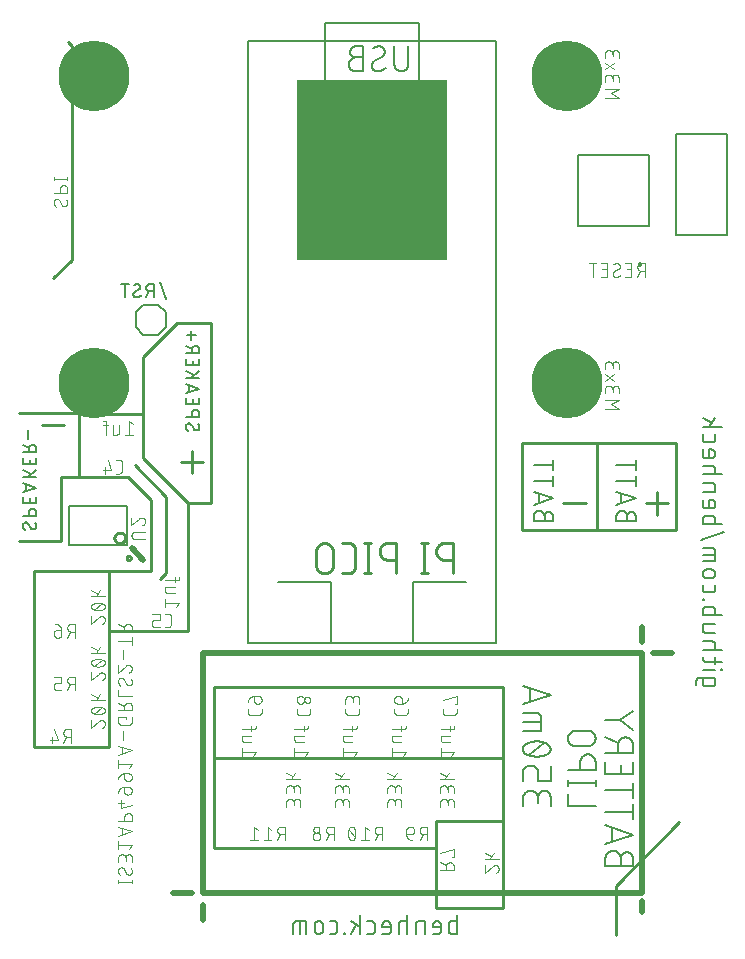
<source format=gbr>
G04 EAGLE Gerber X2 export*
G75*
%MOMM*%
%FSLAX34Y34*%
%LPD*%
%AMOC8*
5,1,8,0,0,1.08239X$1,22.5*%
G01*
%ADD10R,12.700000X15.240000*%
%ADD11C,6.000000*%
%ADD12C,0.152400*%
%ADD13C,0.127000*%
%ADD14C,0.254000*%
%ADD15C,0.101600*%
%ADD16C,0.508000*%
%ADD17C,0.203200*%
%ADD18C,0.177800*%
%ADD19C,0.228600*%
%ADD20C,0.200000*%
%ADD21C,0.050000*%


D10*
X0Y177800D03*
D11*
X165100Y-3175D03*
X165100Y257175D03*
D12*
X-34925Y-193675D02*
X-34925Y-222250D01*
X34925Y-222250D02*
X34925Y-193675D01*
D13*
X34925Y-171450D02*
X79375Y-171450D01*
X34925Y-171450D02*
X34925Y-222250D01*
X-34925Y-171450D02*
X-79375Y-171450D01*
X-34925Y-171450D02*
X-34925Y-222250D01*
D14*
X-133350Y-320675D02*
X111125Y-320675D01*
X111125Y-373380D01*
X53975Y-373380D01*
X-133350Y-396875D02*
X-133350Y-320675D01*
X-133350Y-260350D01*
X111125Y-260350D01*
X111125Y-320675D01*
X111125Y-373380D02*
X111125Y-447675D01*
X53975Y-447675D01*
X53975Y-396875D01*
X53975Y-373380D01*
X-285750Y-311150D02*
X-285750Y-161925D01*
X-222250Y-161925D01*
X-222250Y-212725D01*
X-222250Y-311150D01*
X-285750Y-311150D01*
X-222250Y-212725D02*
X-155575Y-212725D01*
X-247650Y-82550D02*
X-247650Y-28575D01*
X-247650Y-82550D02*
X-206375Y-82550D01*
D12*
X72263Y-452882D02*
X72263Y-469138D01*
X67747Y-469138D01*
X67643Y-469136D01*
X67540Y-469130D01*
X67436Y-469120D01*
X67333Y-469106D01*
X67231Y-469088D01*
X67130Y-469067D01*
X67029Y-469041D01*
X66930Y-469012D01*
X66831Y-468979D01*
X66734Y-468942D01*
X66639Y-468901D01*
X66545Y-468857D01*
X66453Y-468809D01*
X66363Y-468758D01*
X66274Y-468703D01*
X66188Y-468645D01*
X66105Y-468583D01*
X66023Y-468519D01*
X65945Y-468451D01*
X65869Y-468381D01*
X65795Y-468308D01*
X65725Y-468231D01*
X65657Y-468153D01*
X65593Y-468071D01*
X65531Y-467988D01*
X65473Y-467902D01*
X65418Y-467813D01*
X65367Y-467723D01*
X65319Y-467631D01*
X65275Y-467537D01*
X65234Y-467442D01*
X65197Y-467345D01*
X65164Y-467246D01*
X65135Y-467147D01*
X65109Y-467046D01*
X65088Y-466945D01*
X65070Y-466843D01*
X65056Y-466740D01*
X65046Y-466636D01*
X65040Y-466533D01*
X65038Y-466429D01*
X65038Y-461010D01*
X65040Y-460909D01*
X65046Y-460808D01*
X65055Y-460707D01*
X65068Y-460606D01*
X65085Y-460506D01*
X65106Y-460407D01*
X65130Y-460309D01*
X65158Y-460212D01*
X65190Y-460115D01*
X65225Y-460020D01*
X65264Y-459927D01*
X65306Y-459835D01*
X65352Y-459744D01*
X65401Y-459655D01*
X65453Y-459569D01*
X65509Y-459484D01*
X65567Y-459401D01*
X65629Y-459321D01*
X65694Y-459243D01*
X65761Y-459167D01*
X65831Y-459094D01*
X65904Y-459024D01*
X65980Y-458957D01*
X66058Y-458892D01*
X66138Y-458830D01*
X66221Y-458772D01*
X66306Y-458716D01*
X66393Y-458664D01*
X66481Y-458615D01*
X66572Y-458569D01*
X66664Y-458527D01*
X66757Y-458488D01*
X66852Y-458453D01*
X66949Y-458421D01*
X67046Y-458393D01*
X67144Y-458369D01*
X67243Y-458348D01*
X67343Y-458331D01*
X67444Y-458318D01*
X67545Y-458309D01*
X67646Y-458303D01*
X67747Y-458301D01*
X72263Y-458301D01*
X56080Y-469138D02*
X51564Y-469138D01*
X56080Y-469138D02*
X56181Y-469136D01*
X56282Y-469130D01*
X56383Y-469121D01*
X56484Y-469108D01*
X56584Y-469091D01*
X56683Y-469070D01*
X56781Y-469046D01*
X56878Y-469018D01*
X56975Y-468986D01*
X57070Y-468951D01*
X57163Y-468912D01*
X57255Y-468870D01*
X57346Y-468824D01*
X57434Y-468775D01*
X57521Y-468723D01*
X57606Y-468667D01*
X57689Y-468609D01*
X57769Y-468547D01*
X57847Y-468482D01*
X57923Y-468415D01*
X57996Y-468345D01*
X58066Y-468272D01*
X58133Y-468196D01*
X58198Y-468118D01*
X58260Y-468038D01*
X58318Y-467955D01*
X58374Y-467870D01*
X58426Y-467784D01*
X58475Y-467695D01*
X58521Y-467604D01*
X58563Y-467512D01*
X58602Y-467419D01*
X58637Y-467324D01*
X58669Y-467227D01*
X58697Y-467130D01*
X58721Y-467032D01*
X58742Y-466933D01*
X58759Y-466833D01*
X58772Y-466732D01*
X58781Y-466631D01*
X58787Y-466530D01*
X58789Y-466429D01*
X58789Y-461913D01*
X58787Y-461794D01*
X58781Y-461674D01*
X58771Y-461555D01*
X58757Y-461437D01*
X58740Y-461318D01*
X58718Y-461201D01*
X58693Y-461084D01*
X58663Y-460969D01*
X58630Y-460854D01*
X58593Y-460740D01*
X58553Y-460628D01*
X58508Y-460517D01*
X58460Y-460408D01*
X58409Y-460300D01*
X58354Y-460194D01*
X58295Y-460090D01*
X58233Y-459988D01*
X58168Y-459888D01*
X58099Y-459790D01*
X58027Y-459694D01*
X57952Y-459601D01*
X57875Y-459511D01*
X57794Y-459423D01*
X57710Y-459338D01*
X57623Y-459256D01*
X57534Y-459176D01*
X57442Y-459100D01*
X57348Y-459026D01*
X57251Y-458956D01*
X57153Y-458889D01*
X57052Y-458825D01*
X56948Y-458765D01*
X56843Y-458708D01*
X56736Y-458655D01*
X56628Y-458605D01*
X56518Y-458559D01*
X56406Y-458517D01*
X56293Y-458478D01*
X56179Y-458443D01*
X56064Y-458412D01*
X55947Y-458384D01*
X55830Y-458361D01*
X55713Y-458341D01*
X55594Y-458325D01*
X55475Y-458313D01*
X55356Y-458305D01*
X55237Y-458301D01*
X55117Y-458301D01*
X54998Y-458305D01*
X54879Y-458313D01*
X54760Y-458325D01*
X54641Y-458341D01*
X54524Y-458361D01*
X54407Y-458384D01*
X54290Y-458412D01*
X54175Y-458443D01*
X54061Y-458478D01*
X53948Y-458517D01*
X53836Y-458559D01*
X53726Y-458605D01*
X53618Y-458655D01*
X53511Y-458708D01*
X53406Y-458765D01*
X53302Y-458825D01*
X53201Y-458889D01*
X53103Y-458956D01*
X53006Y-459026D01*
X52912Y-459100D01*
X52820Y-459176D01*
X52731Y-459256D01*
X52644Y-459338D01*
X52560Y-459423D01*
X52479Y-459511D01*
X52402Y-459601D01*
X52327Y-459694D01*
X52255Y-459790D01*
X52186Y-459888D01*
X52121Y-459988D01*
X52059Y-460090D01*
X52000Y-460194D01*
X51945Y-460300D01*
X51894Y-460408D01*
X51846Y-460517D01*
X51801Y-460628D01*
X51761Y-460740D01*
X51724Y-460854D01*
X51691Y-460969D01*
X51661Y-461084D01*
X51636Y-461201D01*
X51614Y-461318D01*
X51597Y-461437D01*
X51583Y-461555D01*
X51573Y-461674D01*
X51567Y-461794D01*
X51565Y-461913D01*
X51564Y-461913D02*
X51564Y-463719D01*
X58789Y-463719D01*
X44721Y-469138D02*
X44721Y-458301D01*
X40206Y-458301D01*
X40102Y-458303D01*
X39999Y-458309D01*
X39895Y-458319D01*
X39792Y-458333D01*
X39690Y-458351D01*
X39589Y-458372D01*
X39488Y-458398D01*
X39389Y-458427D01*
X39290Y-458460D01*
X39193Y-458497D01*
X39098Y-458538D01*
X39004Y-458582D01*
X38912Y-458630D01*
X38822Y-458681D01*
X38733Y-458736D01*
X38647Y-458794D01*
X38564Y-458856D01*
X38482Y-458920D01*
X38404Y-458988D01*
X38328Y-459058D01*
X38254Y-459131D01*
X38184Y-459208D01*
X38116Y-459286D01*
X38052Y-459368D01*
X37990Y-459451D01*
X37932Y-459537D01*
X37877Y-459626D01*
X37826Y-459716D01*
X37778Y-459808D01*
X37734Y-459902D01*
X37693Y-459997D01*
X37656Y-460094D01*
X37623Y-460193D01*
X37594Y-460292D01*
X37568Y-460393D01*
X37547Y-460494D01*
X37529Y-460596D01*
X37515Y-460699D01*
X37505Y-460803D01*
X37499Y-460906D01*
X37497Y-461010D01*
X37496Y-461010D02*
X37496Y-469138D01*
X30132Y-469138D02*
X30132Y-452882D01*
X30132Y-458301D02*
X25616Y-458301D01*
X25512Y-458303D01*
X25409Y-458309D01*
X25305Y-458319D01*
X25202Y-458333D01*
X25100Y-458351D01*
X24999Y-458372D01*
X24898Y-458398D01*
X24799Y-458427D01*
X24700Y-458460D01*
X24603Y-458497D01*
X24508Y-458538D01*
X24414Y-458582D01*
X24322Y-458630D01*
X24232Y-458681D01*
X24143Y-458736D01*
X24057Y-458794D01*
X23974Y-458856D01*
X23892Y-458920D01*
X23814Y-458988D01*
X23738Y-459058D01*
X23664Y-459131D01*
X23594Y-459208D01*
X23526Y-459286D01*
X23462Y-459368D01*
X23400Y-459451D01*
X23342Y-459537D01*
X23287Y-459626D01*
X23236Y-459716D01*
X23188Y-459808D01*
X23144Y-459902D01*
X23103Y-459997D01*
X23066Y-460094D01*
X23033Y-460193D01*
X23004Y-460292D01*
X22978Y-460393D01*
X22957Y-460494D01*
X22939Y-460596D01*
X22925Y-460699D01*
X22915Y-460803D01*
X22909Y-460906D01*
X22907Y-461010D01*
X22907Y-469138D01*
X13355Y-469138D02*
X8839Y-469138D01*
X13355Y-469138D02*
X13456Y-469136D01*
X13557Y-469130D01*
X13658Y-469121D01*
X13759Y-469108D01*
X13859Y-469091D01*
X13958Y-469070D01*
X14056Y-469046D01*
X14153Y-469018D01*
X14250Y-468986D01*
X14345Y-468951D01*
X14438Y-468912D01*
X14530Y-468870D01*
X14621Y-468824D01*
X14709Y-468775D01*
X14796Y-468723D01*
X14881Y-468667D01*
X14964Y-468609D01*
X15044Y-468547D01*
X15122Y-468482D01*
X15198Y-468415D01*
X15271Y-468345D01*
X15341Y-468272D01*
X15408Y-468196D01*
X15473Y-468118D01*
X15535Y-468038D01*
X15593Y-467955D01*
X15649Y-467870D01*
X15701Y-467784D01*
X15750Y-467695D01*
X15796Y-467604D01*
X15838Y-467512D01*
X15877Y-467419D01*
X15912Y-467324D01*
X15944Y-467227D01*
X15972Y-467130D01*
X15996Y-467032D01*
X16017Y-466933D01*
X16034Y-466833D01*
X16047Y-466732D01*
X16056Y-466631D01*
X16062Y-466530D01*
X16064Y-466429D01*
X16064Y-461913D01*
X16063Y-461913D02*
X16061Y-461794D01*
X16055Y-461674D01*
X16045Y-461555D01*
X16031Y-461437D01*
X16014Y-461318D01*
X15992Y-461201D01*
X15967Y-461084D01*
X15937Y-460969D01*
X15904Y-460854D01*
X15867Y-460740D01*
X15827Y-460628D01*
X15782Y-460517D01*
X15734Y-460408D01*
X15683Y-460300D01*
X15628Y-460194D01*
X15569Y-460090D01*
X15507Y-459988D01*
X15442Y-459888D01*
X15373Y-459790D01*
X15301Y-459694D01*
X15226Y-459601D01*
X15149Y-459511D01*
X15068Y-459423D01*
X14984Y-459338D01*
X14897Y-459256D01*
X14808Y-459176D01*
X14716Y-459100D01*
X14622Y-459026D01*
X14525Y-458956D01*
X14427Y-458889D01*
X14326Y-458825D01*
X14222Y-458765D01*
X14117Y-458708D01*
X14010Y-458655D01*
X13902Y-458605D01*
X13792Y-458559D01*
X13680Y-458517D01*
X13567Y-458478D01*
X13453Y-458443D01*
X13338Y-458412D01*
X13221Y-458384D01*
X13104Y-458361D01*
X12987Y-458341D01*
X12868Y-458325D01*
X12749Y-458313D01*
X12630Y-458305D01*
X12511Y-458301D01*
X12391Y-458301D01*
X12272Y-458305D01*
X12153Y-458313D01*
X12034Y-458325D01*
X11915Y-458341D01*
X11798Y-458361D01*
X11681Y-458384D01*
X11564Y-458412D01*
X11449Y-458443D01*
X11335Y-458478D01*
X11222Y-458517D01*
X11110Y-458559D01*
X11000Y-458605D01*
X10892Y-458655D01*
X10785Y-458708D01*
X10680Y-458765D01*
X10576Y-458825D01*
X10475Y-458889D01*
X10377Y-458956D01*
X10280Y-459026D01*
X10186Y-459100D01*
X10094Y-459176D01*
X10005Y-459256D01*
X9918Y-459338D01*
X9834Y-459423D01*
X9753Y-459511D01*
X9676Y-459601D01*
X9601Y-459694D01*
X9529Y-459790D01*
X9460Y-459888D01*
X9395Y-459988D01*
X9333Y-460090D01*
X9274Y-460194D01*
X9219Y-460300D01*
X9168Y-460408D01*
X9120Y-460517D01*
X9075Y-460628D01*
X9035Y-460740D01*
X8998Y-460854D01*
X8965Y-460969D01*
X8935Y-461084D01*
X8910Y-461201D01*
X8888Y-461318D01*
X8871Y-461437D01*
X8857Y-461555D01*
X8847Y-461674D01*
X8841Y-461794D01*
X8839Y-461913D01*
X8839Y-463719D01*
X16064Y-463719D01*
X-210Y-469138D02*
X-3823Y-469138D01*
X-210Y-469138D02*
X-109Y-469136D01*
X-8Y-469130D01*
X93Y-469121D01*
X194Y-469108D01*
X294Y-469091D01*
X393Y-469070D01*
X491Y-469046D01*
X588Y-469018D01*
X685Y-468986D01*
X780Y-468951D01*
X873Y-468912D01*
X965Y-468870D01*
X1056Y-468824D01*
X1144Y-468775D01*
X1231Y-468723D01*
X1316Y-468667D01*
X1399Y-468609D01*
X1479Y-468547D01*
X1557Y-468482D01*
X1633Y-468415D01*
X1706Y-468345D01*
X1776Y-468272D01*
X1843Y-468196D01*
X1908Y-468118D01*
X1970Y-468038D01*
X2028Y-467955D01*
X2084Y-467870D01*
X2136Y-467784D01*
X2185Y-467695D01*
X2231Y-467604D01*
X2273Y-467512D01*
X2312Y-467419D01*
X2347Y-467324D01*
X2379Y-467227D01*
X2407Y-467130D01*
X2431Y-467032D01*
X2452Y-466933D01*
X2469Y-466833D01*
X2482Y-466732D01*
X2491Y-466631D01*
X2497Y-466530D01*
X2499Y-466429D01*
X2499Y-461010D01*
X2497Y-460909D01*
X2491Y-460808D01*
X2482Y-460707D01*
X2469Y-460606D01*
X2452Y-460506D01*
X2431Y-460407D01*
X2407Y-460309D01*
X2379Y-460212D01*
X2347Y-460115D01*
X2312Y-460020D01*
X2273Y-459927D01*
X2231Y-459835D01*
X2185Y-459744D01*
X2136Y-459656D01*
X2084Y-459569D01*
X2028Y-459484D01*
X1970Y-459401D01*
X1908Y-459321D01*
X1843Y-459243D01*
X1776Y-459167D01*
X1706Y-459094D01*
X1633Y-459024D01*
X1557Y-458957D01*
X1479Y-458892D01*
X1399Y-458830D01*
X1316Y-458772D01*
X1231Y-458716D01*
X1144Y-458664D01*
X1056Y-458615D01*
X965Y-458569D01*
X873Y-458527D01*
X780Y-458488D01*
X685Y-458453D01*
X588Y-458421D01*
X491Y-458393D01*
X393Y-458369D01*
X294Y-458348D01*
X194Y-458331D01*
X93Y-458318D01*
X-8Y-458309D01*
X-109Y-458303D01*
X-210Y-458301D01*
X-3823Y-458301D01*
X-10157Y-452882D02*
X-10157Y-469138D01*
X-10157Y-463719D02*
X-17382Y-458301D01*
X-13318Y-461462D02*
X-17382Y-469138D01*
X-22528Y-469138D02*
X-22528Y-468235D01*
X-23431Y-468235D01*
X-23431Y-469138D01*
X-22528Y-469138D01*
X-31994Y-469138D02*
X-35606Y-469138D01*
X-31994Y-469138D02*
X-31893Y-469136D01*
X-31792Y-469130D01*
X-31691Y-469121D01*
X-31590Y-469108D01*
X-31490Y-469091D01*
X-31391Y-469070D01*
X-31293Y-469046D01*
X-31196Y-469018D01*
X-31099Y-468986D01*
X-31004Y-468951D01*
X-30911Y-468912D01*
X-30819Y-468870D01*
X-30728Y-468824D01*
X-30640Y-468775D01*
X-30553Y-468723D01*
X-30468Y-468667D01*
X-30385Y-468609D01*
X-30305Y-468547D01*
X-30227Y-468482D01*
X-30151Y-468415D01*
X-30078Y-468345D01*
X-30008Y-468272D01*
X-29941Y-468196D01*
X-29876Y-468118D01*
X-29814Y-468038D01*
X-29756Y-467955D01*
X-29700Y-467870D01*
X-29648Y-467784D01*
X-29599Y-467695D01*
X-29553Y-467604D01*
X-29511Y-467512D01*
X-29472Y-467419D01*
X-29437Y-467324D01*
X-29405Y-467227D01*
X-29377Y-467130D01*
X-29353Y-467032D01*
X-29332Y-466933D01*
X-29315Y-466833D01*
X-29302Y-466732D01*
X-29293Y-466631D01*
X-29287Y-466530D01*
X-29285Y-466429D01*
X-29284Y-466429D02*
X-29284Y-461010D01*
X-29285Y-461010D02*
X-29287Y-460909D01*
X-29293Y-460808D01*
X-29302Y-460707D01*
X-29315Y-460606D01*
X-29332Y-460506D01*
X-29353Y-460407D01*
X-29377Y-460309D01*
X-29405Y-460212D01*
X-29437Y-460115D01*
X-29472Y-460020D01*
X-29511Y-459927D01*
X-29553Y-459835D01*
X-29599Y-459744D01*
X-29648Y-459656D01*
X-29700Y-459569D01*
X-29756Y-459484D01*
X-29814Y-459401D01*
X-29876Y-459321D01*
X-29941Y-459243D01*
X-30008Y-459167D01*
X-30078Y-459094D01*
X-30151Y-459024D01*
X-30227Y-458957D01*
X-30305Y-458892D01*
X-30385Y-458830D01*
X-30468Y-458772D01*
X-30553Y-458716D01*
X-30640Y-458664D01*
X-30728Y-458615D01*
X-30819Y-458569D01*
X-30911Y-458527D01*
X-31004Y-458488D01*
X-31099Y-458453D01*
X-31196Y-458421D01*
X-31293Y-458393D01*
X-31391Y-458369D01*
X-31490Y-458348D01*
X-31590Y-458331D01*
X-31691Y-458318D01*
X-31792Y-458309D01*
X-31893Y-458303D01*
X-31994Y-458301D01*
X-35606Y-458301D01*
X-41251Y-461913D02*
X-41251Y-465526D01*
X-41251Y-461913D02*
X-41253Y-461794D01*
X-41259Y-461674D01*
X-41269Y-461555D01*
X-41283Y-461437D01*
X-41300Y-461318D01*
X-41322Y-461201D01*
X-41347Y-461084D01*
X-41377Y-460969D01*
X-41410Y-460854D01*
X-41447Y-460740D01*
X-41487Y-460628D01*
X-41532Y-460517D01*
X-41580Y-460408D01*
X-41631Y-460300D01*
X-41686Y-460194D01*
X-41745Y-460090D01*
X-41807Y-459988D01*
X-41872Y-459888D01*
X-41941Y-459790D01*
X-42013Y-459694D01*
X-42088Y-459601D01*
X-42165Y-459511D01*
X-42246Y-459423D01*
X-42330Y-459338D01*
X-42417Y-459256D01*
X-42506Y-459176D01*
X-42598Y-459100D01*
X-42692Y-459026D01*
X-42789Y-458956D01*
X-42887Y-458889D01*
X-42988Y-458825D01*
X-43092Y-458765D01*
X-43197Y-458708D01*
X-43304Y-458655D01*
X-43412Y-458605D01*
X-43522Y-458559D01*
X-43634Y-458517D01*
X-43747Y-458478D01*
X-43861Y-458443D01*
X-43976Y-458412D01*
X-44093Y-458384D01*
X-44210Y-458361D01*
X-44327Y-458341D01*
X-44446Y-458325D01*
X-44565Y-458313D01*
X-44684Y-458305D01*
X-44803Y-458301D01*
X-44923Y-458301D01*
X-45042Y-458305D01*
X-45161Y-458313D01*
X-45280Y-458325D01*
X-45399Y-458341D01*
X-45516Y-458361D01*
X-45633Y-458384D01*
X-45750Y-458412D01*
X-45865Y-458443D01*
X-45979Y-458478D01*
X-46092Y-458517D01*
X-46204Y-458559D01*
X-46314Y-458605D01*
X-46422Y-458655D01*
X-46529Y-458708D01*
X-46634Y-458765D01*
X-46738Y-458825D01*
X-46839Y-458889D01*
X-46937Y-458956D01*
X-47034Y-459026D01*
X-47128Y-459100D01*
X-47220Y-459176D01*
X-47309Y-459256D01*
X-47396Y-459338D01*
X-47480Y-459423D01*
X-47561Y-459511D01*
X-47638Y-459601D01*
X-47713Y-459694D01*
X-47785Y-459790D01*
X-47854Y-459888D01*
X-47919Y-459988D01*
X-47981Y-460090D01*
X-48040Y-460194D01*
X-48095Y-460300D01*
X-48146Y-460408D01*
X-48194Y-460517D01*
X-48239Y-460628D01*
X-48279Y-460740D01*
X-48316Y-460854D01*
X-48349Y-460969D01*
X-48379Y-461084D01*
X-48404Y-461201D01*
X-48426Y-461318D01*
X-48443Y-461437D01*
X-48457Y-461555D01*
X-48467Y-461674D01*
X-48473Y-461794D01*
X-48475Y-461913D01*
X-48476Y-461913D02*
X-48476Y-465526D01*
X-48475Y-465526D02*
X-48473Y-465645D01*
X-48467Y-465765D01*
X-48457Y-465884D01*
X-48443Y-466002D01*
X-48426Y-466121D01*
X-48404Y-466238D01*
X-48379Y-466355D01*
X-48349Y-466470D01*
X-48316Y-466585D01*
X-48279Y-466699D01*
X-48239Y-466811D01*
X-48194Y-466922D01*
X-48146Y-467031D01*
X-48095Y-467139D01*
X-48040Y-467245D01*
X-47981Y-467349D01*
X-47919Y-467451D01*
X-47854Y-467551D01*
X-47785Y-467649D01*
X-47713Y-467745D01*
X-47638Y-467838D01*
X-47561Y-467928D01*
X-47480Y-468016D01*
X-47396Y-468101D01*
X-47309Y-468183D01*
X-47220Y-468263D01*
X-47128Y-468339D01*
X-47034Y-468413D01*
X-46937Y-468483D01*
X-46839Y-468550D01*
X-46738Y-468614D01*
X-46634Y-468674D01*
X-46529Y-468731D01*
X-46422Y-468784D01*
X-46314Y-468834D01*
X-46204Y-468880D01*
X-46092Y-468922D01*
X-45979Y-468961D01*
X-45865Y-468996D01*
X-45750Y-469027D01*
X-45633Y-469055D01*
X-45516Y-469078D01*
X-45399Y-469098D01*
X-45280Y-469114D01*
X-45161Y-469126D01*
X-45042Y-469134D01*
X-44923Y-469138D01*
X-44803Y-469138D01*
X-44684Y-469134D01*
X-44565Y-469126D01*
X-44446Y-469114D01*
X-44327Y-469098D01*
X-44210Y-469078D01*
X-44093Y-469055D01*
X-43976Y-469027D01*
X-43861Y-468996D01*
X-43747Y-468961D01*
X-43634Y-468922D01*
X-43522Y-468880D01*
X-43412Y-468834D01*
X-43304Y-468784D01*
X-43197Y-468731D01*
X-43092Y-468674D01*
X-42988Y-468614D01*
X-42887Y-468550D01*
X-42789Y-468483D01*
X-42692Y-468413D01*
X-42598Y-468339D01*
X-42506Y-468263D01*
X-42417Y-468183D01*
X-42330Y-468101D01*
X-42246Y-468016D01*
X-42165Y-467928D01*
X-42088Y-467838D01*
X-42013Y-467745D01*
X-41941Y-467649D01*
X-41872Y-467551D01*
X-41807Y-467451D01*
X-41745Y-467349D01*
X-41686Y-467245D01*
X-41631Y-467139D01*
X-41580Y-467031D01*
X-41532Y-466922D01*
X-41487Y-466811D01*
X-41447Y-466699D01*
X-41410Y-466585D01*
X-41377Y-466470D01*
X-41347Y-466355D01*
X-41322Y-466238D01*
X-41300Y-466121D01*
X-41283Y-466002D01*
X-41269Y-465884D01*
X-41259Y-465765D01*
X-41253Y-465645D01*
X-41251Y-465526D01*
X-55597Y-469138D02*
X-55597Y-458301D01*
X-63725Y-458301D01*
X-63826Y-458303D01*
X-63927Y-458309D01*
X-64028Y-458318D01*
X-64129Y-458331D01*
X-64229Y-458348D01*
X-64328Y-458369D01*
X-64426Y-458393D01*
X-64523Y-458421D01*
X-64620Y-458453D01*
X-64715Y-458488D01*
X-64808Y-458527D01*
X-64900Y-458569D01*
X-64991Y-458615D01*
X-65080Y-458664D01*
X-65166Y-458716D01*
X-65251Y-458772D01*
X-65334Y-458830D01*
X-65414Y-458892D01*
X-65492Y-458957D01*
X-65568Y-459024D01*
X-65641Y-459094D01*
X-65711Y-459167D01*
X-65778Y-459243D01*
X-65843Y-459321D01*
X-65905Y-459401D01*
X-65963Y-459484D01*
X-66019Y-459569D01*
X-66071Y-459656D01*
X-66120Y-459744D01*
X-66166Y-459835D01*
X-66208Y-459927D01*
X-66247Y-460020D01*
X-66282Y-460115D01*
X-66314Y-460212D01*
X-66342Y-460309D01*
X-66366Y-460407D01*
X-66387Y-460506D01*
X-66404Y-460606D01*
X-66417Y-460707D01*
X-66426Y-460808D01*
X-66432Y-460909D01*
X-66434Y-461010D01*
X-66434Y-469138D01*
X-61015Y-469138D02*
X-61015Y-458301D01*
X280162Y-256879D02*
X280162Y-252363D01*
X280162Y-256879D02*
X280164Y-256980D01*
X280170Y-257081D01*
X280179Y-257182D01*
X280192Y-257283D01*
X280209Y-257383D01*
X280230Y-257482D01*
X280254Y-257580D01*
X280282Y-257677D01*
X280314Y-257774D01*
X280349Y-257869D01*
X280388Y-257962D01*
X280430Y-258054D01*
X280476Y-258145D01*
X280525Y-258234D01*
X280577Y-258320D01*
X280633Y-258405D01*
X280691Y-258488D01*
X280753Y-258568D01*
X280818Y-258646D01*
X280885Y-258722D01*
X280955Y-258795D01*
X281028Y-258865D01*
X281104Y-258932D01*
X281182Y-258997D01*
X281262Y-259059D01*
X281345Y-259117D01*
X281430Y-259173D01*
X281517Y-259225D01*
X281605Y-259274D01*
X281696Y-259320D01*
X281788Y-259362D01*
X281881Y-259401D01*
X281976Y-259436D01*
X282073Y-259468D01*
X282170Y-259496D01*
X282268Y-259520D01*
X282367Y-259541D01*
X282467Y-259558D01*
X282568Y-259571D01*
X282669Y-259580D01*
X282770Y-259586D01*
X282871Y-259588D01*
X288290Y-259588D01*
X288391Y-259586D01*
X288492Y-259580D01*
X288593Y-259571D01*
X288694Y-259558D01*
X288794Y-259541D01*
X288893Y-259520D01*
X288991Y-259496D01*
X289088Y-259468D01*
X289185Y-259436D01*
X289280Y-259401D01*
X289373Y-259362D01*
X289465Y-259320D01*
X289556Y-259274D01*
X289645Y-259225D01*
X289731Y-259173D01*
X289816Y-259117D01*
X289899Y-259059D01*
X289979Y-258997D01*
X290057Y-258932D01*
X290133Y-258865D01*
X290206Y-258795D01*
X290276Y-258722D01*
X290343Y-258646D01*
X290408Y-258568D01*
X290470Y-258488D01*
X290528Y-258405D01*
X290584Y-258320D01*
X290636Y-258234D01*
X290685Y-258145D01*
X290731Y-258054D01*
X290773Y-257962D01*
X290812Y-257869D01*
X290847Y-257774D01*
X290879Y-257677D01*
X290907Y-257580D01*
X290931Y-257482D01*
X290952Y-257383D01*
X290969Y-257283D01*
X290982Y-257182D01*
X290991Y-257081D01*
X290997Y-256980D01*
X290999Y-256879D01*
X290999Y-252363D01*
X277453Y-252363D01*
X277352Y-252365D01*
X277251Y-252371D01*
X277150Y-252380D01*
X277049Y-252393D01*
X276949Y-252410D01*
X276850Y-252431D01*
X276752Y-252455D01*
X276655Y-252483D01*
X276558Y-252515D01*
X276463Y-252550D01*
X276370Y-252589D01*
X276278Y-252631D01*
X276187Y-252677D01*
X276099Y-252726D01*
X276012Y-252778D01*
X275927Y-252834D01*
X275844Y-252892D01*
X275764Y-252954D01*
X275686Y-253019D01*
X275610Y-253086D01*
X275537Y-253156D01*
X275467Y-253229D01*
X275400Y-253305D01*
X275335Y-253383D01*
X275273Y-253463D01*
X275215Y-253546D01*
X275159Y-253631D01*
X275107Y-253718D01*
X275058Y-253806D01*
X275012Y-253897D01*
X274970Y-253989D01*
X274931Y-254082D01*
X274896Y-254177D01*
X274864Y-254274D01*
X274836Y-254371D01*
X274812Y-254469D01*
X274791Y-254568D01*
X274774Y-254668D01*
X274761Y-254769D01*
X274752Y-254870D01*
X274746Y-254971D01*
X274744Y-255072D01*
X274743Y-255072D02*
X274743Y-258685D01*
X280162Y-245482D02*
X290999Y-245482D01*
X295515Y-245933D02*
X296418Y-245933D01*
X296418Y-245030D01*
X295515Y-245030D01*
X295515Y-245933D01*
X290999Y-240491D02*
X290999Y-235073D01*
X296418Y-238685D02*
X282871Y-238685D01*
X282770Y-238683D01*
X282669Y-238677D01*
X282568Y-238668D01*
X282467Y-238655D01*
X282367Y-238638D01*
X282268Y-238617D01*
X282170Y-238593D01*
X282073Y-238565D01*
X281976Y-238533D01*
X281881Y-238498D01*
X281788Y-238459D01*
X281696Y-238417D01*
X281605Y-238371D01*
X281517Y-238322D01*
X281430Y-238270D01*
X281345Y-238214D01*
X281262Y-238156D01*
X281182Y-238094D01*
X281104Y-238029D01*
X281028Y-237962D01*
X280955Y-237892D01*
X280885Y-237819D01*
X280818Y-237743D01*
X280753Y-237665D01*
X280691Y-237585D01*
X280633Y-237502D01*
X280577Y-237417D01*
X280525Y-237331D01*
X280476Y-237242D01*
X280430Y-237151D01*
X280388Y-237059D01*
X280349Y-236966D01*
X280314Y-236871D01*
X280282Y-236774D01*
X280254Y-236677D01*
X280230Y-236579D01*
X280209Y-236480D01*
X280192Y-236380D01*
X280179Y-236279D01*
X280170Y-236178D01*
X280164Y-236077D01*
X280162Y-235976D01*
X280162Y-235073D01*
X280162Y-228773D02*
X296418Y-228773D01*
X290999Y-228773D02*
X290999Y-224258D01*
X290997Y-224154D01*
X290991Y-224051D01*
X290981Y-223947D01*
X290967Y-223844D01*
X290949Y-223742D01*
X290928Y-223641D01*
X290902Y-223540D01*
X290873Y-223441D01*
X290840Y-223342D01*
X290803Y-223245D01*
X290762Y-223150D01*
X290718Y-223056D01*
X290670Y-222964D01*
X290619Y-222874D01*
X290564Y-222785D01*
X290506Y-222699D01*
X290444Y-222616D01*
X290380Y-222534D01*
X290312Y-222456D01*
X290242Y-222380D01*
X290169Y-222306D01*
X290092Y-222236D01*
X290014Y-222168D01*
X289932Y-222104D01*
X289849Y-222042D01*
X289763Y-221984D01*
X289674Y-221929D01*
X289584Y-221878D01*
X289492Y-221830D01*
X289398Y-221786D01*
X289303Y-221745D01*
X289206Y-221708D01*
X289107Y-221675D01*
X289008Y-221646D01*
X288907Y-221620D01*
X288806Y-221599D01*
X288704Y-221581D01*
X288601Y-221567D01*
X288497Y-221557D01*
X288394Y-221551D01*
X288290Y-221549D01*
X280162Y-221549D01*
X282871Y-214184D02*
X290999Y-214184D01*
X282871Y-214184D02*
X282770Y-214182D01*
X282669Y-214176D01*
X282568Y-214167D01*
X282467Y-214154D01*
X282367Y-214137D01*
X282268Y-214116D01*
X282170Y-214092D01*
X282073Y-214064D01*
X281976Y-214032D01*
X281881Y-213997D01*
X281788Y-213958D01*
X281696Y-213916D01*
X281605Y-213870D01*
X281517Y-213821D01*
X281430Y-213769D01*
X281345Y-213713D01*
X281262Y-213655D01*
X281182Y-213593D01*
X281104Y-213528D01*
X281028Y-213461D01*
X280955Y-213391D01*
X280885Y-213318D01*
X280818Y-213242D01*
X280753Y-213164D01*
X280691Y-213084D01*
X280633Y-213001D01*
X280577Y-212916D01*
X280525Y-212830D01*
X280476Y-212741D01*
X280430Y-212650D01*
X280388Y-212558D01*
X280349Y-212465D01*
X280314Y-212370D01*
X280282Y-212273D01*
X280254Y-212176D01*
X280230Y-212078D01*
X280209Y-211979D01*
X280192Y-211879D01*
X280179Y-211778D01*
X280170Y-211677D01*
X280164Y-211576D01*
X280162Y-211475D01*
X280162Y-206959D01*
X290999Y-206959D01*
X296418Y-199522D02*
X280162Y-199522D01*
X280162Y-195006D01*
X280164Y-194902D01*
X280170Y-194799D01*
X280180Y-194695D01*
X280194Y-194592D01*
X280212Y-194490D01*
X280233Y-194389D01*
X280259Y-194288D01*
X280288Y-194189D01*
X280321Y-194090D01*
X280358Y-193993D01*
X280399Y-193898D01*
X280443Y-193804D01*
X280491Y-193712D01*
X280542Y-193622D01*
X280597Y-193533D01*
X280655Y-193447D01*
X280717Y-193364D01*
X280781Y-193282D01*
X280849Y-193204D01*
X280919Y-193128D01*
X280992Y-193054D01*
X281069Y-192984D01*
X281147Y-192916D01*
X281229Y-192852D01*
X281312Y-192790D01*
X281398Y-192732D01*
X281487Y-192677D01*
X281577Y-192626D01*
X281669Y-192578D01*
X281763Y-192534D01*
X281858Y-192493D01*
X281955Y-192456D01*
X282054Y-192423D01*
X282153Y-192394D01*
X282254Y-192368D01*
X282355Y-192347D01*
X282457Y-192329D01*
X282560Y-192315D01*
X282664Y-192305D01*
X282767Y-192299D01*
X282871Y-192297D01*
X288290Y-192297D01*
X288391Y-192299D01*
X288492Y-192305D01*
X288593Y-192314D01*
X288694Y-192327D01*
X288794Y-192344D01*
X288893Y-192365D01*
X288991Y-192389D01*
X289088Y-192417D01*
X289185Y-192449D01*
X289280Y-192484D01*
X289373Y-192523D01*
X289465Y-192565D01*
X289556Y-192611D01*
X289645Y-192660D01*
X289731Y-192712D01*
X289816Y-192768D01*
X289899Y-192826D01*
X289979Y-192888D01*
X290057Y-192953D01*
X290133Y-193020D01*
X290206Y-193090D01*
X290276Y-193163D01*
X290343Y-193239D01*
X290408Y-193317D01*
X290470Y-193397D01*
X290528Y-193480D01*
X290584Y-193565D01*
X290636Y-193652D01*
X290685Y-193740D01*
X290731Y-193831D01*
X290773Y-193923D01*
X290812Y-194016D01*
X290847Y-194111D01*
X290879Y-194208D01*
X290907Y-194305D01*
X290931Y-194403D01*
X290952Y-194502D01*
X290969Y-194602D01*
X290982Y-194703D01*
X290991Y-194804D01*
X290997Y-194905D01*
X290999Y-195006D01*
X290999Y-199522D01*
X281065Y-186534D02*
X280162Y-186534D01*
X281065Y-186534D02*
X281065Y-185631D01*
X280162Y-185631D01*
X280162Y-186534D01*
X280162Y-177069D02*
X280162Y-173456D01*
X280162Y-177069D02*
X280164Y-177170D01*
X280170Y-177271D01*
X280179Y-177372D01*
X280192Y-177473D01*
X280209Y-177573D01*
X280230Y-177672D01*
X280254Y-177770D01*
X280282Y-177867D01*
X280314Y-177964D01*
X280349Y-178059D01*
X280388Y-178152D01*
X280430Y-178244D01*
X280476Y-178335D01*
X280525Y-178424D01*
X280577Y-178510D01*
X280633Y-178595D01*
X280691Y-178678D01*
X280753Y-178758D01*
X280818Y-178836D01*
X280885Y-178912D01*
X280955Y-178985D01*
X281028Y-179055D01*
X281104Y-179122D01*
X281182Y-179187D01*
X281262Y-179249D01*
X281345Y-179307D01*
X281430Y-179363D01*
X281517Y-179415D01*
X281605Y-179464D01*
X281696Y-179510D01*
X281788Y-179552D01*
X281881Y-179591D01*
X281976Y-179626D01*
X282073Y-179658D01*
X282170Y-179686D01*
X282268Y-179710D01*
X282367Y-179731D01*
X282467Y-179748D01*
X282568Y-179761D01*
X282669Y-179770D01*
X282770Y-179776D01*
X282871Y-179778D01*
X288290Y-179778D01*
X288391Y-179776D01*
X288492Y-179770D01*
X288593Y-179761D01*
X288694Y-179748D01*
X288794Y-179731D01*
X288893Y-179710D01*
X288991Y-179686D01*
X289088Y-179658D01*
X289185Y-179626D01*
X289280Y-179591D01*
X289373Y-179552D01*
X289465Y-179510D01*
X289556Y-179464D01*
X289645Y-179415D01*
X289731Y-179363D01*
X289816Y-179307D01*
X289899Y-179249D01*
X289979Y-179187D01*
X290057Y-179122D01*
X290133Y-179055D01*
X290206Y-178985D01*
X290276Y-178912D01*
X290343Y-178836D01*
X290408Y-178758D01*
X290470Y-178678D01*
X290528Y-178595D01*
X290584Y-178510D01*
X290636Y-178424D01*
X290685Y-178335D01*
X290731Y-178244D01*
X290773Y-178152D01*
X290812Y-178059D01*
X290847Y-177964D01*
X290879Y-177867D01*
X290907Y-177770D01*
X290931Y-177672D01*
X290952Y-177573D01*
X290969Y-177473D01*
X290982Y-177372D01*
X290991Y-177271D01*
X290997Y-177170D01*
X290999Y-177069D01*
X290999Y-173456D01*
X287387Y-167812D02*
X283774Y-167812D01*
X287387Y-167811D02*
X287506Y-167809D01*
X287626Y-167803D01*
X287745Y-167793D01*
X287863Y-167779D01*
X287982Y-167762D01*
X288099Y-167740D01*
X288216Y-167715D01*
X288331Y-167685D01*
X288446Y-167652D01*
X288560Y-167615D01*
X288672Y-167575D01*
X288783Y-167530D01*
X288892Y-167482D01*
X289000Y-167431D01*
X289106Y-167376D01*
X289210Y-167317D01*
X289312Y-167255D01*
X289412Y-167190D01*
X289510Y-167121D01*
X289606Y-167049D01*
X289699Y-166974D01*
X289789Y-166897D01*
X289877Y-166816D01*
X289962Y-166732D01*
X290044Y-166645D01*
X290124Y-166556D01*
X290200Y-166464D01*
X290274Y-166370D01*
X290344Y-166273D01*
X290411Y-166175D01*
X290475Y-166074D01*
X290535Y-165970D01*
X290592Y-165865D01*
X290645Y-165758D01*
X290695Y-165650D01*
X290741Y-165540D01*
X290783Y-165428D01*
X290822Y-165315D01*
X290857Y-165201D01*
X290888Y-165086D01*
X290916Y-164969D01*
X290939Y-164852D01*
X290959Y-164735D01*
X290975Y-164616D01*
X290987Y-164497D01*
X290995Y-164378D01*
X290999Y-164259D01*
X290999Y-164139D01*
X290995Y-164020D01*
X290987Y-163901D01*
X290975Y-163782D01*
X290959Y-163663D01*
X290939Y-163546D01*
X290916Y-163429D01*
X290888Y-163312D01*
X290857Y-163197D01*
X290822Y-163083D01*
X290783Y-162970D01*
X290741Y-162858D01*
X290695Y-162748D01*
X290645Y-162640D01*
X290592Y-162533D01*
X290535Y-162428D01*
X290475Y-162324D01*
X290411Y-162223D01*
X290344Y-162125D01*
X290274Y-162028D01*
X290200Y-161934D01*
X290124Y-161842D01*
X290044Y-161753D01*
X289962Y-161666D01*
X289877Y-161582D01*
X289789Y-161501D01*
X289699Y-161424D01*
X289606Y-161349D01*
X289510Y-161277D01*
X289412Y-161208D01*
X289312Y-161143D01*
X289210Y-161081D01*
X289106Y-161022D01*
X289000Y-160967D01*
X288892Y-160916D01*
X288783Y-160868D01*
X288672Y-160823D01*
X288560Y-160783D01*
X288446Y-160746D01*
X288331Y-160713D01*
X288216Y-160683D01*
X288099Y-160658D01*
X287982Y-160636D01*
X287863Y-160619D01*
X287745Y-160605D01*
X287626Y-160595D01*
X287506Y-160589D01*
X287387Y-160587D01*
X283774Y-160587D01*
X283655Y-160589D01*
X283535Y-160595D01*
X283416Y-160605D01*
X283298Y-160619D01*
X283179Y-160636D01*
X283062Y-160658D01*
X282945Y-160683D01*
X282830Y-160713D01*
X282715Y-160746D01*
X282601Y-160783D01*
X282489Y-160823D01*
X282378Y-160868D01*
X282269Y-160916D01*
X282161Y-160967D01*
X282055Y-161022D01*
X281951Y-161081D01*
X281849Y-161143D01*
X281749Y-161208D01*
X281651Y-161277D01*
X281555Y-161349D01*
X281462Y-161424D01*
X281372Y-161501D01*
X281284Y-161582D01*
X281199Y-161666D01*
X281117Y-161753D01*
X281037Y-161842D01*
X280961Y-161934D01*
X280887Y-162028D01*
X280817Y-162125D01*
X280750Y-162223D01*
X280686Y-162324D01*
X280626Y-162428D01*
X280569Y-162533D01*
X280516Y-162640D01*
X280466Y-162748D01*
X280420Y-162858D01*
X280378Y-162970D01*
X280339Y-163083D01*
X280304Y-163197D01*
X280273Y-163312D01*
X280245Y-163429D01*
X280222Y-163546D01*
X280202Y-163663D01*
X280186Y-163782D01*
X280174Y-163901D01*
X280166Y-164020D01*
X280162Y-164139D01*
X280162Y-164259D01*
X280166Y-164378D01*
X280174Y-164497D01*
X280186Y-164616D01*
X280202Y-164735D01*
X280222Y-164852D01*
X280245Y-164969D01*
X280273Y-165086D01*
X280304Y-165201D01*
X280339Y-165315D01*
X280378Y-165428D01*
X280420Y-165540D01*
X280466Y-165650D01*
X280516Y-165758D01*
X280569Y-165865D01*
X280626Y-165970D01*
X280686Y-166074D01*
X280750Y-166175D01*
X280817Y-166273D01*
X280887Y-166370D01*
X280961Y-166464D01*
X281037Y-166556D01*
X281117Y-166645D01*
X281199Y-166732D01*
X281284Y-166816D01*
X281372Y-166897D01*
X281462Y-166974D01*
X281555Y-167049D01*
X281651Y-167121D01*
X281749Y-167190D01*
X281849Y-167255D01*
X281951Y-167317D01*
X282055Y-167376D01*
X282161Y-167431D01*
X282269Y-167482D01*
X282378Y-167530D01*
X282489Y-167575D01*
X282601Y-167615D01*
X282715Y-167652D01*
X282830Y-167685D01*
X282945Y-167715D01*
X283062Y-167740D01*
X283179Y-167762D01*
X283298Y-167779D01*
X283416Y-167793D01*
X283535Y-167803D01*
X283655Y-167809D01*
X283774Y-167811D01*
X280162Y-153466D02*
X290999Y-153466D01*
X290999Y-145338D01*
X290997Y-145237D01*
X290991Y-145136D01*
X290982Y-145035D01*
X290969Y-144934D01*
X290952Y-144834D01*
X290931Y-144735D01*
X290907Y-144637D01*
X290879Y-144540D01*
X290847Y-144443D01*
X290812Y-144348D01*
X290773Y-144255D01*
X290731Y-144163D01*
X290685Y-144072D01*
X290636Y-143984D01*
X290584Y-143897D01*
X290528Y-143812D01*
X290470Y-143729D01*
X290408Y-143649D01*
X290343Y-143571D01*
X290276Y-143495D01*
X290206Y-143422D01*
X290133Y-143352D01*
X290057Y-143285D01*
X289979Y-143220D01*
X289899Y-143158D01*
X289816Y-143100D01*
X289731Y-143044D01*
X289645Y-142992D01*
X289556Y-142943D01*
X289465Y-142897D01*
X289373Y-142855D01*
X289280Y-142816D01*
X289185Y-142781D01*
X289088Y-142749D01*
X288991Y-142721D01*
X288893Y-142697D01*
X288794Y-142676D01*
X288694Y-142659D01*
X288593Y-142646D01*
X288492Y-142637D01*
X288391Y-142631D01*
X288290Y-142629D01*
X288290Y-142628D02*
X280162Y-142628D01*
X280162Y-148047D02*
X290999Y-148047D01*
X278356Y-136028D02*
X298224Y-128803D01*
X296418Y-122408D02*
X280162Y-122408D01*
X280162Y-117892D01*
X280164Y-117788D01*
X280170Y-117685D01*
X280180Y-117581D01*
X280194Y-117478D01*
X280212Y-117376D01*
X280233Y-117275D01*
X280259Y-117174D01*
X280288Y-117075D01*
X280321Y-116976D01*
X280358Y-116879D01*
X280399Y-116784D01*
X280443Y-116690D01*
X280491Y-116598D01*
X280542Y-116508D01*
X280597Y-116419D01*
X280655Y-116333D01*
X280717Y-116250D01*
X280781Y-116168D01*
X280849Y-116090D01*
X280919Y-116014D01*
X280992Y-115940D01*
X281069Y-115870D01*
X281147Y-115802D01*
X281229Y-115738D01*
X281312Y-115676D01*
X281398Y-115618D01*
X281487Y-115563D01*
X281577Y-115512D01*
X281669Y-115464D01*
X281763Y-115420D01*
X281858Y-115379D01*
X281955Y-115342D01*
X282054Y-115309D01*
X282153Y-115280D01*
X282254Y-115254D01*
X282355Y-115233D01*
X282457Y-115215D01*
X282560Y-115201D01*
X282664Y-115191D01*
X282767Y-115185D01*
X282871Y-115183D01*
X288290Y-115183D01*
X288391Y-115185D01*
X288492Y-115191D01*
X288593Y-115200D01*
X288694Y-115213D01*
X288794Y-115230D01*
X288893Y-115251D01*
X288991Y-115275D01*
X289088Y-115303D01*
X289185Y-115335D01*
X289280Y-115370D01*
X289373Y-115409D01*
X289465Y-115451D01*
X289556Y-115497D01*
X289645Y-115546D01*
X289731Y-115598D01*
X289816Y-115654D01*
X289899Y-115712D01*
X289979Y-115774D01*
X290057Y-115839D01*
X290133Y-115906D01*
X290206Y-115976D01*
X290276Y-116049D01*
X290343Y-116125D01*
X290408Y-116203D01*
X290470Y-116283D01*
X290528Y-116366D01*
X290584Y-116451D01*
X290636Y-116538D01*
X290685Y-116626D01*
X290731Y-116717D01*
X290773Y-116809D01*
X290812Y-116902D01*
X290847Y-116997D01*
X290879Y-117094D01*
X290907Y-117191D01*
X290931Y-117289D01*
X290952Y-117388D01*
X290969Y-117488D01*
X290982Y-117589D01*
X290991Y-117690D01*
X290997Y-117791D01*
X290999Y-117892D01*
X290999Y-122408D01*
X280162Y-106225D02*
X280162Y-101709D01*
X280162Y-106225D02*
X280164Y-106326D01*
X280170Y-106427D01*
X280179Y-106528D01*
X280192Y-106629D01*
X280209Y-106729D01*
X280230Y-106828D01*
X280254Y-106926D01*
X280282Y-107023D01*
X280314Y-107120D01*
X280349Y-107215D01*
X280388Y-107308D01*
X280430Y-107400D01*
X280476Y-107491D01*
X280525Y-107580D01*
X280577Y-107666D01*
X280633Y-107751D01*
X280691Y-107834D01*
X280753Y-107914D01*
X280818Y-107992D01*
X280885Y-108068D01*
X280955Y-108141D01*
X281028Y-108211D01*
X281104Y-108278D01*
X281182Y-108343D01*
X281262Y-108405D01*
X281345Y-108463D01*
X281430Y-108519D01*
X281517Y-108571D01*
X281605Y-108620D01*
X281696Y-108666D01*
X281788Y-108708D01*
X281881Y-108747D01*
X281976Y-108782D01*
X282073Y-108814D01*
X282170Y-108842D01*
X282268Y-108866D01*
X282367Y-108887D01*
X282467Y-108904D01*
X282568Y-108917D01*
X282669Y-108926D01*
X282770Y-108932D01*
X282871Y-108934D01*
X287387Y-108934D01*
X287506Y-108932D01*
X287626Y-108926D01*
X287745Y-108916D01*
X287863Y-108902D01*
X287982Y-108885D01*
X288099Y-108863D01*
X288216Y-108838D01*
X288331Y-108808D01*
X288446Y-108775D01*
X288560Y-108738D01*
X288672Y-108698D01*
X288783Y-108653D01*
X288892Y-108605D01*
X289000Y-108554D01*
X289106Y-108499D01*
X289210Y-108440D01*
X289312Y-108378D01*
X289412Y-108313D01*
X289510Y-108244D01*
X289606Y-108172D01*
X289699Y-108097D01*
X289789Y-108020D01*
X289877Y-107939D01*
X289962Y-107855D01*
X290044Y-107768D01*
X290124Y-107679D01*
X290200Y-107587D01*
X290274Y-107493D01*
X290344Y-107396D01*
X290411Y-107298D01*
X290475Y-107197D01*
X290535Y-107093D01*
X290592Y-106988D01*
X290645Y-106881D01*
X290695Y-106773D01*
X290741Y-106663D01*
X290783Y-106551D01*
X290822Y-106438D01*
X290857Y-106324D01*
X290888Y-106209D01*
X290916Y-106092D01*
X290939Y-105975D01*
X290959Y-105858D01*
X290975Y-105739D01*
X290987Y-105620D01*
X290995Y-105501D01*
X290999Y-105382D01*
X290999Y-105262D01*
X290995Y-105143D01*
X290987Y-105024D01*
X290975Y-104905D01*
X290959Y-104786D01*
X290939Y-104669D01*
X290916Y-104552D01*
X290888Y-104435D01*
X290857Y-104320D01*
X290822Y-104206D01*
X290783Y-104093D01*
X290741Y-103981D01*
X290695Y-103871D01*
X290645Y-103763D01*
X290592Y-103656D01*
X290535Y-103551D01*
X290475Y-103447D01*
X290411Y-103346D01*
X290344Y-103248D01*
X290274Y-103151D01*
X290200Y-103057D01*
X290124Y-102965D01*
X290044Y-102876D01*
X289962Y-102789D01*
X289877Y-102705D01*
X289789Y-102624D01*
X289699Y-102547D01*
X289606Y-102472D01*
X289510Y-102400D01*
X289412Y-102331D01*
X289312Y-102266D01*
X289210Y-102204D01*
X289106Y-102145D01*
X289000Y-102090D01*
X288892Y-102039D01*
X288783Y-101991D01*
X288672Y-101946D01*
X288560Y-101906D01*
X288446Y-101869D01*
X288331Y-101836D01*
X288216Y-101806D01*
X288099Y-101781D01*
X287982Y-101759D01*
X287863Y-101742D01*
X287745Y-101728D01*
X287626Y-101718D01*
X287506Y-101712D01*
X287387Y-101710D01*
X287387Y-101709D02*
X285581Y-101709D01*
X285581Y-108934D01*
X280162Y-94866D02*
X290999Y-94866D01*
X290999Y-90350D01*
X290997Y-90246D01*
X290991Y-90143D01*
X290981Y-90039D01*
X290967Y-89936D01*
X290949Y-89834D01*
X290928Y-89733D01*
X290902Y-89632D01*
X290873Y-89533D01*
X290840Y-89434D01*
X290803Y-89337D01*
X290762Y-89242D01*
X290718Y-89148D01*
X290670Y-89056D01*
X290619Y-88966D01*
X290564Y-88877D01*
X290506Y-88791D01*
X290444Y-88708D01*
X290380Y-88626D01*
X290312Y-88548D01*
X290242Y-88472D01*
X290169Y-88398D01*
X290092Y-88328D01*
X290014Y-88260D01*
X289932Y-88196D01*
X289849Y-88134D01*
X289763Y-88076D01*
X289674Y-88021D01*
X289584Y-87970D01*
X289492Y-87922D01*
X289398Y-87878D01*
X289303Y-87837D01*
X289206Y-87800D01*
X289107Y-87767D01*
X289008Y-87738D01*
X288907Y-87712D01*
X288806Y-87691D01*
X288704Y-87673D01*
X288601Y-87659D01*
X288497Y-87649D01*
X288394Y-87643D01*
X288290Y-87641D01*
X280162Y-87641D01*
X280162Y-80277D02*
X296418Y-80277D01*
X290999Y-80277D02*
X290999Y-75761D01*
X290997Y-75657D01*
X290991Y-75554D01*
X290981Y-75450D01*
X290967Y-75347D01*
X290949Y-75245D01*
X290928Y-75144D01*
X290902Y-75043D01*
X290873Y-74944D01*
X290840Y-74845D01*
X290803Y-74748D01*
X290762Y-74653D01*
X290718Y-74559D01*
X290670Y-74467D01*
X290619Y-74377D01*
X290564Y-74288D01*
X290506Y-74202D01*
X290444Y-74119D01*
X290380Y-74037D01*
X290312Y-73959D01*
X290242Y-73883D01*
X290169Y-73809D01*
X290092Y-73739D01*
X290014Y-73671D01*
X289932Y-73607D01*
X289849Y-73545D01*
X289763Y-73487D01*
X289674Y-73432D01*
X289584Y-73381D01*
X289492Y-73333D01*
X289398Y-73289D01*
X289303Y-73248D01*
X289206Y-73211D01*
X289107Y-73178D01*
X289008Y-73149D01*
X288907Y-73123D01*
X288806Y-73102D01*
X288704Y-73084D01*
X288601Y-73070D01*
X288497Y-73060D01*
X288394Y-73054D01*
X288290Y-73052D01*
X280162Y-73052D01*
X280162Y-63499D02*
X280162Y-58984D01*
X280162Y-63499D02*
X280164Y-63600D01*
X280170Y-63701D01*
X280179Y-63802D01*
X280192Y-63903D01*
X280209Y-64003D01*
X280230Y-64102D01*
X280254Y-64200D01*
X280282Y-64297D01*
X280314Y-64394D01*
X280349Y-64489D01*
X280388Y-64582D01*
X280430Y-64674D01*
X280476Y-64765D01*
X280525Y-64854D01*
X280577Y-64940D01*
X280633Y-65025D01*
X280691Y-65108D01*
X280753Y-65188D01*
X280818Y-65266D01*
X280885Y-65342D01*
X280955Y-65415D01*
X281028Y-65485D01*
X281104Y-65552D01*
X281182Y-65617D01*
X281262Y-65679D01*
X281345Y-65737D01*
X281430Y-65793D01*
X281517Y-65845D01*
X281605Y-65894D01*
X281696Y-65940D01*
X281788Y-65982D01*
X281881Y-66021D01*
X281976Y-66056D01*
X282073Y-66088D01*
X282170Y-66116D01*
X282268Y-66140D01*
X282367Y-66161D01*
X282467Y-66178D01*
X282568Y-66191D01*
X282669Y-66200D01*
X282770Y-66206D01*
X282871Y-66208D01*
X282871Y-66209D02*
X287387Y-66209D01*
X287387Y-66208D02*
X287506Y-66206D01*
X287626Y-66200D01*
X287745Y-66190D01*
X287863Y-66176D01*
X287982Y-66159D01*
X288099Y-66137D01*
X288216Y-66112D01*
X288331Y-66082D01*
X288446Y-66049D01*
X288560Y-66012D01*
X288672Y-65972D01*
X288783Y-65927D01*
X288892Y-65879D01*
X289000Y-65828D01*
X289106Y-65773D01*
X289210Y-65714D01*
X289312Y-65652D01*
X289412Y-65587D01*
X289510Y-65518D01*
X289606Y-65446D01*
X289699Y-65371D01*
X289789Y-65294D01*
X289877Y-65213D01*
X289962Y-65129D01*
X290044Y-65042D01*
X290124Y-64953D01*
X290200Y-64861D01*
X290274Y-64767D01*
X290344Y-64670D01*
X290411Y-64572D01*
X290475Y-64471D01*
X290535Y-64367D01*
X290592Y-64262D01*
X290645Y-64155D01*
X290695Y-64047D01*
X290741Y-63937D01*
X290783Y-63825D01*
X290822Y-63712D01*
X290857Y-63598D01*
X290888Y-63483D01*
X290916Y-63366D01*
X290939Y-63249D01*
X290959Y-63132D01*
X290975Y-63013D01*
X290987Y-62894D01*
X290995Y-62775D01*
X290999Y-62656D01*
X290999Y-62536D01*
X290995Y-62417D01*
X290987Y-62298D01*
X290975Y-62179D01*
X290959Y-62060D01*
X290939Y-61943D01*
X290916Y-61826D01*
X290888Y-61709D01*
X290857Y-61594D01*
X290822Y-61480D01*
X290783Y-61367D01*
X290741Y-61255D01*
X290695Y-61145D01*
X290645Y-61037D01*
X290592Y-60930D01*
X290535Y-60825D01*
X290475Y-60721D01*
X290411Y-60620D01*
X290344Y-60522D01*
X290274Y-60425D01*
X290200Y-60331D01*
X290124Y-60239D01*
X290044Y-60150D01*
X289962Y-60063D01*
X289877Y-59979D01*
X289789Y-59898D01*
X289699Y-59821D01*
X289606Y-59746D01*
X289510Y-59674D01*
X289412Y-59605D01*
X289312Y-59540D01*
X289210Y-59478D01*
X289106Y-59419D01*
X289000Y-59364D01*
X288892Y-59313D01*
X288783Y-59265D01*
X288672Y-59220D01*
X288560Y-59180D01*
X288446Y-59143D01*
X288331Y-59110D01*
X288216Y-59080D01*
X288099Y-59055D01*
X287982Y-59033D01*
X287863Y-59016D01*
X287745Y-59002D01*
X287626Y-58992D01*
X287506Y-58986D01*
X287387Y-58984D01*
X285581Y-58984D01*
X285581Y-66209D01*
X280162Y-49935D02*
X280162Y-46322D01*
X280162Y-49935D02*
X280164Y-50036D01*
X280170Y-50137D01*
X280179Y-50238D01*
X280192Y-50339D01*
X280209Y-50439D01*
X280230Y-50538D01*
X280254Y-50636D01*
X280282Y-50733D01*
X280314Y-50830D01*
X280349Y-50925D01*
X280388Y-51018D01*
X280430Y-51110D01*
X280476Y-51201D01*
X280525Y-51290D01*
X280577Y-51376D01*
X280633Y-51461D01*
X280691Y-51544D01*
X280753Y-51624D01*
X280818Y-51702D01*
X280885Y-51778D01*
X280955Y-51851D01*
X281028Y-51921D01*
X281104Y-51988D01*
X281182Y-52053D01*
X281262Y-52115D01*
X281345Y-52173D01*
X281430Y-52229D01*
X281517Y-52281D01*
X281605Y-52330D01*
X281696Y-52376D01*
X281788Y-52418D01*
X281881Y-52457D01*
X281976Y-52492D01*
X282073Y-52524D01*
X282170Y-52552D01*
X282268Y-52576D01*
X282367Y-52597D01*
X282467Y-52614D01*
X282568Y-52627D01*
X282669Y-52636D01*
X282770Y-52642D01*
X282871Y-52644D01*
X288290Y-52644D01*
X288391Y-52642D01*
X288492Y-52636D01*
X288593Y-52627D01*
X288694Y-52614D01*
X288794Y-52597D01*
X288893Y-52576D01*
X288991Y-52552D01*
X289088Y-52524D01*
X289185Y-52492D01*
X289280Y-52457D01*
X289373Y-52418D01*
X289465Y-52376D01*
X289556Y-52330D01*
X289645Y-52281D01*
X289731Y-52229D01*
X289816Y-52173D01*
X289899Y-52115D01*
X289979Y-52053D01*
X290057Y-51988D01*
X290133Y-51921D01*
X290206Y-51851D01*
X290276Y-51778D01*
X290343Y-51702D01*
X290408Y-51624D01*
X290470Y-51544D01*
X290528Y-51461D01*
X290584Y-51376D01*
X290636Y-51290D01*
X290685Y-51201D01*
X290731Y-51110D01*
X290773Y-51018D01*
X290812Y-50925D01*
X290847Y-50830D01*
X290879Y-50733D01*
X290907Y-50636D01*
X290931Y-50538D01*
X290952Y-50439D01*
X290969Y-50339D01*
X290982Y-50238D01*
X290991Y-50137D01*
X290997Y-50036D01*
X290999Y-49935D01*
X290999Y-46322D01*
X296418Y-39988D02*
X280162Y-39988D01*
X285581Y-39988D02*
X290999Y-32763D01*
X287838Y-36827D02*
X280162Y-32763D01*
D14*
X-187325Y-161925D02*
X-222250Y-161925D01*
X-187325Y-161925D02*
X-187325Y-101600D01*
X-155575Y-104775D02*
X-155575Y-212725D01*
X-155575Y-104775D02*
X-193675Y-66675D01*
X-193675Y-29210D01*
X-206375Y-82550D02*
X-187325Y-101600D01*
X-161925Y-69850D02*
X-142875Y-69850D01*
X-152400Y-79375D02*
X-152400Y-60325D01*
X-260350Y-38100D02*
X-279400Y-38100D01*
X-136525Y-104775D02*
X-136525Y47625D01*
X-136525Y-104775D02*
X-155575Y-104775D01*
X-247650Y-28575D02*
X-298450Y-28575D01*
X-133350Y-396875D02*
X53975Y-396875D01*
X-247650Y-82550D02*
X-263525Y-82550D01*
X-263525Y-136525D01*
X-298450Y-136525D01*
X-217850Y-133985D02*
X-217848Y-133851D01*
X-217842Y-133718D01*
X-217832Y-133584D01*
X-217818Y-133451D01*
X-217800Y-133319D01*
X-217779Y-133187D01*
X-217753Y-133056D01*
X-217723Y-132925D01*
X-217690Y-132796D01*
X-217652Y-132668D01*
X-217611Y-132540D01*
X-217566Y-132414D01*
X-217518Y-132290D01*
X-217465Y-132167D01*
X-217409Y-132045D01*
X-217350Y-131926D01*
X-217287Y-131808D01*
X-217220Y-131692D01*
X-217150Y-131578D01*
X-217077Y-131466D01*
X-217000Y-131357D01*
X-216920Y-131249D01*
X-216837Y-131145D01*
X-216751Y-131042D01*
X-216662Y-130943D01*
X-216570Y-130846D01*
X-216475Y-130752D01*
X-216378Y-130660D01*
X-216277Y-130572D01*
X-216174Y-130487D01*
X-216069Y-130404D01*
X-215961Y-130325D01*
X-215851Y-130249D01*
X-215739Y-130177D01*
X-215624Y-130108D01*
X-215508Y-130042D01*
X-215389Y-129980D01*
X-215269Y-129921D01*
X-215147Y-129866D01*
X-215024Y-129815D01*
X-214899Y-129767D01*
X-214773Y-129723D01*
X-214645Y-129683D01*
X-214517Y-129647D01*
X-214387Y-129614D01*
X-214256Y-129585D01*
X-214125Y-129561D01*
X-213993Y-129540D01*
X-213860Y-129523D01*
X-213727Y-129510D01*
X-213594Y-129501D01*
X-213460Y-129496D01*
X-213327Y-129495D01*
X-213193Y-129498D01*
X-213059Y-129505D01*
X-212926Y-129516D01*
X-212793Y-129531D01*
X-212661Y-129550D01*
X-212529Y-129573D01*
X-212398Y-129599D01*
X-212268Y-129630D01*
X-212139Y-129664D01*
X-212011Y-129703D01*
X-211884Y-129745D01*
X-211758Y-129790D01*
X-211634Y-129840D01*
X-211511Y-129893D01*
X-211390Y-129950D01*
X-211271Y-130010D01*
X-211154Y-130074D01*
X-211038Y-130142D01*
X-210925Y-130213D01*
X-210814Y-130287D01*
X-210705Y-130364D01*
X-210598Y-130445D01*
X-210494Y-130529D01*
X-210392Y-130616D01*
X-210293Y-130706D01*
X-210197Y-130798D01*
X-210103Y-130894D01*
X-210013Y-130992D01*
X-209925Y-131093D01*
X-209841Y-131197D01*
X-209759Y-131303D01*
X-209681Y-131411D01*
X-209606Y-131522D01*
X-209534Y-131635D01*
X-209466Y-131750D01*
X-209401Y-131867D01*
X-209340Y-131985D01*
X-209282Y-132106D01*
X-209228Y-132228D01*
X-209177Y-132352D01*
X-209131Y-132477D01*
X-209088Y-132604D01*
X-209048Y-132732D01*
X-209013Y-132861D01*
X-208982Y-132991D01*
X-208954Y-133121D01*
X-208930Y-133253D01*
X-208910Y-133385D01*
X-208894Y-133518D01*
X-208882Y-133651D01*
X-208874Y-133785D01*
X-208870Y-133918D01*
X-208870Y-134052D01*
X-208874Y-134185D01*
X-208882Y-134319D01*
X-208894Y-134452D01*
X-208910Y-134585D01*
X-208930Y-134717D01*
X-208954Y-134849D01*
X-208982Y-134979D01*
X-209013Y-135109D01*
X-209048Y-135238D01*
X-209088Y-135366D01*
X-209131Y-135493D01*
X-209177Y-135618D01*
X-209228Y-135742D01*
X-209282Y-135864D01*
X-209340Y-135985D01*
X-209401Y-136103D01*
X-209466Y-136220D01*
X-209534Y-136335D01*
X-209606Y-136448D01*
X-209681Y-136559D01*
X-209759Y-136667D01*
X-209841Y-136773D01*
X-209925Y-136877D01*
X-210013Y-136978D01*
X-210103Y-137076D01*
X-210197Y-137172D01*
X-210293Y-137264D01*
X-210392Y-137354D01*
X-210494Y-137441D01*
X-210598Y-137525D01*
X-210705Y-137606D01*
X-210814Y-137683D01*
X-210925Y-137757D01*
X-211038Y-137828D01*
X-211154Y-137896D01*
X-211271Y-137960D01*
X-211390Y-138020D01*
X-211511Y-138077D01*
X-211634Y-138130D01*
X-211758Y-138180D01*
X-211884Y-138225D01*
X-212011Y-138267D01*
X-212139Y-138306D01*
X-212268Y-138340D01*
X-212398Y-138371D01*
X-212529Y-138397D01*
X-212661Y-138420D01*
X-212793Y-138439D01*
X-212926Y-138454D01*
X-213059Y-138465D01*
X-213193Y-138472D01*
X-213327Y-138475D01*
X-213460Y-138474D01*
X-213594Y-138469D01*
X-213727Y-138460D01*
X-213860Y-138447D01*
X-213993Y-138430D01*
X-214125Y-138409D01*
X-214256Y-138385D01*
X-214387Y-138356D01*
X-214517Y-138323D01*
X-214645Y-138287D01*
X-214773Y-138247D01*
X-214899Y-138203D01*
X-215024Y-138155D01*
X-215147Y-138104D01*
X-215269Y-138049D01*
X-215389Y-137990D01*
X-215508Y-137928D01*
X-215624Y-137862D01*
X-215739Y-137793D01*
X-215851Y-137721D01*
X-215961Y-137645D01*
X-216069Y-137566D01*
X-216174Y-137483D01*
X-216277Y-137398D01*
X-216378Y-137310D01*
X-216475Y-137218D01*
X-216570Y-137124D01*
X-216662Y-137027D01*
X-216751Y-136928D01*
X-216837Y-136825D01*
X-216920Y-136721D01*
X-217000Y-136613D01*
X-217077Y-136504D01*
X-217150Y-136392D01*
X-217220Y-136278D01*
X-217287Y-136162D01*
X-217350Y-136044D01*
X-217409Y-135925D01*
X-217465Y-135803D01*
X-217518Y-135680D01*
X-217566Y-135556D01*
X-217611Y-135430D01*
X-217652Y-135302D01*
X-217690Y-135174D01*
X-217723Y-135045D01*
X-217753Y-134914D01*
X-217779Y-134783D01*
X-217800Y-134651D01*
X-217818Y-134519D01*
X-217832Y-134386D01*
X-217842Y-134252D01*
X-217848Y-134119D01*
X-217850Y-133985D01*
X-207536Y-151130D02*
X-207534Y-151046D01*
X-207528Y-150962D01*
X-207518Y-150878D01*
X-207505Y-150795D01*
X-207487Y-150713D01*
X-207465Y-150631D01*
X-207440Y-150551D01*
X-207411Y-150472D01*
X-207378Y-150394D01*
X-207342Y-150318D01*
X-207302Y-150244D01*
X-207259Y-150172D01*
X-207213Y-150102D01*
X-207163Y-150034D01*
X-207110Y-149968D01*
X-207054Y-149905D01*
X-206995Y-149845D01*
X-206933Y-149788D01*
X-206869Y-149733D01*
X-206802Y-149682D01*
X-206733Y-149634D01*
X-206662Y-149589D01*
X-206589Y-149547D01*
X-206514Y-149509D01*
X-206437Y-149475D01*
X-206359Y-149444D01*
X-206279Y-149417D01*
X-206198Y-149393D01*
X-206116Y-149374D01*
X-206033Y-149358D01*
X-205950Y-149346D01*
X-205866Y-149338D01*
X-205782Y-149334D01*
X-205698Y-149334D01*
X-205614Y-149338D01*
X-205530Y-149346D01*
X-205447Y-149358D01*
X-205364Y-149374D01*
X-205282Y-149393D01*
X-205201Y-149417D01*
X-205121Y-149444D01*
X-205043Y-149475D01*
X-204966Y-149509D01*
X-204891Y-149547D01*
X-204818Y-149589D01*
X-204747Y-149634D01*
X-204678Y-149682D01*
X-204611Y-149733D01*
X-204547Y-149788D01*
X-204485Y-149845D01*
X-204426Y-149905D01*
X-204370Y-149968D01*
X-204317Y-150034D01*
X-204267Y-150102D01*
X-204221Y-150172D01*
X-204178Y-150244D01*
X-204138Y-150318D01*
X-204102Y-150394D01*
X-204069Y-150472D01*
X-204040Y-150551D01*
X-204015Y-150631D01*
X-203993Y-150713D01*
X-203975Y-150795D01*
X-203962Y-150878D01*
X-203952Y-150962D01*
X-203946Y-151046D01*
X-203944Y-151130D01*
X-203946Y-151214D01*
X-203952Y-151298D01*
X-203962Y-151382D01*
X-203975Y-151465D01*
X-203993Y-151547D01*
X-204015Y-151629D01*
X-204040Y-151709D01*
X-204069Y-151788D01*
X-204102Y-151866D01*
X-204138Y-151942D01*
X-204178Y-152016D01*
X-204221Y-152088D01*
X-204267Y-152158D01*
X-204317Y-152226D01*
X-204370Y-152292D01*
X-204426Y-152355D01*
X-204485Y-152415D01*
X-204547Y-152472D01*
X-204611Y-152527D01*
X-204678Y-152578D01*
X-204747Y-152626D01*
X-204818Y-152671D01*
X-204891Y-152713D01*
X-204966Y-152751D01*
X-205043Y-152785D01*
X-205121Y-152816D01*
X-205201Y-152843D01*
X-205282Y-152867D01*
X-205364Y-152886D01*
X-205447Y-152902D01*
X-205530Y-152914D01*
X-205614Y-152922D01*
X-205698Y-152926D01*
X-205782Y-152926D01*
X-205866Y-152922D01*
X-205950Y-152914D01*
X-206033Y-152902D01*
X-206116Y-152886D01*
X-206198Y-152867D01*
X-206279Y-152843D01*
X-206359Y-152816D01*
X-206437Y-152785D01*
X-206514Y-152751D01*
X-206589Y-152713D01*
X-206662Y-152671D01*
X-206733Y-152626D01*
X-206802Y-152578D01*
X-206869Y-152527D01*
X-206933Y-152472D01*
X-206995Y-152415D01*
X-207054Y-152355D01*
X-207110Y-152292D01*
X-207163Y-152226D01*
X-207213Y-152158D01*
X-207259Y-152088D01*
X-207302Y-152016D01*
X-207342Y-151942D01*
X-207378Y-151866D01*
X-207411Y-151788D01*
X-207440Y-151709D01*
X-207465Y-151629D01*
X-207487Y-151547D01*
X-207505Y-151465D01*
X-207518Y-151382D01*
X-207528Y-151298D01*
X-207534Y-151214D01*
X-207536Y-151130D01*
X-193675Y-29210D02*
X-246380Y-29210D01*
X-173990Y-163830D02*
X-179070Y-168910D01*
X-173990Y-163830D02*
X-173990Y-99060D01*
X-200660Y-72390D01*
X241300Y-95250D02*
X241300Y-114300D01*
X250825Y-104775D02*
X231775Y-104775D01*
X180975Y-104775D02*
X161925Y-104775D01*
D12*
X216168Y-115372D02*
X216168Y-119888D01*
X216169Y-115372D02*
X216167Y-115239D01*
X216161Y-115107D01*
X216151Y-114975D01*
X216138Y-114843D01*
X216120Y-114711D01*
X216099Y-114581D01*
X216074Y-114450D01*
X216045Y-114321D01*
X216012Y-114193D01*
X215976Y-114065D01*
X215936Y-113939D01*
X215892Y-113814D01*
X215844Y-113690D01*
X215793Y-113568D01*
X215738Y-113447D01*
X215680Y-113328D01*
X215618Y-113210D01*
X215553Y-113095D01*
X215484Y-112981D01*
X215413Y-112870D01*
X215337Y-112761D01*
X215259Y-112654D01*
X215178Y-112549D01*
X215093Y-112447D01*
X215006Y-112347D01*
X214916Y-112250D01*
X214823Y-112155D01*
X214727Y-112064D01*
X214629Y-111975D01*
X214528Y-111889D01*
X214424Y-111806D01*
X214318Y-111726D01*
X214210Y-111650D01*
X214100Y-111576D01*
X213987Y-111506D01*
X213873Y-111439D01*
X213756Y-111376D01*
X213638Y-111316D01*
X213518Y-111259D01*
X213396Y-111206D01*
X213273Y-111157D01*
X213149Y-111111D01*
X213023Y-111069D01*
X212896Y-111031D01*
X212768Y-110996D01*
X212639Y-110965D01*
X212510Y-110938D01*
X212379Y-110915D01*
X212248Y-110895D01*
X212116Y-110880D01*
X211984Y-110868D01*
X211852Y-110860D01*
X211719Y-110856D01*
X211587Y-110856D01*
X211454Y-110860D01*
X211322Y-110868D01*
X211190Y-110880D01*
X211058Y-110895D01*
X210927Y-110915D01*
X210796Y-110938D01*
X210667Y-110965D01*
X210538Y-110996D01*
X210410Y-111031D01*
X210283Y-111069D01*
X210157Y-111111D01*
X210033Y-111157D01*
X209910Y-111206D01*
X209788Y-111259D01*
X209668Y-111316D01*
X209550Y-111376D01*
X209433Y-111439D01*
X209319Y-111506D01*
X209206Y-111576D01*
X209096Y-111650D01*
X208988Y-111726D01*
X208882Y-111806D01*
X208778Y-111889D01*
X208677Y-111975D01*
X208579Y-112064D01*
X208483Y-112155D01*
X208390Y-112250D01*
X208300Y-112347D01*
X208213Y-112447D01*
X208128Y-112549D01*
X208047Y-112654D01*
X207969Y-112761D01*
X207893Y-112870D01*
X207822Y-112981D01*
X207753Y-113095D01*
X207688Y-113210D01*
X207626Y-113328D01*
X207568Y-113447D01*
X207513Y-113568D01*
X207462Y-113690D01*
X207414Y-113814D01*
X207370Y-113939D01*
X207330Y-114065D01*
X207294Y-114193D01*
X207261Y-114321D01*
X207232Y-114450D01*
X207207Y-114581D01*
X207186Y-114711D01*
X207168Y-114843D01*
X207155Y-114975D01*
X207145Y-115107D01*
X207139Y-115239D01*
X207137Y-115372D01*
X207137Y-119888D01*
X223393Y-119888D01*
X223393Y-115372D01*
X223391Y-115253D01*
X223385Y-115133D01*
X223375Y-115014D01*
X223361Y-114896D01*
X223344Y-114777D01*
X223322Y-114660D01*
X223297Y-114543D01*
X223267Y-114428D01*
X223234Y-114313D01*
X223197Y-114199D01*
X223157Y-114087D01*
X223112Y-113976D01*
X223064Y-113867D01*
X223013Y-113759D01*
X222958Y-113653D01*
X222899Y-113549D01*
X222837Y-113447D01*
X222772Y-113347D01*
X222703Y-113249D01*
X222631Y-113153D01*
X222556Y-113060D01*
X222479Y-112970D01*
X222398Y-112882D01*
X222314Y-112797D01*
X222227Y-112715D01*
X222138Y-112635D01*
X222046Y-112559D01*
X221952Y-112485D01*
X221855Y-112415D01*
X221757Y-112348D01*
X221656Y-112284D01*
X221552Y-112224D01*
X221447Y-112167D01*
X221340Y-112114D01*
X221232Y-112064D01*
X221122Y-112018D01*
X221010Y-111976D01*
X220897Y-111937D01*
X220783Y-111902D01*
X220668Y-111871D01*
X220551Y-111843D01*
X220434Y-111820D01*
X220317Y-111800D01*
X220198Y-111784D01*
X220079Y-111772D01*
X219960Y-111764D01*
X219841Y-111760D01*
X219721Y-111760D01*
X219602Y-111764D01*
X219483Y-111772D01*
X219364Y-111784D01*
X219245Y-111800D01*
X219128Y-111820D01*
X219011Y-111843D01*
X218894Y-111871D01*
X218779Y-111902D01*
X218665Y-111937D01*
X218552Y-111976D01*
X218440Y-112018D01*
X218330Y-112064D01*
X218222Y-112114D01*
X218115Y-112167D01*
X218010Y-112224D01*
X217906Y-112284D01*
X217805Y-112348D01*
X217707Y-112415D01*
X217610Y-112485D01*
X217516Y-112559D01*
X217424Y-112635D01*
X217335Y-112715D01*
X217248Y-112797D01*
X217164Y-112882D01*
X217083Y-112970D01*
X217006Y-113060D01*
X216931Y-113153D01*
X216859Y-113249D01*
X216790Y-113347D01*
X216725Y-113447D01*
X216663Y-113549D01*
X216604Y-113653D01*
X216549Y-113759D01*
X216498Y-113867D01*
X216450Y-113976D01*
X216405Y-114087D01*
X216365Y-114199D01*
X216328Y-114313D01*
X216295Y-114428D01*
X216265Y-114543D01*
X216240Y-114660D01*
X216218Y-114777D01*
X216201Y-114896D01*
X216187Y-115014D01*
X216177Y-115133D01*
X216171Y-115253D01*
X216169Y-115372D01*
X207137Y-105892D02*
X223393Y-100473D01*
X207137Y-95055D01*
X211201Y-96409D02*
X211201Y-104537D01*
X207137Y-85884D02*
X223393Y-85884D01*
X223393Y-81369D02*
X223393Y-90400D01*
X223393Y-72337D02*
X207137Y-72337D01*
X223393Y-76853D02*
X223393Y-67821D01*
X146318Y-115372D02*
X146318Y-119888D01*
X146319Y-115372D02*
X146317Y-115239D01*
X146311Y-115107D01*
X146301Y-114975D01*
X146288Y-114843D01*
X146270Y-114711D01*
X146249Y-114581D01*
X146224Y-114450D01*
X146195Y-114321D01*
X146162Y-114193D01*
X146126Y-114065D01*
X146086Y-113939D01*
X146042Y-113814D01*
X145994Y-113690D01*
X145943Y-113568D01*
X145888Y-113447D01*
X145830Y-113328D01*
X145768Y-113210D01*
X145703Y-113095D01*
X145634Y-112981D01*
X145563Y-112870D01*
X145487Y-112761D01*
X145409Y-112654D01*
X145328Y-112549D01*
X145243Y-112447D01*
X145156Y-112347D01*
X145066Y-112250D01*
X144973Y-112155D01*
X144877Y-112064D01*
X144779Y-111975D01*
X144678Y-111889D01*
X144574Y-111806D01*
X144468Y-111726D01*
X144360Y-111650D01*
X144250Y-111576D01*
X144137Y-111506D01*
X144023Y-111439D01*
X143906Y-111376D01*
X143788Y-111316D01*
X143668Y-111259D01*
X143546Y-111206D01*
X143423Y-111157D01*
X143299Y-111111D01*
X143173Y-111069D01*
X143046Y-111031D01*
X142918Y-110996D01*
X142789Y-110965D01*
X142660Y-110938D01*
X142529Y-110915D01*
X142398Y-110895D01*
X142266Y-110880D01*
X142134Y-110868D01*
X142002Y-110860D01*
X141869Y-110856D01*
X141737Y-110856D01*
X141604Y-110860D01*
X141472Y-110868D01*
X141340Y-110880D01*
X141208Y-110895D01*
X141077Y-110915D01*
X140946Y-110938D01*
X140817Y-110965D01*
X140688Y-110996D01*
X140560Y-111031D01*
X140433Y-111069D01*
X140307Y-111111D01*
X140183Y-111157D01*
X140060Y-111206D01*
X139938Y-111259D01*
X139818Y-111316D01*
X139700Y-111376D01*
X139583Y-111439D01*
X139469Y-111506D01*
X139356Y-111576D01*
X139246Y-111650D01*
X139138Y-111726D01*
X139032Y-111806D01*
X138928Y-111889D01*
X138827Y-111975D01*
X138729Y-112064D01*
X138633Y-112155D01*
X138540Y-112250D01*
X138450Y-112347D01*
X138363Y-112447D01*
X138278Y-112549D01*
X138197Y-112654D01*
X138119Y-112761D01*
X138043Y-112870D01*
X137972Y-112981D01*
X137903Y-113095D01*
X137838Y-113210D01*
X137776Y-113328D01*
X137718Y-113447D01*
X137663Y-113568D01*
X137612Y-113690D01*
X137564Y-113814D01*
X137520Y-113939D01*
X137480Y-114065D01*
X137444Y-114193D01*
X137411Y-114321D01*
X137382Y-114450D01*
X137357Y-114581D01*
X137336Y-114711D01*
X137318Y-114843D01*
X137305Y-114975D01*
X137295Y-115107D01*
X137289Y-115239D01*
X137287Y-115372D01*
X137287Y-119888D01*
X153543Y-119888D01*
X153543Y-115372D01*
X153541Y-115253D01*
X153535Y-115133D01*
X153525Y-115014D01*
X153511Y-114896D01*
X153494Y-114777D01*
X153472Y-114660D01*
X153447Y-114543D01*
X153417Y-114428D01*
X153384Y-114313D01*
X153347Y-114199D01*
X153307Y-114087D01*
X153262Y-113976D01*
X153214Y-113867D01*
X153163Y-113759D01*
X153108Y-113653D01*
X153049Y-113549D01*
X152987Y-113447D01*
X152922Y-113347D01*
X152853Y-113249D01*
X152781Y-113153D01*
X152706Y-113060D01*
X152629Y-112970D01*
X152548Y-112882D01*
X152464Y-112797D01*
X152377Y-112715D01*
X152288Y-112635D01*
X152196Y-112559D01*
X152102Y-112485D01*
X152005Y-112415D01*
X151907Y-112348D01*
X151806Y-112284D01*
X151702Y-112224D01*
X151597Y-112167D01*
X151490Y-112114D01*
X151382Y-112064D01*
X151272Y-112018D01*
X151160Y-111976D01*
X151047Y-111937D01*
X150933Y-111902D01*
X150818Y-111871D01*
X150701Y-111843D01*
X150584Y-111820D01*
X150467Y-111800D01*
X150348Y-111784D01*
X150229Y-111772D01*
X150110Y-111764D01*
X149991Y-111760D01*
X149871Y-111760D01*
X149752Y-111764D01*
X149633Y-111772D01*
X149514Y-111784D01*
X149395Y-111800D01*
X149278Y-111820D01*
X149161Y-111843D01*
X149044Y-111871D01*
X148929Y-111902D01*
X148815Y-111937D01*
X148702Y-111976D01*
X148590Y-112018D01*
X148480Y-112064D01*
X148372Y-112114D01*
X148265Y-112167D01*
X148160Y-112224D01*
X148056Y-112284D01*
X147955Y-112348D01*
X147857Y-112415D01*
X147760Y-112485D01*
X147666Y-112559D01*
X147574Y-112635D01*
X147485Y-112715D01*
X147398Y-112797D01*
X147314Y-112882D01*
X147233Y-112970D01*
X147156Y-113060D01*
X147081Y-113153D01*
X147009Y-113249D01*
X146940Y-113347D01*
X146875Y-113447D01*
X146813Y-113549D01*
X146754Y-113653D01*
X146699Y-113759D01*
X146648Y-113867D01*
X146600Y-113976D01*
X146555Y-114087D01*
X146515Y-114199D01*
X146478Y-114313D01*
X146445Y-114428D01*
X146415Y-114543D01*
X146390Y-114660D01*
X146368Y-114777D01*
X146351Y-114896D01*
X146337Y-115014D01*
X146327Y-115133D01*
X146321Y-115253D01*
X146319Y-115372D01*
X137287Y-105892D02*
X153543Y-100473D01*
X137287Y-95055D01*
X141351Y-96409D02*
X141351Y-104537D01*
X137287Y-85884D02*
X153543Y-85884D01*
X153543Y-81369D02*
X153543Y-90400D01*
X153543Y-72337D02*
X137287Y-72337D01*
X153543Y-76853D02*
X153543Y-67821D01*
D14*
X190500Y-53975D02*
X257175Y-53975D01*
X190500Y-53975D02*
X127000Y-53975D01*
X127000Y-127000D01*
X190500Y-127000D01*
X257175Y-127000D01*
X257175Y-53975D01*
X190500Y-53975D02*
X190500Y-127000D01*
D15*
X197358Y-24892D02*
X209042Y-24892D01*
X202551Y-20997D01*
X209042Y-17103D01*
X197358Y-17103D01*
X197358Y-11670D02*
X197358Y-8424D01*
X197360Y-8311D01*
X197366Y-8198D01*
X197376Y-8085D01*
X197390Y-7972D01*
X197407Y-7860D01*
X197429Y-7749D01*
X197454Y-7639D01*
X197484Y-7529D01*
X197517Y-7421D01*
X197554Y-7314D01*
X197594Y-7208D01*
X197639Y-7104D01*
X197687Y-7001D01*
X197738Y-6900D01*
X197793Y-6801D01*
X197851Y-6704D01*
X197913Y-6609D01*
X197978Y-6516D01*
X198046Y-6426D01*
X198117Y-6338D01*
X198192Y-6252D01*
X198269Y-6169D01*
X198349Y-6089D01*
X198432Y-6012D01*
X198518Y-5937D01*
X198606Y-5866D01*
X198696Y-5798D01*
X198789Y-5733D01*
X198884Y-5671D01*
X198981Y-5613D01*
X199080Y-5558D01*
X199181Y-5507D01*
X199284Y-5459D01*
X199388Y-5414D01*
X199494Y-5374D01*
X199601Y-5337D01*
X199709Y-5304D01*
X199819Y-5274D01*
X199929Y-5249D01*
X200040Y-5227D01*
X200152Y-5210D01*
X200265Y-5196D01*
X200378Y-5186D01*
X200491Y-5180D01*
X200604Y-5178D01*
X200717Y-5180D01*
X200830Y-5186D01*
X200943Y-5196D01*
X201056Y-5210D01*
X201168Y-5227D01*
X201279Y-5249D01*
X201389Y-5274D01*
X201499Y-5304D01*
X201607Y-5337D01*
X201714Y-5374D01*
X201820Y-5414D01*
X201924Y-5459D01*
X202027Y-5507D01*
X202128Y-5558D01*
X202227Y-5613D01*
X202324Y-5671D01*
X202419Y-5733D01*
X202512Y-5798D01*
X202602Y-5866D01*
X202690Y-5937D01*
X202776Y-6012D01*
X202859Y-6089D01*
X202939Y-6169D01*
X203016Y-6252D01*
X203091Y-6338D01*
X203162Y-6426D01*
X203230Y-6516D01*
X203295Y-6609D01*
X203357Y-6704D01*
X203415Y-6801D01*
X203470Y-6900D01*
X203521Y-7001D01*
X203569Y-7104D01*
X203614Y-7208D01*
X203654Y-7314D01*
X203691Y-7421D01*
X203724Y-7529D01*
X203754Y-7639D01*
X203779Y-7749D01*
X203801Y-7860D01*
X203818Y-7972D01*
X203832Y-8085D01*
X203842Y-8198D01*
X203848Y-8311D01*
X203850Y-8424D01*
X209042Y-7775D02*
X209042Y-11670D01*
X209042Y-7775D02*
X209040Y-7674D01*
X209034Y-7574D01*
X209024Y-7474D01*
X209011Y-7374D01*
X208993Y-7275D01*
X208972Y-7176D01*
X208947Y-7079D01*
X208918Y-6982D01*
X208885Y-6887D01*
X208849Y-6793D01*
X208809Y-6701D01*
X208766Y-6610D01*
X208719Y-6521D01*
X208669Y-6434D01*
X208615Y-6348D01*
X208558Y-6265D01*
X208498Y-6185D01*
X208435Y-6106D01*
X208368Y-6030D01*
X208299Y-5957D01*
X208227Y-5887D01*
X208153Y-5819D01*
X208076Y-5754D01*
X207996Y-5693D01*
X207914Y-5634D01*
X207830Y-5579D01*
X207744Y-5527D01*
X207656Y-5478D01*
X207566Y-5433D01*
X207474Y-5391D01*
X207381Y-5353D01*
X207286Y-5319D01*
X207191Y-5288D01*
X207094Y-5261D01*
X206996Y-5238D01*
X206897Y-5218D01*
X206797Y-5203D01*
X206697Y-5191D01*
X206597Y-5183D01*
X206496Y-5179D01*
X206396Y-5179D01*
X206295Y-5183D01*
X206195Y-5191D01*
X206095Y-5203D01*
X205995Y-5218D01*
X205896Y-5238D01*
X205798Y-5261D01*
X205701Y-5288D01*
X205606Y-5319D01*
X205511Y-5353D01*
X205418Y-5391D01*
X205326Y-5433D01*
X205236Y-5478D01*
X205148Y-5527D01*
X205062Y-5579D01*
X204978Y-5634D01*
X204896Y-5693D01*
X204816Y-5754D01*
X204739Y-5819D01*
X204665Y-5887D01*
X204593Y-5957D01*
X204524Y-6030D01*
X204457Y-6106D01*
X204394Y-6185D01*
X204334Y-6265D01*
X204277Y-6348D01*
X204223Y-6434D01*
X204173Y-6521D01*
X204126Y-6610D01*
X204083Y-6701D01*
X204043Y-6793D01*
X204007Y-6887D01*
X203974Y-6982D01*
X203945Y-7079D01*
X203920Y-7176D01*
X203899Y-7275D01*
X203881Y-7374D01*
X203868Y-7474D01*
X203858Y-7574D01*
X203852Y-7674D01*
X203850Y-7775D01*
X203849Y-7775D02*
X203849Y-10372D01*
X197358Y-734D02*
X205147Y4459D01*
X205147Y-734D02*
X197358Y4459D01*
X197358Y8904D02*
X197358Y12150D01*
X197360Y12263D01*
X197366Y12376D01*
X197376Y12489D01*
X197390Y12602D01*
X197407Y12714D01*
X197429Y12825D01*
X197454Y12935D01*
X197484Y13045D01*
X197517Y13153D01*
X197554Y13260D01*
X197594Y13366D01*
X197639Y13470D01*
X197687Y13573D01*
X197738Y13674D01*
X197793Y13773D01*
X197851Y13870D01*
X197913Y13965D01*
X197978Y14058D01*
X198046Y14148D01*
X198117Y14236D01*
X198192Y14322D01*
X198269Y14405D01*
X198349Y14485D01*
X198432Y14562D01*
X198518Y14637D01*
X198606Y14708D01*
X198696Y14776D01*
X198789Y14841D01*
X198884Y14903D01*
X198981Y14961D01*
X199080Y15016D01*
X199181Y15067D01*
X199284Y15115D01*
X199388Y15160D01*
X199494Y15200D01*
X199601Y15237D01*
X199709Y15270D01*
X199819Y15300D01*
X199929Y15325D01*
X200040Y15347D01*
X200152Y15364D01*
X200265Y15378D01*
X200378Y15388D01*
X200491Y15394D01*
X200604Y15396D01*
X200717Y15394D01*
X200830Y15388D01*
X200943Y15378D01*
X201056Y15364D01*
X201168Y15347D01*
X201279Y15325D01*
X201389Y15300D01*
X201499Y15270D01*
X201607Y15237D01*
X201714Y15200D01*
X201820Y15160D01*
X201924Y15115D01*
X202027Y15067D01*
X202128Y15016D01*
X202227Y14961D01*
X202324Y14903D01*
X202419Y14841D01*
X202512Y14776D01*
X202602Y14708D01*
X202690Y14637D01*
X202776Y14562D01*
X202859Y14485D01*
X202939Y14405D01*
X203016Y14322D01*
X203091Y14236D01*
X203162Y14148D01*
X203230Y14058D01*
X203295Y13965D01*
X203357Y13870D01*
X203415Y13773D01*
X203470Y13674D01*
X203521Y13573D01*
X203569Y13470D01*
X203614Y13366D01*
X203654Y13260D01*
X203691Y13153D01*
X203724Y13045D01*
X203754Y12935D01*
X203779Y12825D01*
X203801Y12714D01*
X203818Y12602D01*
X203832Y12489D01*
X203842Y12376D01*
X203848Y12263D01*
X203850Y12150D01*
X209042Y12799D02*
X209042Y8904D01*
X209042Y12799D02*
X209040Y12900D01*
X209034Y13000D01*
X209024Y13100D01*
X209011Y13200D01*
X208993Y13299D01*
X208972Y13398D01*
X208947Y13495D01*
X208918Y13592D01*
X208885Y13687D01*
X208849Y13781D01*
X208809Y13873D01*
X208766Y13964D01*
X208719Y14053D01*
X208669Y14140D01*
X208615Y14226D01*
X208558Y14309D01*
X208498Y14389D01*
X208435Y14468D01*
X208368Y14544D01*
X208299Y14617D01*
X208227Y14687D01*
X208153Y14755D01*
X208076Y14820D01*
X207996Y14881D01*
X207914Y14940D01*
X207830Y14995D01*
X207744Y15047D01*
X207656Y15096D01*
X207566Y15141D01*
X207474Y15183D01*
X207381Y15221D01*
X207286Y15255D01*
X207191Y15286D01*
X207094Y15313D01*
X206996Y15336D01*
X206897Y15356D01*
X206797Y15371D01*
X206697Y15383D01*
X206597Y15391D01*
X206496Y15395D01*
X206396Y15395D01*
X206295Y15391D01*
X206195Y15383D01*
X206095Y15371D01*
X205995Y15356D01*
X205896Y15336D01*
X205798Y15313D01*
X205701Y15286D01*
X205606Y15255D01*
X205511Y15221D01*
X205418Y15183D01*
X205326Y15141D01*
X205236Y15096D01*
X205148Y15047D01*
X205062Y14995D01*
X204978Y14940D01*
X204896Y14881D01*
X204816Y14820D01*
X204739Y14755D01*
X204665Y14687D01*
X204593Y14617D01*
X204524Y14544D01*
X204457Y14468D01*
X204394Y14389D01*
X204334Y14309D01*
X204277Y14226D01*
X204223Y14140D01*
X204173Y14053D01*
X204126Y13964D01*
X204083Y13873D01*
X204043Y13781D01*
X204007Y13687D01*
X203974Y13592D01*
X203945Y13495D01*
X203920Y13398D01*
X203899Y13299D01*
X203881Y13200D01*
X203868Y13100D01*
X203858Y13000D01*
X203852Y12900D01*
X203850Y12799D01*
X203849Y12799D02*
X203849Y10202D01*
X209042Y238633D02*
X197358Y238633D01*
X202551Y242528D02*
X209042Y238633D01*
X202551Y242528D02*
X209042Y246422D01*
X197358Y246422D01*
X197358Y251855D02*
X197358Y255101D01*
X197360Y255214D01*
X197366Y255327D01*
X197376Y255440D01*
X197390Y255553D01*
X197407Y255665D01*
X197429Y255776D01*
X197454Y255886D01*
X197484Y255996D01*
X197517Y256104D01*
X197554Y256211D01*
X197594Y256317D01*
X197639Y256421D01*
X197687Y256524D01*
X197738Y256625D01*
X197793Y256724D01*
X197851Y256821D01*
X197913Y256916D01*
X197978Y257009D01*
X198046Y257099D01*
X198117Y257187D01*
X198192Y257273D01*
X198269Y257356D01*
X198349Y257436D01*
X198432Y257513D01*
X198518Y257588D01*
X198606Y257659D01*
X198696Y257727D01*
X198789Y257792D01*
X198884Y257854D01*
X198981Y257912D01*
X199080Y257967D01*
X199181Y258018D01*
X199284Y258066D01*
X199388Y258111D01*
X199494Y258151D01*
X199601Y258188D01*
X199709Y258221D01*
X199819Y258251D01*
X199929Y258276D01*
X200040Y258298D01*
X200152Y258315D01*
X200265Y258329D01*
X200378Y258339D01*
X200491Y258345D01*
X200604Y258347D01*
X200717Y258345D01*
X200830Y258339D01*
X200943Y258329D01*
X201056Y258315D01*
X201168Y258298D01*
X201279Y258276D01*
X201389Y258251D01*
X201499Y258221D01*
X201607Y258188D01*
X201714Y258151D01*
X201820Y258111D01*
X201924Y258066D01*
X202027Y258018D01*
X202128Y257967D01*
X202227Y257912D01*
X202324Y257854D01*
X202419Y257792D01*
X202512Y257727D01*
X202602Y257659D01*
X202690Y257588D01*
X202776Y257513D01*
X202859Y257436D01*
X202939Y257356D01*
X203016Y257273D01*
X203091Y257187D01*
X203162Y257099D01*
X203230Y257009D01*
X203295Y256916D01*
X203357Y256821D01*
X203415Y256724D01*
X203470Y256625D01*
X203521Y256524D01*
X203569Y256421D01*
X203614Y256317D01*
X203654Y256211D01*
X203691Y256104D01*
X203724Y255996D01*
X203754Y255886D01*
X203779Y255776D01*
X203801Y255665D01*
X203818Y255553D01*
X203832Y255440D01*
X203842Y255327D01*
X203848Y255214D01*
X203850Y255101D01*
X209042Y255750D02*
X209042Y251855D01*
X209042Y255750D02*
X209040Y255851D01*
X209034Y255951D01*
X209024Y256051D01*
X209011Y256151D01*
X208993Y256250D01*
X208972Y256349D01*
X208947Y256446D01*
X208918Y256543D01*
X208885Y256638D01*
X208849Y256732D01*
X208809Y256824D01*
X208766Y256915D01*
X208719Y257004D01*
X208669Y257091D01*
X208615Y257177D01*
X208558Y257260D01*
X208498Y257340D01*
X208435Y257419D01*
X208368Y257495D01*
X208299Y257568D01*
X208227Y257638D01*
X208153Y257706D01*
X208076Y257771D01*
X207996Y257832D01*
X207914Y257891D01*
X207830Y257946D01*
X207744Y257998D01*
X207656Y258047D01*
X207566Y258092D01*
X207474Y258134D01*
X207381Y258172D01*
X207286Y258206D01*
X207191Y258237D01*
X207094Y258264D01*
X206996Y258287D01*
X206897Y258307D01*
X206797Y258322D01*
X206697Y258334D01*
X206597Y258342D01*
X206496Y258346D01*
X206396Y258346D01*
X206295Y258342D01*
X206195Y258334D01*
X206095Y258322D01*
X205995Y258307D01*
X205896Y258287D01*
X205798Y258264D01*
X205701Y258237D01*
X205606Y258206D01*
X205511Y258172D01*
X205418Y258134D01*
X205326Y258092D01*
X205236Y258047D01*
X205148Y257998D01*
X205062Y257946D01*
X204978Y257891D01*
X204896Y257832D01*
X204816Y257771D01*
X204739Y257706D01*
X204665Y257638D01*
X204593Y257568D01*
X204524Y257495D01*
X204457Y257419D01*
X204394Y257340D01*
X204334Y257260D01*
X204277Y257177D01*
X204223Y257091D01*
X204173Y257004D01*
X204126Y256915D01*
X204083Y256824D01*
X204043Y256732D01*
X204007Y256638D01*
X203974Y256543D01*
X203945Y256446D01*
X203920Y256349D01*
X203899Y256250D01*
X203881Y256151D01*
X203868Y256051D01*
X203858Y255951D01*
X203852Y255851D01*
X203850Y255750D01*
X203849Y255750D02*
X203849Y253153D01*
X197358Y262791D02*
X205147Y267984D01*
X205147Y262791D02*
X197358Y267984D01*
X197358Y272429D02*
X197358Y275675D01*
X197360Y275788D01*
X197366Y275901D01*
X197376Y276014D01*
X197390Y276127D01*
X197407Y276239D01*
X197429Y276350D01*
X197454Y276460D01*
X197484Y276570D01*
X197517Y276678D01*
X197554Y276785D01*
X197594Y276891D01*
X197639Y276995D01*
X197687Y277098D01*
X197738Y277199D01*
X197793Y277298D01*
X197851Y277395D01*
X197913Y277490D01*
X197978Y277583D01*
X198046Y277673D01*
X198117Y277761D01*
X198192Y277847D01*
X198269Y277930D01*
X198349Y278010D01*
X198432Y278087D01*
X198518Y278162D01*
X198606Y278233D01*
X198696Y278301D01*
X198789Y278366D01*
X198884Y278428D01*
X198981Y278486D01*
X199080Y278541D01*
X199181Y278592D01*
X199284Y278640D01*
X199388Y278685D01*
X199494Y278725D01*
X199601Y278762D01*
X199709Y278795D01*
X199819Y278825D01*
X199929Y278850D01*
X200040Y278872D01*
X200152Y278889D01*
X200265Y278903D01*
X200378Y278913D01*
X200491Y278919D01*
X200604Y278921D01*
X200717Y278919D01*
X200830Y278913D01*
X200943Y278903D01*
X201056Y278889D01*
X201168Y278872D01*
X201279Y278850D01*
X201389Y278825D01*
X201499Y278795D01*
X201607Y278762D01*
X201714Y278725D01*
X201820Y278685D01*
X201924Y278640D01*
X202027Y278592D01*
X202128Y278541D01*
X202227Y278486D01*
X202324Y278428D01*
X202419Y278366D01*
X202512Y278301D01*
X202602Y278233D01*
X202690Y278162D01*
X202776Y278087D01*
X202859Y278010D01*
X202939Y277930D01*
X203016Y277847D01*
X203091Y277761D01*
X203162Y277673D01*
X203230Y277583D01*
X203295Y277490D01*
X203357Y277395D01*
X203415Y277298D01*
X203470Y277199D01*
X203521Y277098D01*
X203569Y276995D01*
X203614Y276891D01*
X203654Y276785D01*
X203691Y276678D01*
X203724Y276570D01*
X203754Y276460D01*
X203779Y276350D01*
X203801Y276239D01*
X203818Y276127D01*
X203832Y276014D01*
X203842Y275901D01*
X203848Y275788D01*
X203850Y275675D01*
X209042Y276324D02*
X209042Y272429D01*
X209042Y276324D02*
X209040Y276425D01*
X209034Y276525D01*
X209024Y276625D01*
X209011Y276725D01*
X208993Y276824D01*
X208972Y276923D01*
X208947Y277020D01*
X208918Y277117D01*
X208885Y277212D01*
X208849Y277306D01*
X208809Y277398D01*
X208766Y277489D01*
X208719Y277578D01*
X208669Y277665D01*
X208615Y277751D01*
X208558Y277834D01*
X208498Y277914D01*
X208435Y277993D01*
X208368Y278069D01*
X208299Y278142D01*
X208227Y278212D01*
X208153Y278280D01*
X208076Y278345D01*
X207996Y278406D01*
X207914Y278465D01*
X207830Y278520D01*
X207744Y278572D01*
X207656Y278621D01*
X207566Y278666D01*
X207474Y278708D01*
X207381Y278746D01*
X207286Y278780D01*
X207191Y278811D01*
X207094Y278838D01*
X206996Y278861D01*
X206897Y278881D01*
X206797Y278896D01*
X206697Y278908D01*
X206597Y278916D01*
X206496Y278920D01*
X206396Y278920D01*
X206295Y278916D01*
X206195Y278908D01*
X206095Y278896D01*
X205995Y278881D01*
X205896Y278861D01*
X205798Y278838D01*
X205701Y278811D01*
X205606Y278780D01*
X205511Y278746D01*
X205418Y278708D01*
X205326Y278666D01*
X205236Y278621D01*
X205148Y278572D01*
X205062Y278520D01*
X204978Y278465D01*
X204896Y278406D01*
X204816Y278345D01*
X204739Y278280D01*
X204665Y278212D01*
X204593Y278142D01*
X204524Y278069D01*
X204457Y277993D01*
X204394Y277914D01*
X204334Y277834D01*
X204277Y277751D01*
X204223Y277665D01*
X204173Y277578D01*
X204126Y277489D01*
X204083Y277398D01*
X204043Y277306D01*
X204007Y277212D01*
X203974Y277117D01*
X203945Y277020D01*
X203920Y276923D01*
X203899Y276824D01*
X203881Y276725D01*
X203868Y276625D01*
X203858Y276525D01*
X203852Y276425D01*
X203850Y276324D01*
X203849Y276324D02*
X203849Y273727D01*
X-266771Y153049D02*
X-266870Y153047D01*
X-266970Y153041D01*
X-267069Y153032D01*
X-267167Y153019D01*
X-267265Y153002D01*
X-267363Y152981D01*
X-267459Y152956D01*
X-267554Y152928D01*
X-267648Y152896D01*
X-267741Y152861D01*
X-267833Y152822D01*
X-267923Y152779D01*
X-268011Y152734D01*
X-268098Y152684D01*
X-268182Y152632D01*
X-268265Y152576D01*
X-268345Y152518D01*
X-268423Y152456D01*
X-268498Y152391D01*
X-268571Y152323D01*
X-268641Y152253D01*
X-268709Y152180D01*
X-268774Y152105D01*
X-268836Y152027D01*
X-268894Y151947D01*
X-268950Y151864D01*
X-269002Y151780D01*
X-269052Y151693D01*
X-269097Y151605D01*
X-269140Y151515D01*
X-269179Y151423D01*
X-269214Y151330D01*
X-269246Y151236D01*
X-269274Y151141D01*
X-269299Y151045D01*
X-269320Y150947D01*
X-269337Y150849D01*
X-269350Y150751D01*
X-269359Y150652D01*
X-269365Y150552D01*
X-269367Y150453D01*
X-269365Y150309D01*
X-269359Y150164D01*
X-269350Y150020D01*
X-269337Y149877D01*
X-269320Y149733D01*
X-269299Y149590D01*
X-269274Y149448D01*
X-269246Y149307D01*
X-269214Y149166D01*
X-269178Y149026D01*
X-269139Y148887D01*
X-269096Y148749D01*
X-269049Y148613D01*
X-268999Y148477D01*
X-268945Y148343D01*
X-268888Y148211D01*
X-268827Y148080D01*
X-268763Y147951D01*
X-268695Y147823D01*
X-268625Y147697D01*
X-268550Y147573D01*
X-268473Y147452D01*
X-268392Y147332D01*
X-268309Y147214D01*
X-268222Y147099D01*
X-268132Y146986D01*
X-268039Y146875D01*
X-267944Y146767D01*
X-267845Y146661D01*
X-267744Y146558D01*
X-260279Y146883D02*
X-260180Y146885D01*
X-260080Y146891D01*
X-259981Y146900D01*
X-259883Y146913D01*
X-259785Y146930D01*
X-259687Y146951D01*
X-259591Y146976D01*
X-259496Y147004D01*
X-259402Y147036D01*
X-259309Y147071D01*
X-259217Y147110D01*
X-259127Y147153D01*
X-259039Y147198D01*
X-258952Y147248D01*
X-258868Y147300D01*
X-258785Y147356D01*
X-258705Y147414D01*
X-258627Y147476D01*
X-258552Y147541D01*
X-258479Y147609D01*
X-258409Y147679D01*
X-258341Y147752D01*
X-258276Y147827D01*
X-258214Y147905D01*
X-258156Y147985D01*
X-258100Y148068D01*
X-258048Y148152D01*
X-257998Y148239D01*
X-257953Y148327D01*
X-257910Y148417D01*
X-257871Y148509D01*
X-257836Y148602D01*
X-257804Y148696D01*
X-257776Y148791D01*
X-257751Y148887D01*
X-257730Y148985D01*
X-257713Y149083D01*
X-257700Y149181D01*
X-257691Y149280D01*
X-257685Y149380D01*
X-257683Y149479D01*
X-257685Y149615D01*
X-257691Y149751D01*
X-257700Y149887D01*
X-257713Y150023D01*
X-257731Y150158D01*
X-257751Y150292D01*
X-257776Y150426D01*
X-257804Y150560D01*
X-257837Y150692D01*
X-257872Y150823D01*
X-257912Y150954D01*
X-257955Y151083D01*
X-258001Y151211D01*
X-258052Y151337D01*
X-258105Y151463D01*
X-258163Y151586D01*
X-258223Y151708D01*
X-258287Y151828D01*
X-258355Y151947D01*
X-258425Y152063D01*
X-258499Y152177D01*
X-258576Y152290D01*
X-258657Y152400D01*
X-262551Y148181D02*
X-262498Y148095D01*
X-262441Y148011D01*
X-262382Y147929D01*
X-262319Y147849D01*
X-262253Y147772D01*
X-262185Y147697D01*
X-262113Y147625D01*
X-262039Y147556D01*
X-261962Y147490D01*
X-261883Y147427D01*
X-261801Y147367D01*
X-261717Y147310D01*
X-261631Y147256D01*
X-261543Y147206D01*
X-261453Y147159D01*
X-261362Y147115D01*
X-261268Y147076D01*
X-261174Y147039D01*
X-261078Y147007D01*
X-260980Y146978D01*
X-260882Y146953D01*
X-260783Y146932D01*
X-260683Y146914D01*
X-260583Y146901D01*
X-260482Y146891D01*
X-260380Y146885D01*
X-260279Y146883D01*
X-264499Y151751D02*
X-264552Y151837D01*
X-264609Y151921D01*
X-264668Y152003D01*
X-264731Y152083D01*
X-264797Y152160D01*
X-264865Y152235D01*
X-264937Y152307D01*
X-265011Y152376D01*
X-265088Y152442D01*
X-265167Y152505D01*
X-265249Y152565D01*
X-265333Y152622D01*
X-265419Y152676D01*
X-265507Y152726D01*
X-265597Y152773D01*
X-265688Y152817D01*
X-265782Y152856D01*
X-265876Y152893D01*
X-265972Y152925D01*
X-266070Y152954D01*
X-266168Y152979D01*
X-266267Y153000D01*
X-266367Y153018D01*
X-266467Y153031D01*
X-266568Y153041D01*
X-266670Y153047D01*
X-266771Y153049D01*
X-264499Y151751D02*
X-262551Y148181D01*
X-257683Y158157D02*
X-269367Y158157D01*
X-257683Y158157D02*
X-257683Y161403D01*
X-257685Y161516D01*
X-257691Y161629D01*
X-257701Y161742D01*
X-257715Y161855D01*
X-257732Y161967D01*
X-257754Y162078D01*
X-257779Y162188D01*
X-257809Y162298D01*
X-257842Y162406D01*
X-257879Y162513D01*
X-257919Y162619D01*
X-257964Y162723D01*
X-258012Y162826D01*
X-258063Y162927D01*
X-258118Y163026D01*
X-258176Y163123D01*
X-258238Y163218D01*
X-258303Y163311D01*
X-258371Y163401D01*
X-258442Y163489D01*
X-258517Y163575D01*
X-258594Y163658D01*
X-258674Y163738D01*
X-258757Y163815D01*
X-258843Y163890D01*
X-258931Y163961D01*
X-259021Y164029D01*
X-259114Y164094D01*
X-259209Y164156D01*
X-259306Y164214D01*
X-259405Y164269D01*
X-259506Y164320D01*
X-259609Y164368D01*
X-259713Y164413D01*
X-259819Y164453D01*
X-259926Y164490D01*
X-260034Y164523D01*
X-260144Y164553D01*
X-260254Y164578D01*
X-260365Y164600D01*
X-260477Y164617D01*
X-260590Y164631D01*
X-260703Y164641D01*
X-260816Y164647D01*
X-260929Y164649D01*
X-261042Y164647D01*
X-261155Y164641D01*
X-261268Y164631D01*
X-261381Y164617D01*
X-261493Y164600D01*
X-261604Y164578D01*
X-261714Y164553D01*
X-261824Y164523D01*
X-261932Y164490D01*
X-262039Y164453D01*
X-262145Y164413D01*
X-262249Y164368D01*
X-262352Y164320D01*
X-262453Y164269D01*
X-262552Y164214D01*
X-262649Y164156D01*
X-262744Y164094D01*
X-262837Y164029D01*
X-262927Y163961D01*
X-263015Y163890D01*
X-263101Y163815D01*
X-263184Y163738D01*
X-263264Y163658D01*
X-263341Y163575D01*
X-263416Y163489D01*
X-263487Y163401D01*
X-263555Y163311D01*
X-263620Y163218D01*
X-263682Y163123D01*
X-263740Y163026D01*
X-263795Y162927D01*
X-263846Y162826D01*
X-263894Y162723D01*
X-263939Y162619D01*
X-263979Y162513D01*
X-264016Y162406D01*
X-264049Y162298D01*
X-264079Y162188D01*
X-264104Y162078D01*
X-264126Y161967D01*
X-264143Y161855D01*
X-264157Y161742D01*
X-264167Y161629D01*
X-264173Y161516D01*
X-264175Y161403D01*
X-264174Y161403D02*
X-264174Y158157D01*
X-269367Y169997D02*
X-257683Y169997D01*
X-269367Y168698D02*
X-269367Y171295D01*
X-257683Y171295D02*
X-257683Y168698D01*
D14*
X-254000Y282575D02*
X-257175Y285750D01*
X-254000Y282575D02*
X-254000Y101600D01*
X-269875Y85725D01*
X206375Y-428625D02*
X206375Y-469900D01*
X206375Y-428625D02*
X260350Y-374650D01*
D11*
X-234950Y-3175D03*
X-234950Y257175D03*
D14*
X-165100Y47625D02*
X-136525Y47625D01*
X-165100Y47625D02*
X-193675Y19050D01*
X-193675Y-28575D01*
D16*
X-142875Y-231775D02*
X228600Y-231775D01*
X228600Y-434975D01*
X-142875Y-434975D01*
X-142875Y-231775D01*
X-152400Y-434975D02*
X-168275Y-434975D01*
X-142875Y-444500D02*
X-142875Y-457200D01*
X228600Y-450850D02*
X228600Y-441325D01*
X238125Y-231775D02*
X254000Y-231775D01*
X228600Y-222250D02*
X228600Y-209550D01*
D17*
X210848Y-405243D02*
X210848Y-411734D01*
X210848Y-405243D02*
X210846Y-405084D01*
X210840Y-404925D01*
X210830Y-404765D01*
X210817Y-404607D01*
X210799Y-404448D01*
X210778Y-404291D01*
X210752Y-404133D01*
X210723Y-403977D01*
X210690Y-403821D01*
X210653Y-403666D01*
X210613Y-403512D01*
X210568Y-403359D01*
X210520Y-403207D01*
X210469Y-403056D01*
X210413Y-402907D01*
X210354Y-402759D01*
X210291Y-402613D01*
X210225Y-402468D01*
X210155Y-402325D01*
X210082Y-402183D01*
X210005Y-402044D01*
X209925Y-401906D01*
X209841Y-401770D01*
X209754Y-401637D01*
X209664Y-401505D01*
X209571Y-401376D01*
X209474Y-401250D01*
X209375Y-401125D01*
X209272Y-401003D01*
X209167Y-400884D01*
X209058Y-400767D01*
X208947Y-400653D01*
X208833Y-400542D01*
X208716Y-400433D01*
X208597Y-400328D01*
X208475Y-400225D01*
X208350Y-400126D01*
X208224Y-400029D01*
X208095Y-399936D01*
X207963Y-399846D01*
X207830Y-399759D01*
X207694Y-399675D01*
X207556Y-399595D01*
X207417Y-399518D01*
X207275Y-399445D01*
X207132Y-399375D01*
X206987Y-399309D01*
X206841Y-399246D01*
X206693Y-399187D01*
X206544Y-399131D01*
X206393Y-399080D01*
X206241Y-399032D01*
X206088Y-398987D01*
X205934Y-398947D01*
X205779Y-398910D01*
X205623Y-398877D01*
X205467Y-398848D01*
X205309Y-398822D01*
X205152Y-398801D01*
X204993Y-398783D01*
X204835Y-398770D01*
X204675Y-398760D01*
X204516Y-398754D01*
X204357Y-398752D01*
X204198Y-398754D01*
X204039Y-398760D01*
X203879Y-398770D01*
X203721Y-398783D01*
X203562Y-398801D01*
X203405Y-398822D01*
X203247Y-398848D01*
X203091Y-398877D01*
X202935Y-398910D01*
X202780Y-398947D01*
X202626Y-398987D01*
X202473Y-399032D01*
X202321Y-399080D01*
X202170Y-399131D01*
X202021Y-399187D01*
X201873Y-399246D01*
X201727Y-399309D01*
X201582Y-399375D01*
X201439Y-399445D01*
X201297Y-399518D01*
X201158Y-399595D01*
X201020Y-399675D01*
X200884Y-399759D01*
X200751Y-399846D01*
X200619Y-399936D01*
X200490Y-400029D01*
X200364Y-400126D01*
X200239Y-400225D01*
X200117Y-400328D01*
X199998Y-400433D01*
X199881Y-400542D01*
X199767Y-400653D01*
X199656Y-400767D01*
X199547Y-400884D01*
X199442Y-401003D01*
X199339Y-401125D01*
X199240Y-401250D01*
X199143Y-401376D01*
X199050Y-401505D01*
X198960Y-401637D01*
X198873Y-401770D01*
X198789Y-401906D01*
X198709Y-402044D01*
X198632Y-402183D01*
X198559Y-402325D01*
X198489Y-402468D01*
X198423Y-402613D01*
X198360Y-402759D01*
X198301Y-402907D01*
X198245Y-403056D01*
X198194Y-403207D01*
X198146Y-403359D01*
X198101Y-403512D01*
X198061Y-403666D01*
X198024Y-403821D01*
X197991Y-403977D01*
X197962Y-404133D01*
X197936Y-404291D01*
X197915Y-404448D01*
X197897Y-404607D01*
X197884Y-404765D01*
X197874Y-404925D01*
X197868Y-405084D01*
X197866Y-405243D01*
X197866Y-411734D01*
X221234Y-411734D01*
X221234Y-405243D01*
X221232Y-405100D01*
X221226Y-404957D01*
X221216Y-404814D01*
X221202Y-404672D01*
X221185Y-404530D01*
X221163Y-404388D01*
X221138Y-404247D01*
X221108Y-404107D01*
X221075Y-403968D01*
X221038Y-403830D01*
X220997Y-403693D01*
X220953Y-403557D01*
X220904Y-403422D01*
X220852Y-403289D01*
X220797Y-403157D01*
X220737Y-403027D01*
X220674Y-402898D01*
X220608Y-402771D01*
X220538Y-402647D01*
X220465Y-402524D01*
X220388Y-402403D01*
X220308Y-402284D01*
X220225Y-402168D01*
X220139Y-402053D01*
X220050Y-401942D01*
X219957Y-401832D01*
X219862Y-401726D01*
X219763Y-401622D01*
X219662Y-401521D01*
X219558Y-401422D01*
X219452Y-401327D01*
X219342Y-401234D01*
X219231Y-401145D01*
X219116Y-401059D01*
X219000Y-400976D01*
X218881Y-400896D01*
X218760Y-400819D01*
X218638Y-400746D01*
X218513Y-400676D01*
X218386Y-400610D01*
X218257Y-400547D01*
X218127Y-400487D01*
X217995Y-400432D01*
X217862Y-400380D01*
X217727Y-400331D01*
X217591Y-400287D01*
X217454Y-400246D01*
X217316Y-400209D01*
X217177Y-400176D01*
X217037Y-400146D01*
X216896Y-400121D01*
X216754Y-400099D01*
X216612Y-400082D01*
X216470Y-400068D01*
X216327Y-400058D01*
X216184Y-400052D01*
X216041Y-400050D01*
X215898Y-400052D01*
X215755Y-400058D01*
X215612Y-400068D01*
X215470Y-400082D01*
X215328Y-400099D01*
X215186Y-400121D01*
X215045Y-400146D01*
X214905Y-400176D01*
X214766Y-400209D01*
X214628Y-400246D01*
X214491Y-400287D01*
X214355Y-400331D01*
X214220Y-400380D01*
X214087Y-400432D01*
X213955Y-400487D01*
X213825Y-400547D01*
X213696Y-400610D01*
X213569Y-400676D01*
X213445Y-400746D01*
X213322Y-400819D01*
X213201Y-400896D01*
X213082Y-400976D01*
X212966Y-401059D01*
X212851Y-401145D01*
X212740Y-401234D01*
X212630Y-401327D01*
X212524Y-401422D01*
X212420Y-401521D01*
X212319Y-401622D01*
X212220Y-401726D01*
X212125Y-401832D01*
X212032Y-401942D01*
X211943Y-402053D01*
X211857Y-402168D01*
X211774Y-402284D01*
X211694Y-402403D01*
X211617Y-402524D01*
X211544Y-402647D01*
X211474Y-402771D01*
X211408Y-402898D01*
X211345Y-403027D01*
X211285Y-403157D01*
X211230Y-403289D01*
X211178Y-403422D01*
X211129Y-403557D01*
X211085Y-403693D01*
X211044Y-403830D01*
X211007Y-403968D01*
X210974Y-404107D01*
X210944Y-404247D01*
X210919Y-404388D01*
X210897Y-404530D01*
X210880Y-404672D01*
X210866Y-404814D01*
X210856Y-404957D01*
X210850Y-405100D01*
X210848Y-405243D01*
X197866Y-392997D02*
X221234Y-385208D01*
X197866Y-377418D01*
X203708Y-379366D02*
X203708Y-391050D01*
X197866Y-365721D02*
X221234Y-365721D01*
X221234Y-372212D02*
X221234Y-359230D01*
X221234Y-347626D02*
X197866Y-347626D01*
X221234Y-354117D02*
X221234Y-341135D01*
X197866Y-333910D02*
X197866Y-323524D01*
X197866Y-333910D02*
X221234Y-333910D01*
X221234Y-323524D01*
X210848Y-326121D02*
X210848Y-333910D01*
X221234Y-315776D02*
X197866Y-315776D01*
X221234Y-315776D02*
X221234Y-309284D01*
X221232Y-309125D01*
X221226Y-308966D01*
X221216Y-308806D01*
X221203Y-308648D01*
X221185Y-308489D01*
X221164Y-308332D01*
X221138Y-308174D01*
X221109Y-308018D01*
X221076Y-307862D01*
X221039Y-307707D01*
X220999Y-307553D01*
X220954Y-307400D01*
X220906Y-307248D01*
X220855Y-307097D01*
X220799Y-306948D01*
X220740Y-306800D01*
X220677Y-306654D01*
X220611Y-306509D01*
X220541Y-306366D01*
X220468Y-306224D01*
X220391Y-306085D01*
X220311Y-305947D01*
X220227Y-305811D01*
X220140Y-305678D01*
X220050Y-305546D01*
X219957Y-305417D01*
X219860Y-305291D01*
X219761Y-305166D01*
X219658Y-305044D01*
X219553Y-304925D01*
X219444Y-304808D01*
X219333Y-304694D01*
X219219Y-304583D01*
X219102Y-304474D01*
X218983Y-304369D01*
X218861Y-304266D01*
X218736Y-304167D01*
X218610Y-304070D01*
X218481Y-303977D01*
X218349Y-303887D01*
X218216Y-303800D01*
X218080Y-303716D01*
X217942Y-303636D01*
X217803Y-303559D01*
X217661Y-303486D01*
X217518Y-303416D01*
X217373Y-303350D01*
X217227Y-303287D01*
X217079Y-303228D01*
X216930Y-303172D01*
X216779Y-303121D01*
X216627Y-303073D01*
X216474Y-303028D01*
X216320Y-302988D01*
X216165Y-302951D01*
X216009Y-302918D01*
X215853Y-302889D01*
X215695Y-302863D01*
X215538Y-302842D01*
X215379Y-302824D01*
X215221Y-302811D01*
X215061Y-302801D01*
X214902Y-302795D01*
X214743Y-302793D01*
X214584Y-302795D01*
X214425Y-302801D01*
X214265Y-302811D01*
X214107Y-302824D01*
X213948Y-302842D01*
X213791Y-302863D01*
X213633Y-302889D01*
X213477Y-302918D01*
X213321Y-302951D01*
X213166Y-302988D01*
X213012Y-303028D01*
X212859Y-303073D01*
X212707Y-303121D01*
X212556Y-303172D01*
X212407Y-303228D01*
X212259Y-303287D01*
X212113Y-303350D01*
X211968Y-303416D01*
X211825Y-303486D01*
X211683Y-303559D01*
X211544Y-303636D01*
X211406Y-303716D01*
X211270Y-303800D01*
X211137Y-303887D01*
X211005Y-303977D01*
X210876Y-304070D01*
X210750Y-304167D01*
X210625Y-304266D01*
X210503Y-304369D01*
X210384Y-304474D01*
X210267Y-304583D01*
X210153Y-304694D01*
X210042Y-304808D01*
X209933Y-304925D01*
X209828Y-305044D01*
X209725Y-305166D01*
X209626Y-305291D01*
X209529Y-305417D01*
X209436Y-305546D01*
X209346Y-305678D01*
X209259Y-305811D01*
X209175Y-305947D01*
X209095Y-306085D01*
X209018Y-306224D01*
X208945Y-306366D01*
X208875Y-306509D01*
X208809Y-306654D01*
X208746Y-306800D01*
X208687Y-306948D01*
X208631Y-307097D01*
X208580Y-307248D01*
X208532Y-307400D01*
X208487Y-307553D01*
X208447Y-307707D01*
X208410Y-307862D01*
X208377Y-308018D01*
X208348Y-308174D01*
X208322Y-308332D01*
X208301Y-308489D01*
X208283Y-308648D01*
X208270Y-308806D01*
X208260Y-308966D01*
X208254Y-309125D01*
X208252Y-309284D01*
X208252Y-315776D01*
X208252Y-307986D02*
X197866Y-302793D01*
X210199Y-288469D02*
X221234Y-296259D01*
X210199Y-288469D02*
X221234Y-280680D01*
X210199Y-288469D02*
X197866Y-288469D01*
D16*
X-193675Y-152400D02*
X-203200Y-142875D01*
D18*
X30861Y267095D02*
X30861Y282321D01*
X30861Y267095D02*
X30859Y266943D01*
X30853Y266791D01*
X30843Y266639D01*
X30829Y266488D01*
X30812Y266337D01*
X30790Y266186D01*
X30765Y266037D01*
X30735Y265887D01*
X30702Y265739D01*
X30665Y265592D01*
X30624Y265445D01*
X30579Y265300D01*
X30531Y265156D01*
X30478Y265013D01*
X30422Y264872D01*
X30363Y264732D01*
X30300Y264593D01*
X30233Y264457D01*
X30163Y264322D01*
X30089Y264189D01*
X30012Y264058D01*
X29931Y263929D01*
X29848Y263802D01*
X29760Y263678D01*
X29670Y263555D01*
X29577Y263435D01*
X29480Y263318D01*
X29381Y263203D01*
X29278Y263091D01*
X29173Y262981D01*
X29064Y262874D01*
X28953Y262770D01*
X28840Y262669D01*
X28724Y262571D01*
X28605Y262476D01*
X28484Y262384D01*
X28360Y262296D01*
X28235Y262210D01*
X28107Y262128D01*
X27977Y262049D01*
X27845Y261974D01*
X27711Y261902D01*
X27575Y261833D01*
X27438Y261768D01*
X27299Y261707D01*
X27158Y261649D01*
X27016Y261595D01*
X26872Y261545D01*
X26728Y261498D01*
X26582Y261455D01*
X26435Y261416D01*
X26287Y261381D01*
X26138Y261350D01*
X25989Y261322D01*
X25838Y261299D01*
X25688Y261279D01*
X25536Y261263D01*
X25385Y261251D01*
X25233Y261243D01*
X25081Y261239D01*
X24929Y261239D01*
X24777Y261243D01*
X24625Y261251D01*
X24474Y261263D01*
X24322Y261279D01*
X24172Y261299D01*
X24021Y261322D01*
X23872Y261350D01*
X23723Y261381D01*
X23575Y261416D01*
X23428Y261455D01*
X23282Y261498D01*
X23138Y261545D01*
X22994Y261595D01*
X22852Y261649D01*
X22711Y261707D01*
X22572Y261768D01*
X22435Y261833D01*
X22299Y261902D01*
X22165Y261974D01*
X22033Y262049D01*
X21903Y262128D01*
X21775Y262210D01*
X21650Y262296D01*
X21526Y262384D01*
X21405Y262476D01*
X21286Y262571D01*
X21170Y262669D01*
X21057Y262770D01*
X20946Y262874D01*
X20837Y262981D01*
X20732Y263091D01*
X20629Y263203D01*
X20530Y263318D01*
X20433Y263435D01*
X20340Y263555D01*
X20250Y263678D01*
X20162Y263802D01*
X20079Y263929D01*
X19998Y264058D01*
X19921Y264189D01*
X19847Y264322D01*
X19777Y264457D01*
X19710Y264593D01*
X19647Y264732D01*
X19588Y264872D01*
X19532Y265013D01*
X19479Y265156D01*
X19431Y265300D01*
X19386Y265445D01*
X19345Y265592D01*
X19308Y265739D01*
X19275Y265887D01*
X19245Y266037D01*
X19220Y266186D01*
X19198Y266337D01*
X19181Y266488D01*
X19167Y266639D01*
X19157Y266791D01*
X19151Y266943D01*
X19149Y267095D01*
X19149Y282321D01*
X-78Y265924D02*
X-76Y265790D01*
X-70Y265657D01*
X-61Y265523D01*
X-47Y265390D01*
X-30Y265257D01*
X-9Y265125D01*
X15Y264994D01*
X44Y264863D01*
X76Y264733D01*
X112Y264604D01*
X151Y264476D01*
X194Y264350D01*
X241Y264224D01*
X292Y264100D01*
X345Y263978D01*
X403Y263857D01*
X463Y263738D01*
X528Y263620D01*
X595Y263505D01*
X666Y263391D01*
X740Y263280D01*
X817Y263170D01*
X897Y263063D01*
X980Y262958D01*
X1066Y262856D01*
X1155Y262756D01*
X1247Y262659D01*
X1342Y262564D01*
X1439Y262472D01*
X1539Y262383D01*
X1641Y262297D01*
X1746Y262214D01*
X1853Y262134D01*
X1963Y262057D01*
X2074Y261983D01*
X2188Y261912D01*
X2303Y261845D01*
X2421Y261780D01*
X2540Y261720D01*
X2661Y261662D01*
X2783Y261609D01*
X2907Y261558D01*
X3033Y261511D01*
X3159Y261468D01*
X3287Y261429D01*
X3416Y261393D01*
X3546Y261361D01*
X3677Y261332D01*
X3808Y261308D01*
X3940Y261287D01*
X4073Y261270D01*
X4206Y261256D01*
X4340Y261247D01*
X4473Y261241D01*
X4607Y261239D01*
X4844Y261242D01*
X5080Y261250D01*
X5317Y261264D01*
X5553Y261284D01*
X5788Y261310D01*
X6023Y261341D01*
X6257Y261377D01*
X6490Y261420D01*
X6722Y261468D01*
X6953Y261521D01*
X7182Y261580D01*
X7410Y261644D01*
X7636Y261714D01*
X7861Y261789D01*
X8083Y261870D01*
X8304Y261955D01*
X8523Y262046D01*
X8739Y262143D01*
X8953Y262244D01*
X9164Y262351D01*
X9373Y262462D01*
X9579Y262579D01*
X9783Y262700D01*
X9983Y262826D01*
X10180Y262957D01*
X10374Y263093D01*
X10565Y263233D01*
X10752Y263378D01*
X10936Y263527D01*
X11117Y263681D01*
X11293Y263839D01*
X11466Y264001D01*
X11634Y264167D01*
X11049Y277636D02*
X11047Y277770D01*
X11041Y277903D01*
X11032Y278037D01*
X11018Y278170D01*
X11001Y278303D01*
X10980Y278435D01*
X10956Y278566D01*
X10927Y278697D01*
X10895Y278827D01*
X10859Y278956D01*
X10820Y279084D01*
X10777Y279210D01*
X10730Y279336D01*
X10679Y279460D01*
X10626Y279582D01*
X10568Y279703D01*
X10508Y279822D01*
X10443Y279940D01*
X10376Y280055D01*
X10305Y280169D01*
X10231Y280280D01*
X10154Y280390D01*
X10074Y280497D01*
X9991Y280602D01*
X9905Y280704D01*
X9816Y280804D01*
X9724Y280901D01*
X9629Y280996D01*
X9532Y281088D01*
X9432Y281177D01*
X9330Y281263D01*
X9225Y281346D01*
X9118Y281426D01*
X9008Y281503D01*
X8897Y281577D01*
X8783Y281648D01*
X8668Y281715D01*
X8550Y281780D01*
X8431Y281840D01*
X8310Y281898D01*
X8188Y281951D01*
X8064Y282002D01*
X7938Y282049D01*
X7812Y282092D01*
X7684Y282131D01*
X7555Y282167D01*
X7425Y282199D01*
X7294Y282228D01*
X7163Y282252D01*
X7031Y282273D01*
X6898Y282290D01*
X6765Y282304D01*
X6631Y282313D01*
X6498Y282319D01*
X6364Y282321D01*
X6155Y282319D01*
X5945Y282311D01*
X5736Y282299D01*
X5528Y282281D01*
X5320Y282259D01*
X5112Y282231D01*
X4905Y282199D01*
X4699Y282162D01*
X4494Y282120D01*
X4290Y282073D01*
X4087Y282021D01*
X3886Y281964D01*
X3686Y281903D01*
X3487Y281837D01*
X3290Y281766D01*
X3095Y281690D01*
X2902Y281610D01*
X2710Y281525D01*
X2521Y281436D01*
X2334Y281342D01*
X2149Y281244D01*
X1966Y281141D01*
X1786Y281034D01*
X1609Y280923D01*
X1434Y280807D01*
X1263Y280688D01*
X1094Y280564D01*
X8707Y273537D02*
X8824Y273608D01*
X8939Y273683D01*
X9052Y273761D01*
X9162Y273842D01*
X9271Y273927D01*
X9376Y274014D01*
X9480Y274104D01*
X9580Y274198D01*
X9678Y274294D01*
X9773Y274393D01*
X9865Y274495D01*
X9954Y274599D01*
X10040Y274706D01*
X10123Y274816D01*
X10203Y274927D01*
X10279Y275041D01*
X10352Y275157D01*
X10422Y275275D01*
X10488Y275395D01*
X10551Y275517D01*
X10611Y275641D01*
X10666Y275767D01*
X10718Y275894D01*
X10767Y276022D01*
X10812Y276152D01*
X10852Y276283D01*
X10890Y276415D01*
X10923Y276548D01*
X10952Y276682D01*
X10978Y276817D01*
X11000Y276952D01*
X11017Y277088D01*
X11031Y277225D01*
X11041Y277362D01*
X11047Y277499D01*
X11049Y277636D01*
X2264Y270023D02*
X2147Y269952D01*
X2032Y269877D01*
X1919Y269799D01*
X1809Y269718D01*
X1700Y269634D01*
X1595Y269546D01*
X1492Y269456D01*
X1391Y269362D01*
X1293Y269266D01*
X1198Y269167D01*
X1106Y269065D01*
X1017Y268961D01*
X931Y268854D01*
X848Y268745D01*
X768Y268633D01*
X692Y268519D01*
X619Y268403D01*
X549Y268285D01*
X483Y268165D01*
X420Y268043D01*
X360Y267919D01*
X305Y267793D01*
X253Y267666D01*
X204Y267538D01*
X159Y267408D01*
X119Y267277D01*
X81Y267145D01*
X48Y267012D01*
X19Y266878D01*
X-7Y266743D01*
X-29Y266608D01*
X-46Y266472D01*
X-60Y266335D01*
X-70Y266198D01*
X-76Y266061D01*
X-78Y265924D01*
X2265Y270023D02*
X8707Y273537D01*
X-7764Y272951D02*
X-13620Y272951D01*
X-13772Y272949D01*
X-13924Y272943D01*
X-14076Y272933D01*
X-14227Y272919D01*
X-14378Y272902D01*
X-14529Y272880D01*
X-14678Y272855D01*
X-14828Y272825D01*
X-14976Y272792D01*
X-15123Y272755D01*
X-15270Y272714D01*
X-15415Y272669D01*
X-15559Y272621D01*
X-15702Y272568D01*
X-15843Y272512D01*
X-15983Y272453D01*
X-16122Y272390D01*
X-16258Y272323D01*
X-16393Y272253D01*
X-16526Y272179D01*
X-16657Y272102D01*
X-16786Y272021D01*
X-16913Y271938D01*
X-17037Y271850D01*
X-17160Y271760D01*
X-17280Y271667D01*
X-17397Y271570D01*
X-17512Y271471D01*
X-17624Y271368D01*
X-17734Y271263D01*
X-17841Y271154D01*
X-17945Y271043D01*
X-18046Y270930D01*
X-18144Y270814D01*
X-18239Y270695D01*
X-18331Y270574D01*
X-18419Y270450D01*
X-18505Y270325D01*
X-18587Y270197D01*
X-18666Y270067D01*
X-18741Y269935D01*
X-18813Y269801D01*
X-18882Y269665D01*
X-18947Y269528D01*
X-19008Y269389D01*
X-19066Y269248D01*
X-19120Y269106D01*
X-19170Y268962D01*
X-19217Y268818D01*
X-19260Y268672D01*
X-19299Y268525D01*
X-19334Y268377D01*
X-19365Y268228D01*
X-19393Y268079D01*
X-19416Y267928D01*
X-19436Y267778D01*
X-19452Y267626D01*
X-19464Y267475D01*
X-19472Y267323D01*
X-19476Y267171D01*
X-19476Y267019D01*
X-19472Y266867D01*
X-19464Y266715D01*
X-19452Y266564D01*
X-19436Y266412D01*
X-19416Y266262D01*
X-19393Y266111D01*
X-19365Y265962D01*
X-19334Y265813D01*
X-19299Y265665D01*
X-19260Y265518D01*
X-19217Y265372D01*
X-19170Y265228D01*
X-19120Y265084D01*
X-19066Y264942D01*
X-19008Y264801D01*
X-18947Y264662D01*
X-18882Y264525D01*
X-18813Y264389D01*
X-18741Y264255D01*
X-18666Y264123D01*
X-18587Y263993D01*
X-18505Y263865D01*
X-18419Y263740D01*
X-18331Y263616D01*
X-18239Y263495D01*
X-18144Y263376D01*
X-18046Y263260D01*
X-17945Y263147D01*
X-17841Y263036D01*
X-17734Y262927D01*
X-17624Y262822D01*
X-17512Y262719D01*
X-17397Y262620D01*
X-17280Y262523D01*
X-17160Y262430D01*
X-17037Y262340D01*
X-16913Y262252D01*
X-16786Y262169D01*
X-16657Y262088D01*
X-16526Y262011D01*
X-16393Y261937D01*
X-16258Y261867D01*
X-16122Y261800D01*
X-15983Y261737D01*
X-15843Y261678D01*
X-15702Y261622D01*
X-15559Y261569D01*
X-15415Y261521D01*
X-15270Y261476D01*
X-15123Y261435D01*
X-14976Y261398D01*
X-14828Y261365D01*
X-14678Y261335D01*
X-14529Y261310D01*
X-14378Y261288D01*
X-14227Y261271D01*
X-14076Y261257D01*
X-13924Y261247D01*
X-13772Y261241D01*
X-13620Y261239D01*
X-7764Y261239D01*
X-7764Y282321D01*
X-13620Y282321D01*
X-13755Y282319D01*
X-13890Y282313D01*
X-14025Y282303D01*
X-14159Y282290D01*
X-14293Y282272D01*
X-14426Y282251D01*
X-14559Y282226D01*
X-14691Y282197D01*
X-14822Y282164D01*
X-14952Y282128D01*
X-15081Y282088D01*
X-15208Y282044D01*
X-15335Y281996D01*
X-15460Y281945D01*
X-15583Y281890D01*
X-15705Y281832D01*
X-15825Y281770D01*
X-15943Y281705D01*
X-16059Y281636D01*
X-16174Y281564D01*
X-16286Y281489D01*
X-16396Y281410D01*
X-16503Y281329D01*
X-16608Y281244D01*
X-16711Y281157D01*
X-16811Y281066D01*
X-16909Y280973D01*
X-17004Y280876D01*
X-17096Y280778D01*
X-17185Y280676D01*
X-17271Y280572D01*
X-17354Y280466D01*
X-17434Y280357D01*
X-17511Y280246D01*
X-17584Y280133D01*
X-17655Y280017D01*
X-17722Y279900D01*
X-17785Y279781D01*
X-17845Y279660D01*
X-17902Y279537D01*
X-17955Y279413D01*
X-18004Y279288D01*
X-18050Y279161D01*
X-18092Y279032D01*
X-18130Y278903D01*
X-18165Y278772D01*
X-18196Y278641D01*
X-18223Y278509D01*
X-18246Y278376D01*
X-18266Y278242D01*
X-18281Y278108D01*
X-18293Y277973D01*
X-18301Y277838D01*
X-18305Y277704D01*
X-18305Y277568D01*
X-18301Y277434D01*
X-18293Y277299D01*
X-18281Y277164D01*
X-18266Y277030D01*
X-18246Y276896D01*
X-18223Y276763D01*
X-18196Y276631D01*
X-18165Y276500D01*
X-18130Y276369D01*
X-18092Y276240D01*
X-18050Y276111D01*
X-18004Y275984D01*
X-17955Y275859D01*
X-17902Y275735D01*
X-17845Y275612D01*
X-17785Y275491D01*
X-17722Y275372D01*
X-17655Y275255D01*
X-17584Y275139D01*
X-17511Y275026D01*
X-17434Y274915D01*
X-17354Y274806D01*
X-17271Y274700D01*
X-17185Y274596D01*
X-17096Y274494D01*
X-17004Y274396D01*
X-16909Y274299D01*
X-16811Y274206D01*
X-16711Y274115D01*
X-16608Y274028D01*
X-16503Y273943D01*
X-16396Y273862D01*
X-16286Y273783D01*
X-16174Y273708D01*
X-16059Y273636D01*
X-15943Y273567D01*
X-15825Y273502D01*
X-15705Y273440D01*
X-15583Y273382D01*
X-15460Y273327D01*
X-15335Y273276D01*
X-15208Y273228D01*
X-15081Y273184D01*
X-14952Y273144D01*
X-14822Y273108D01*
X-14691Y273075D01*
X-14559Y273046D01*
X-14426Y273021D01*
X-14293Y273000D01*
X-14159Y272982D01*
X-14025Y272969D01*
X-13890Y272959D01*
X-13755Y272953D01*
X-13620Y272951D01*
D19*
X68707Y-138303D02*
X68707Y-163957D01*
X68707Y-138303D02*
X61581Y-138303D01*
X61407Y-138305D01*
X61234Y-138311D01*
X61061Y-138322D01*
X60888Y-138337D01*
X60715Y-138356D01*
X60543Y-138379D01*
X60372Y-138406D01*
X60201Y-138438D01*
X60032Y-138473D01*
X59863Y-138513D01*
X59695Y-138557D01*
X59528Y-138605D01*
X59362Y-138657D01*
X59198Y-138713D01*
X59035Y-138773D01*
X58874Y-138837D01*
X58714Y-138905D01*
X58556Y-138977D01*
X58400Y-139052D01*
X58246Y-139132D01*
X58093Y-139215D01*
X57943Y-139302D01*
X57795Y-139392D01*
X57649Y-139486D01*
X57506Y-139583D01*
X57364Y-139684D01*
X57226Y-139789D01*
X57090Y-139897D01*
X56956Y-140008D01*
X56826Y-140122D01*
X56698Y-140239D01*
X56573Y-140360D01*
X56451Y-140483D01*
X56332Y-140609D01*
X56216Y-140739D01*
X56104Y-140871D01*
X55994Y-141005D01*
X55888Y-141143D01*
X55785Y-141283D01*
X55686Y-141425D01*
X55590Y-141570D01*
X55498Y-141717D01*
X55410Y-141866D01*
X55325Y-142017D01*
X55244Y-142171D01*
X55166Y-142326D01*
X55092Y-142483D01*
X55023Y-142642D01*
X54957Y-142803D01*
X54895Y-142965D01*
X54837Y-143128D01*
X54783Y-143293D01*
X54733Y-143459D01*
X54687Y-143627D01*
X54645Y-143795D01*
X54607Y-143964D01*
X54574Y-144135D01*
X54544Y-144306D01*
X54519Y-144477D01*
X54498Y-144650D01*
X54481Y-144822D01*
X54468Y-144995D01*
X54460Y-145169D01*
X54456Y-145342D01*
X54456Y-145516D01*
X54460Y-145689D01*
X54468Y-145863D01*
X54481Y-146036D01*
X54498Y-146208D01*
X54519Y-146381D01*
X54544Y-146552D01*
X54574Y-146723D01*
X54607Y-146894D01*
X54645Y-147063D01*
X54687Y-147231D01*
X54733Y-147399D01*
X54783Y-147565D01*
X54837Y-147730D01*
X54895Y-147893D01*
X54957Y-148055D01*
X55023Y-148216D01*
X55092Y-148375D01*
X55166Y-148532D01*
X55244Y-148687D01*
X55325Y-148841D01*
X55410Y-148992D01*
X55498Y-149141D01*
X55590Y-149288D01*
X55686Y-149433D01*
X55785Y-149575D01*
X55888Y-149715D01*
X55994Y-149853D01*
X56104Y-149987D01*
X56216Y-150119D01*
X56332Y-150249D01*
X56451Y-150375D01*
X56573Y-150498D01*
X56698Y-150619D01*
X56826Y-150736D01*
X56956Y-150850D01*
X57090Y-150961D01*
X57226Y-151069D01*
X57364Y-151174D01*
X57506Y-151275D01*
X57649Y-151372D01*
X57795Y-151466D01*
X57943Y-151556D01*
X58093Y-151643D01*
X58246Y-151726D01*
X58400Y-151806D01*
X58556Y-151881D01*
X58714Y-151953D01*
X58874Y-152021D01*
X59035Y-152085D01*
X59198Y-152145D01*
X59362Y-152201D01*
X59528Y-152253D01*
X59695Y-152301D01*
X59863Y-152345D01*
X60032Y-152385D01*
X60201Y-152420D01*
X60372Y-152452D01*
X60543Y-152479D01*
X60715Y-152502D01*
X60888Y-152521D01*
X61061Y-152536D01*
X61234Y-152547D01*
X61407Y-152553D01*
X61581Y-152555D01*
X68707Y-152555D01*
X44494Y-163957D02*
X44494Y-138303D01*
X47344Y-163957D02*
X41643Y-163957D01*
X41643Y-138303D02*
X47344Y-138303D01*
X20847Y-138303D02*
X20847Y-163957D01*
X20847Y-138303D02*
X13721Y-138303D01*
X13547Y-138305D01*
X13374Y-138311D01*
X13201Y-138322D01*
X13028Y-138337D01*
X12855Y-138356D01*
X12683Y-138379D01*
X12512Y-138406D01*
X12341Y-138438D01*
X12172Y-138473D01*
X12003Y-138513D01*
X11835Y-138557D01*
X11668Y-138605D01*
X11502Y-138657D01*
X11338Y-138713D01*
X11175Y-138773D01*
X11014Y-138837D01*
X10854Y-138905D01*
X10696Y-138977D01*
X10540Y-139052D01*
X10386Y-139132D01*
X10233Y-139215D01*
X10083Y-139302D01*
X9935Y-139392D01*
X9789Y-139486D01*
X9646Y-139583D01*
X9504Y-139684D01*
X9366Y-139789D01*
X9230Y-139897D01*
X9096Y-140008D01*
X8966Y-140122D01*
X8838Y-140239D01*
X8713Y-140360D01*
X8591Y-140483D01*
X8472Y-140609D01*
X8356Y-140739D01*
X8244Y-140871D01*
X8134Y-141005D01*
X8028Y-141143D01*
X7925Y-141283D01*
X7826Y-141425D01*
X7730Y-141570D01*
X7638Y-141717D01*
X7550Y-141866D01*
X7465Y-142017D01*
X7384Y-142171D01*
X7306Y-142326D01*
X7232Y-142483D01*
X7163Y-142642D01*
X7097Y-142803D01*
X7035Y-142965D01*
X6977Y-143128D01*
X6923Y-143293D01*
X6873Y-143459D01*
X6827Y-143627D01*
X6785Y-143795D01*
X6747Y-143964D01*
X6714Y-144135D01*
X6684Y-144306D01*
X6659Y-144477D01*
X6638Y-144650D01*
X6621Y-144822D01*
X6608Y-144995D01*
X6600Y-145169D01*
X6596Y-145342D01*
X6596Y-145516D01*
X6600Y-145689D01*
X6608Y-145863D01*
X6621Y-146036D01*
X6638Y-146208D01*
X6659Y-146381D01*
X6684Y-146552D01*
X6714Y-146723D01*
X6747Y-146894D01*
X6785Y-147063D01*
X6827Y-147231D01*
X6873Y-147399D01*
X6923Y-147565D01*
X6977Y-147730D01*
X7035Y-147893D01*
X7097Y-148055D01*
X7163Y-148216D01*
X7232Y-148375D01*
X7306Y-148532D01*
X7384Y-148687D01*
X7465Y-148841D01*
X7550Y-148992D01*
X7638Y-149141D01*
X7730Y-149288D01*
X7826Y-149433D01*
X7925Y-149575D01*
X8028Y-149715D01*
X8134Y-149853D01*
X8244Y-149987D01*
X8356Y-150119D01*
X8472Y-150249D01*
X8591Y-150375D01*
X8713Y-150498D01*
X8838Y-150619D01*
X8966Y-150736D01*
X9096Y-150850D01*
X9230Y-150961D01*
X9366Y-151069D01*
X9504Y-151174D01*
X9646Y-151275D01*
X9789Y-151372D01*
X9935Y-151466D01*
X10083Y-151556D01*
X10233Y-151643D01*
X10386Y-151726D01*
X10540Y-151806D01*
X10696Y-151881D01*
X10854Y-151953D01*
X11014Y-152021D01*
X11175Y-152085D01*
X11338Y-152145D01*
X11502Y-152201D01*
X11668Y-152253D01*
X11835Y-152301D01*
X12003Y-152345D01*
X12172Y-152385D01*
X12341Y-152420D01*
X12512Y-152452D01*
X12683Y-152479D01*
X12855Y-152502D01*
X13028Y-152521D01*
X13201Y-152536D01*
X13374Y-152547D01*
X13547Y-152553D01*
X13721Y-152555D01*
X20847Y-152555D01*
X-3366Y-163957D02*
X-3366Y-138303D01*
X-516Y-163957D02*
X-6217Y-163957D01*
X-6217Y-138303D02*
X-516Y-138303D01*
X-19872Y-163957D02*
X-25573Y-163957D01*
X-19872Y-163957D02*
X-19723Y-163955D01*
X-19574Y-163949D01*
X-19425Y-163939D01*
X-19276Y-163926D01*
X-19128Y-163908D01*
X-18980Y-163887D01*
X-18833Y-163862D01*
X-18687Y-163832D01*
X-18541Y-163799D01*
X-18396Y-163763D01*
X-18253Y-163722D01*
X-18110Y-163678D01*
X-17969Y-163630D01*
X-17829Y-163578D01*
X-17690Y-163523D01*
X-17553Y-163464D01*
X-17418Y-163402D01*
X-17284Y-163336D01*
X-17152Y-163266D01*
X-17021Y-163193D01*
X-16893Y-163117D01*
X-16767Y-163037D01*
X-16643Y-162954D01*
X-16521Y-162868D01*
X-16401Y-162779D01*
X-16284Y-162687D01*
X-16169Y-162591D01*
X-16057Y-162493D01*
X-15948Y-162391D01*
X-15841Y-162287D01*
X-15737Y-162180D01*
X-15635Y-162071D01*
X-15537Y-161959D01*
X-15441Y-161844D01*
X-15349Y-161727D01*
X-15260Y-161607D01*
X-15174Y-161485D01*
X-15091Y-161361D01*
X-15011Y-161235D01*
X-14935Y-161106D01*
X-14862Y-160976D01*
X-14792Y-160844D01*
X-14726Y-160710D01*
X-14664Y-160575D01*
X-14605Y-160438D01*
X-14550Y-160299D01*
X-14498Y-160159D01*
X-14450Y-160018D01*
X-14406Y-159875D01*
X-14365Y-159732D01*
X-14329Y-159587D01*
X-14296Y-159441D01*
X-14266Y-159295D01*
X-14241Y-159148D01*
X-14220Y-159000D01*
X-14202Y-158852D01*
X-14189Y-158703D01*
X-14179Y-158554D01*
X-14173Y-158405D01*
X-14171Y-158256D01*
X-14171Y-144004D01*
X-14173Y-143855D01*
X-14179Y-143706D01*
X-14189Y-143557D01*
X-14202Y-143408D01*
X-14220Y-143260D01*
X-14241Y-143112D01*
X-14266Y-142965D01*
X-14296Y-142819D01*
X-14329Y-142673D01*
X-14365Y-142528D01*
X-14406Y-142385D01*
X-14450Y-142242D01*
X-14498Y-142101D01*
X-14550Y-141961D01*
X-14605Y-141822D01*
X-14664Y-141685D01*
X-14726Y-141550D01*
X-14792Y-141416D01*
X-14862Y-141284D01*
X-14935Y-141154D01*
X-15011Y-141025D01*
X-15091Y-140899D01*
X-15174Y-140775D01*
X-15260Y-140653D01*
X-15349Y-140533D01*
X-15441Y-140416D01*
X-15537Y-140302D01*
X-15635Y-140189D01*
X-15737Y-140080D01*
X-15841Y-139973D01*
X-15948Y-139869D01*
X-16057Y-139767D01*
X-16169Y-139669D01*
X-16284Y-139574D01*
X-16401Y-139481D01*
X-16521Y-139392D01*
X-16643Y-139306D01*
X-16767Y-139223D01*
X-16893Y-139143D01*
X-17021Y-139067D01*
X-17152Y-138994D01*
X-17284Y-138924D01*
X-17418Y-138858D01*
X-17553Y-138796D01*
X-17690Y-138737D01*
X-17829Y-138682D01*
X-17969Y-138630D01*
X-18110Y-138582D01*
X-18253Y-138538D01*
X-18396Y-138497D01*
X-18541Y-138461D01*
X-18687Y-138428D01*
X-18833Y-138398D01*
X-18980Y-138373D01*
X-19128Y-138352D01*
X-19276Y-138334D01*
X-19425Y-138321D01*
X-19574Y-138311D01*
X-19723Y-138305D01*
X-19872Y-138303D01*
X-25573Y-138303D01*
X-32883Y-145429D02*
X-32883Y-156831D01*
X-32883Y-145429D02*
X-32885Y-145255D01*
X-32891Y-145082D01*
X-32902Y-144909D01*
X-32917Y-144736D01*
X-32936Y-144563D01*
X-32959Y-144391D01*
X-32986Y-144220D01*
X-33018Y-144049D01*
X-33053Y-143880D01*
X-33093Y-143711D01*
X-33137Y-143543D01*
X-33185Y-143376D01*
X-33237Y-143210D01*
X-33293Y-143046D01*
X-33353Y-142883D01*
X-33417Y-142722D01*
X-33485Y-142562D01*
X-33557Y-142404D01*
X-33632Y-142248D01*
X-33712Y-142094D01*
X-33795Y-141941D01*
X-33882Y-141791D01*
X-33972Y-141643D01*
X-34066Y-141497D01*
X-34163Y-141354D01*
X-34264Y-141212D01*
X-34369Y-141074D01*
X-34477Y-140938D01*
X-34588Y-140804D01*
X-34702Y-140674D01*
X-34819Y-140546D01*
X-34940Y-140421D01*
X-35063Y-140299D01*
X-35189Y-140180D01*
X-35319Y-140064D01*
X-35451Y-139952D01*
X-35585Y-139842D01*
X-35723Y-139736D01*
X-35863Y-139633D01*
X-36005Y-139534D01*
X-36150Y-139438D01*
X-36297Y-139346D01*
X-36446Y-139258D01*
X-36597Y-139173D01*
X-36751Y-139092D01*
X-36906Y-139014D01*
X-37063Y-138940D01*
X-37222Y-138871D01*
X-37383Y-138805D01*
X-37545Y-138743D01*
X-37708Y-138685D01*
X-37873Y-138631D01*
X-38039Y-138581D01*
X-38207Y-138535D01*
X-38375Y-138493D01*
X-38544Y-138455D01*
X-38715Y-138422D01*
X-38886Y-138392D01*
X-39057Y-138367D01*
X-39230Y-138346D01*
X-39402Y-138329D01*
X-39575Y-138316D01*
X-39749Y-138308D01*
X-39922Y-138304D01*
X-40096Y-138304D01*
X-40269Y-138308D01*
X-40443Y-138316D01*
X-40616Y-138329D01*
X-40788Y-138346D01*
X-40961Y-138367D01*
X-41132Y-138392D01*
X-41303Y-138422D01*
X-41474Y-138455D01*
X-41643Y-138493D01*
X-41811Y-138535D01*
X-41979Y-138581D01*
X-42145Y-138631D01*
X-42310Y-138685D01*
X-42473Y-138743D01*
X-42635Y-138805D01*
X-42796Y-138871D01*
X-42955Y-138940D01*
X-43112Y-139014D01*
X-43267Y-139092D01*
X-43421Y-139173D01*
X-43572Y-139258D01*
X-43721Y-139346D01*
X-43868Y-139438D01*
X-44013Y-139534D01*
X-44155Y-139633D01*
X-44295Y-139736D01*
X-44433Y-139842D01*
X-44567Y-139952D01*
X-44699Y-140064D01*
X-44829Y-140180D01*
X-44955Y-140299D01*
X-45078Y-140421D01*
X-45199Y-140546D01*
X-45316Y-140674D01*
X-45430Y-140804D01*
X-45541Y-140938D01*
X-45649Y-141074D01*
X-45754Y-141212D01*
X-45855Y-141354D01*
X-45952Y-141497D01*
X-46046Y-141643D01*
X-46136Y-141791D01*
X-46223Y-141941D01*
X-46306Y-142094D01*
X-46386Y-142248D01*
X-46461Y-142404D01*
X-46533Y-142562D01*
X-46601Y-142722D01*
X-46665Y-142883D01*
X-46725Y-143046D01*
X-46781Y-143210D01*
X-46833Y-143376D01*
X-46881Y-143543D01*
X-46925Y-143711D01*
X-46965Y-143880D01*
X-47000Y-144049D01*
X-47032Y-144220D01*
X-47059Y-144391D01*
X-47082Y-144563D01*
X-47101Y-144736D01*
X-47116Y-144909D01*
X-47127Y-145082D01*
X-47133Y-145255D01*
X-47135Y-145429D01*
X-47135Y-156831D01*
X-47133Y-157005D01*
X-47127Y-157178D01*
X-47116Y-157351D01*
X-47101Y-157524D01*
X-47082Y-157697D01*
X-47059Y-157869D01*
X-47032Y-158040D01*
X-47000Y-158211D01*
X-46965Y-158380D01*
X-46925Y-158549D01*
X-46881Y-158717D01*
X-46833Y-158884D01*
X-46781Y-159050D01*
X-46725Y-159214D01*
X-46665Y-159377D01*
X-46601Y-159538D01*
X-46533Y-159698D01*
X-46461Y-159856D01*
X-46386Y-160012D01*
X-46306Y-160166D01*
X-46223Y-160319D01*
X-46136Y-160469D01*
X-46046Y-160617D01*
X-45952Y-160763D01*
X-45855Y-160906D01*
X-45754Y-161048D01*
X-45649Y-161186D01*
X-45541Y-161322D01*
X-45430Y-161456D01*
X-45316Y-161586D01*
X-45199Y-161714D01*
X-45078Y-161839D01*
X-44955Y-161961D01*
X-44829Y-162080D01*
X-44699Y-162196D01*
X-44567Y-162308D01*
X-44433Y-162418D01*
X-44295Y-162524D01*
X-44155Y-162627D01*
X-44013Y-162726D01*
X-43868Y-162822D01*
X-43721Y-162914D01*
X-43572Y-163002D01*
X-43421Y-163087D01*
X-43267Y-163168D01*
X-43112Y-163246D01*
X-42955Y-163320D01*
X-42796Y-163389D01*
X-42635Y-163455D01*
X-42473Y-163517D01*
X-42310Y-163575D01*
X-42145Y-163629D01*
X-41979Y-163679D01*
X-41811Y-163725D01*
X-41643Y-163767D01*
X-41474Y-163805D01*
X-41303Y-163838D01*
X-41132Y-163868D01*
X-40961Y-163893D01*
X-40788Y-163914D01*
X-40616Y-163931D01*
X-40443Y-163944D01*
X-40269Y-163952D01*
X-40096Y-163956D01*
X-39922Y-163956D01*
X-39749Y-163952D01*
X-39575Y-163944D01*
X-39402Y-163931D01*
X-39230Y-163914D01*
X-39057Y-163893D01*
X-38886Y-163868D01*
X-38715Y-163838D01*
X-38544Y-163805D01*
X-38375Y-163767D01*
X-38207Y-163725D01*
X-38039Y-163679D01*
X-37873Y-163629D01*
X-37708Y-163575D01*
X-37545Y-163517D01*
X-37383Y-163455D01*
X-37222Y-163389D01*
X-37063Y-163320D01*
X-36906Y-163246D01*
X-36751Y-163168D01*
X-36597Y-163087D01*
X-36446Y-163002D01*
X-36297Y-162914D01*
X-36150Y-162822D01*
X-36005Y-162726D01*
X-35863Y-162627D01*
X-35723Y-162524D01*
X-35585Y-162418D01*
X-35451Y-162308D01*
X-35319Y-162196D01*
X-35189Y-162080D01*
X-35063Y-161961D01*
X-34940Y-161839D01*
X-34819Y-161714D01*
X-34702Y-161586D01*
X-34588Y-161456D01*
X-34477Y-161322D01*
X-34369Y-161186D01*
X-34264Y-161048D01*
X-34163Y-160906D01*
X-34066Y-160763D01*
X-33972Y-160617D01*
X-33882Y-160469D01*
X-33795Y-160319D01*
X-33712Y-160166D01*
X-33632Y-160012D01*
X-33557Y-159856D01*
X-33485Y-159698D01*
X-33417Y-159538D01*
X-33353Y-159377D01*
X-33293Y-159214D01*
X-33237Y-159050D01*
X-33185Y-158884D01*
X-33137Y-158717D01*
X-33093Y-158549D01*
X-33053Y-158380D01*
X-33018Y-158211D01*
X-32986Y-158040D01*
X-32959Y-157869D01*
X-32936Y-157697D01*
X-32917Y-157524D01*
X-32902Y-157351D01*
X-32891Y-157178D01*
X-32885Y-157005D01*
X-32883Y-156831D01*
D17*
X166116Y-360934D02*
X189484Y-360934D01*
X166116Y-360934D02*
X166116Y-350548D01*
X166116Y-341244D02*
X189484Y-341244D01*
X166116Y-343840D02*
X166116Y-338648D01*
X189484Y-338648D02*
X189484Y-343840D01*
X189484Y-330189D02*
X166116Y-330189D01*
X189484Y-330189D02*
X189484Y-323698D01*
X189482Y-323539D01*
X189476Y-323380D01*
X189466Y-323220D01*
X189453Y-323062D01*
X189435Y-322903D01*
X189414Y-322746D01*
X189388Y-322588D01*
X189359Y-322432D01*
X189326Y-322276D01*
X189289Y-322121D01*
X189249Y-321967D01*
X189204Y-321814D01*
X189156Y-321662D01*
X189105Y-321511D01*
X189049Y-321362D01*
X188990Y-321214D01*
X188927Y-321068D01*
X188861Y-320923D01*
X188791Y-320780D01*
X188718Y-320638D01*
X188641Y-320499D01*
X188561Y-320361D01*
X188477Y-320225D01*
X188390Y-320092D01*
X188300Y-319960D01*
X188207Y-319831D01*
X188110Y-319705D01*
X188011Y-319580D01*
X187908Y-319458D01*
X187803Y-319339D01*
X187694Y-319222D01*
X187583Y-319108D01*
X187469Y-318997D01*
X187352Y-318888D01*
X187233Y-318783D01*
X187111Y-318680D01*
X186986Y-318581D01*
X186860Y-318484D01*
X186731Y-318391D01*
X186599Y-318301D01*
X186466Y-318214D01*
X186330Y-318130D01*
X186192Y-318050D01*
X186053Y-317973D01*
X185911Y-317900D01*
X185768Y-317830D01*
X185623Y-317764D01*
X185477Y-317701D01*
X185329Y-317642D01*
X185180Y-317586D01*
X185029Y-317535D01*
X184877Y-317487D01*
X184724Y-317442D01*
X184570Y-317402D01*
X184415Y-317365D01*
X184259Y-317332D01*
X184103Y-317303D01*
X183945Y-317277D01*
X183788Y-317256D01*
X183629Y-317238D01*
X183471Y-317225D01*
X183311Y-317215D01*
X183152Y-317209D01*
X182993Y-317207D01*
X182834Y-317209D01*
X182675Y-317215D01*
X182515Y-317225D01*
X182357Y-317238D01*
X182198Y-317256D01*
X182041Y-317277D01*
X181883Y-317303D01*
X181727Y-317332D01*
X181571Y-317365D01*
X181416Y-317402D01*
X181262Y-317442D01*
X181109Y-317487D01*
X180957Y-317535D01*
X180806Y-317586D01*
X180657Y-317642D01*
X180509Y-317701D01*
X180363Y-317764D01*
X180218Y-317830D01*
X180075Y-317900D01*
X179933Y-317973D01*
X179794Y-318050D01*
X179656Y-318130D01*
X179520Y-318214D01*
X179387Y-318301D01*
X179255Y-318391D01*
X179126Y-318484D01*
X179000Y-318581D01*
X178875Y-318680D01*
X178753Y-318783D01*
X178634Y-318888D01*
X178517Y-318997D01*
X178403Y-319108D01*
X178292Y-319222D01*
X178183Y-319339D01*
X178078Y-319458D01*
X177975Y-319580D01*
X177876Y-319705D01*
X177779Y-319831D01*
X177686Y-319960D01*
X177596Y-320092D01*
X177509Y-320225D01*
X177425Y-320361D01*
X177345Y-320499D01*
X177268Y-320638D01*
X177195Y-320780D01*
X177125Y-320923D01*
X177059Y-321068D01*
X176996Y-321214D01*
X176937Y-321362D01*
X176881Y-321511D01*
X176830Y-321662D01*
X176782Y-321814D01*
X176737Y-321967D01*
X176697Y-322121D01*
X176660Y-322276D01*
X176627Y-322432D01*
X176598Y-322588D01*
X176572Y-322746D01*
X176551Y-322903D01*
X176533Y-323062D01*
X176520Y-323220D01*
X176510Y-323380D01*
X176504Y-323539D01*
X176502Y-323698D01*
X176502Y-330189D01*
X172607Y-310153D02*
X182993Y-310153D01*
X183152Y-310151D01*
X183311Y-310145D01*
X183471Y-310135D01*
X183629Y-310122D01*
X183788Y-310104D01*
X183945Y-310083D01*
X184103Y-310057D01*
X184259Y-310028D01*
X184415Y-309995D01*
X184570Y-309958D01*
X184724Y-309918D01*
X184877Y-309873D01*
X185029Y-309825D01*
X185180Y-309774D01*
X185329Y-309718D01*
X185477Y-309659D01*
X185623Y-309596D01*
X185768Y-309530D01*
X185911Y-309460D01*
X186053Y-309387D01*
X186192Y-309310D01*
X186330Y-309230D01*
X186466Y-309146D01*
X186599Y-309059D01*
X186731Y-308969D01*
X186860Y-308876D01*
X186986Y-308779D01*
X187111Y-308680D01*
X187233Y-308577D01*
X187352Y-308472D01*
X187469Y-308363D01*
X187583Y-308252D01*
X187694Y-308138D01*
X187803Y-308021D01*
X187908Y-307902D01*
X188011Y-307780D01*
X188110Y-307655D01*
X188207Y-307529D01*
X188300Y-307400D01*
X188390Y-307268D01*
X188477Y-307135D01*
X188561Y-306999D01*
X188641Y-306861D01*
X188718Y-306722D01*
X188791Y-306580D01*
X188861Y-306437D01*
X188927Y-306292D01*
X188990Y-306146D01*
X189049Y-305998D01*
X189105Y-305849D01*
X189156Y-305698D01*
X189204Y-305546D01*
X189249Y-305393D01*
X189289Y-305239D01*
X189326Y-305084D01*
X189359Y-304928D01*
X189388Y-304772D01*
X189414Y-304614D01*
X189435Y-304457D01*
X189453Y-304298D01*
X189466Y-304140D01*
X189476Y-303980D01*
X189482Y-303821D01*
X189484Y-303662D01*
X189482Y-303503D01*
X189476Y-303344D01*
X189466Y-303184D01*
X189453Y-303026D01*
X189435Y-302867D01*
X189414Y-302710D01*
X189388Y-302552D01*
X189359Y-302396D01*
X189326Y-302240D01*
X189289Y-302085D01*
X189249Y-301931D01*
X189204Y-301778D01*
X189156Y-301626D01*
X189105Y-301475D01*
X189049Y-301326D01*
X188990Y-301178D01*
X188927Y-301032D01*
X188861Y-300887D01*
X188791Y-300744D01*
X188718Y-300602D01*
X188641Y-300463D01*
X188561Y-300325D01*
X188477Y-300189D01*
X188390Y-300056D01*
X188300Y-299924D01*
X188207Y-299795D01*
X188110Y-299669D01*
X188011Y-299544D01*
X187908Y-299422D01*
X187803Y-299303D01*
X187694Y-299186D01*
X187583Y-299072D01*
X187469Y-298961D01*
X187352Y-298852D01*
X187233Y-298747D01*
X187111Y-298644D01*
X186986Y-298545D01*
X186860Y-298448D01*
X186731Y-298355D01*
X186599Y-298265D01*
X186466Y-298178D01*
X186330Y-298094D01*
X186192Y-298014D01*
X186053Y-297937D01*
X185911Y-297864D01*
X185768Y-297794D01*
X185623Y-297728D01*
X185477Y-297665D01*
X185329Y-297606D01*
X185180Y-297550D01*
X185029Y-297499D01*
X184877Y-297451D01*
X184724Y-297406D01*
X184570Y-297366D01*
X184415Y-297329D01*
X184259Y-297296D01*
X184103Y-297267D01*
X183945Y-297241D01*
X183788Y-297220D01*
X183629Y-297202D01*
X183471Y-297189D01*
X183311Y-297179D01*
X183152Y-297173D01*
X182993Y-297171D01*
X172607Y-297171D01*
X172448Y-297173D01*
X172289Y-297179D01*
X172129Y-297189D01*
X171971Y-297202D01*
X171812Y-297220D01*
X171655Y-297241D01*
X171497Y-297267D01*
X171341Y-297296D01*
X171185Y-297329D01*
X171030Y-297366D01*
X170876Y-297406D01*
X170723Y-297451D01*
X170571Y-297499D01*
X170420Y-297550D01*
X170271Y-297606D01*
X170123Y-297665D01*
X169977Y-297728D01*
X169832Y-297794D01*
X169689Y-297864D01*
X169547Y-297937D01*
X169408Y-298014D01*
X169270Y-298094D01*
X169134Y-298178D01*
X169001Y-298265D01*
X168869Y-298355D01*
X168740Y-298448D01*
X168614Y-298545D01*
X168489Y-298644D01*
X168367Y-298747D01*
X168248Y-298852D01*
X168131Y-298961D01*
X168017Y-299072D01*
X167906Y-299186D01*
X167797Y-299303D01*
X167692Y-299422D01*
X167589Y-299544D01*
X167490Y-299669D01*
X167393Y-299795D01*
X167300Y-299924D01*
X167210Y-300056D01*
X167123Y-300189D01*
X167039Y-300325D01*
X166959Y-300463D01*
X166882Y-300602D01*
X166809Y-300744D01*
X166739Y-300887D01*
X166673Y-301032D01*
X166610Y-301178D01*
X166551Y-301326D01*
X166495Y-301475D01*
X166444Y-301626D01*
X166396Y-301778D01*
X166351Y-301931D01*
X166311Y-302085D01*
X166274Y-302240D01*
X166241Y-302396D01*
X166212Y-302552D01*
X166186Y-302710D01*
X166165Y-302867D01*
X166147Y-303026D01*
X166134Y-303184D01*
X166124Y-303344D01*
X166118Y-303503D01*
X166116Y-303662D01*
X166118Y-303821D01*
X166124Y-303980D01*
X166134Y-304140D01*
X166147Y-304298D01*
X166165Y-304457D01*
X166186Y-304614D01*
X166212Y-304772D01*
X166241Y-304928D01*
X166274Y-305084D01*
X166311Y-305239D01*
X166351Y-305393D01*
X166396Y-305546D01*
X166444Y-305698D01*
X166495Y-305849D01*
X166551Y-305998D01*
X166610Y-306146D01*
X166673Y-306292D01*
X166739Y-306437D01*
X166809Y-306580D01*
X166882Y-306722D01*
X166959Y-306861D01*
X167039Y-306999D01*
X167123Y-307135D01*
X167210Y-307268D01*
X167300Y-307400D01*
X167393Y-307529D01*
X167490Y-307655D01*
X167589Y-307780D01*
X167692Y-307902D01*
X167797Y-308021D01*
X167906Y-308138D01*
X168017Y-308252D01*
X168131Y-308363D01*
X168248Y-308472D01*
X168367Y-308577D01*
X168489Y-308680D01*
X168614Y-308779D01*
X168740Y-308876D01*
X168869Y-308969D01*
X169001Y-309059D01*
X169134Y-309146D01*
X169270Y-309230D01*
X169408Y-309310D01*
X169547Y-309387D01*
X169689Y-309460D01*
X169832Y-309530D01*
X169977Y-309596D01*
X170123Y-309659D01*
X170271Y-309718D01*
X170420Y-309774D01*
X170571Y-309825D01*
X170723Y-309873D01*
X170876Y-309918D01*
X171030Y-309958D01*
X171185Y-309995D01*
X171341Y-310028D01*
X171497Y-310057D01*
X171655Y-310083D01*
X171812Y-310104D01*
X171971Y-310122D01*
X172129Y-310135D01*
X172289Y-310145D01*
X172448Y-310151D01*
X172607Y-310153D01*
X128016Y-354443D02*
X128016Y-360934D01*
X128016Y-354443D02*
X128018Y-354284D01*
X128024Y-354125D01*
X128034Y-353965D01*
X128047Y-353807D01*
X128065Y-353648D01*
X128086Y-353491D01*
X128112Y-353333D01*
X128141Y-353177D01*
X128174Y-353021D01*
X128211Y-352866D01*
X128251Y-352712D01*
X128296Y-352559D01*
X128344Y-352407D01*
X128395Y-352256D01*
X128451Y-352107D01*
X128510Y-351959D01*
X128573Y-351813D01*
X128639Y-351668D01*
X128709Y-351525D01*
X128782Y-351383D01*
X128859Y-351244D01*
X128939Y-351106D01*
X129023Y-350970D01*
X129110Y-350837D01*
X129200Y-350705D01*
X129293Y-350576D01*
X129390Y-350450D01*
X129489Y-350325D01*
X129592Y-350203D01*
X129697Y-350084D01*
X129806Y-349967D01*
X129917Y-349853D01*
X130031Y-349742D01*
X130148Y-349633D01*
X130267Y-349528D01*
X130389Y-349425D01*
X130514Y-349326D01*
X130640Y-349229D01*
X130769Y-349136D01*
X130901Y-349046D01*
X131034Y-348959D01*
X131170Y-348875D01*
X131308Y-348795D01*
X131447Y-348718D01*
X131589Y-348645D01*
X131732Y-348575D01*
X131877Y-348509D01*
X132023Y-348446D01*
X132171Y-348387D01*
X132320Y-348331D01*
X132471Y-348280D01*
X132623Y-348232D01*
X132776Y-348187D01*
X132930Y-348147D01*
X133085Y-348110D01*
X133241Y-348077D01*
X133397Y-348048D01*
X133555Y-348022D01*
X133712Y-348001D01*
X133871Y-347983D01*
X134029Y-347970D01*
X134189Y-347960D01*
X134348Y-347954D01*
X134507Y-347952D01*
X134666Y-347954D01*
X134825Y-347960D01*
X134985Y-347970D01*
X135143Y-347983D01*
X135302Y-348001D01*
X135459Y-348022D01*
X135617Y-348048D01*
X135773Y-348077D01*
X135929Y-348110D01*
X136084Y-348147D01*
X136238Y-348187D01*
X136391Y-348232D01*
X136543Y-348280D01*
X136694Y-348331D01*
X136843Y-348387D01*
X136991Y-348446D01*
X137137Y-348509D01*
X137282Y-348575D01*
X137425Y-348645D01*
X137567Y-348718D01*
X137706Y-348795D01*
X137844Y-348875D01*
X137980Y-348959D01*
X138113Y-349046D01*
X138245Y-349136D01*
X138374Y-349229D01*
X138500Y-349326D01*
X138625Y-349425D01*
X138747Y-349528D01*
X138866Y-349633D01*
X138983Y-349742D01*
X139097Y-349853D01*
X139208Y-349967D01*
X139317Y-350084D01*
X139422Y-350203D01*
X139525Y-350325D01*
X139624Y-350450D01*
X139721Y-350576D01*
X139814Y-350705D01*
X139904Y-350837D01*
X139991Y-350970D01*
X140075Y-351106D01*
X140155Y-351244D01*
X140232Y-351383D01*
X140305Y-351525D01*
X140375Y-351668D01*
X140441Y-351813D01*
X140504Y-351959D01*
X140563Y-352107D01*
X140619Y-352256D01*
X140670Y-352407D01*
X140718Y-352559D01*
X140763Y-352712D01*
X140803Y-352866D01*
X140840Y-353021D01*
X140873Y-353177D01*
X140902Y-353333D01*
X140928Y-353491D01*
X140949Y-353648D01*
X140967Y-353807D01*
X140980Y-353965D01*
X140990Y-354125D01*
X140996Y-354284D01*
X140998Y-354443D01*
X151384Y-353145D02*
X151384Y-360934D01*
X151384Y-353145D02*
X151382Y-353002D01*
X151376Y-352859D01*
X151366Y-352716D01*
X151352Y-352574D01*
X151335Y-352432D01*
X151313Y-352290D01*
X151288Y-352149D01*
X151258Y-352009D01*
X151225Y-351870D01*
X151188Y-351732D01*
X151147Y-351595D01*
X151103Y-351459D01*
X151054Y-351324D01*
X151002Y-351191D01*
X150947Y-351059D01*
X150887Y-350929D01*
X150824Y-350800D01*
X150758Y-350673D01*
X150688Y-350549D01*
X150615Y-350426D01*
X150538Y-350305D01*
X150458Y-350186D01*
X150375Y-350070D01*
X150289Y-349955D01*
X150200Y-349844D01*
X150107Y-349734D01*
X150012Y-349628D01*
X149913Y-349524D01*
X149812Y-349423D01*
X149708Y-349324D01*
X149602Y-349229D01*
X149492Y-349136D01*
X149381Y-349047D01*
X149266Y-348961D01*
X149150Y-348878D01*
X149031Y-348798D01*
X148910Y-348721D01*
X148788Y-348648D01*
X148663Y-348578D01*
X148536Y-348512D01*
X148407Y-348449D01*
X148277Y-348389D01*
X148145Y-348334D01*
X148012Y-348282D01*
X147877Y-348233D01*
X147741Y-348189D01*
X147604Y-348148D01*
X147466Y-348111D01*
X147327Y-348078D01*
X147187Y-348048D01*
X147046Y-348023D01*
X146904Y-348001D01*
X146762Y-347984D01*
X146620Y-347970D01*
X146477Y-347960D01*
X146334Y-347954D01*
X146191Y-347952D01*
X146048Y-347954D01*
X145905Y-347960D01*
X145762Y-347970D01*
X145620Y-347984D01*
X145478Y-348001D01*
X145336Y-348023D01*
X145195Y-348048D01*
X145055Y-348078D01*
X144916Y-348111D01*
X144778Y-348148D01*
X144641Y-348189D01*
X144505Y-348233D01*
X144370Y-348282D01*
X144237Y-348334D01*
X144105Y-348389D01*
X143975Y-348449D01*
X143846Y-348512D01*
X143719Y-348578D01*
X143595Y-348648D01*
X143472Y-348721D01*
X143351Y-348798D01*
X143232Y-348878D01*
X143116Y-348961D01*
X143001Y-349047D01*
X142890Y-349136D01*
X142780Y-349229D01*
X142674Y-349324D01*
X142570Y-349423D01*
X142469Y-349524D01*
X142370Y-349628D01*
X142275Y-349734D01*
X142182Y-349844D01*
X142093Y-349955D01*
X142007Y-350070D01*
X141924Y-350186D01*
X141844Y-350305D01*
X141767Y-350426D01*
X141694Y-350549D01*
X141624Y-350673D01*
X141558Y-350800D01*
X141495Y-350929D01*
X141435Y-351059D01*
X141380Y-351191D01*
X141328Y-351324D01*
X141279Y-351459D01*
X141235Y-351595D01*
X141194Y-351732D01*
X141157Y-351870D01*
X141124Y-352009D01*
X141094Y-352149D01*
X141069Y-352290D01*
X141047Y-352432D01*
X141030Y-352574D01*
X141016Y-352716D01*
X141006Y-352859D01*
X141000Y-353002D01*
X140998Y-353145D01*
X140998Y-358338D01*
X128016Y-340055D02*
X128016Y-332266D01*
X128018Y-332123D01*
X128024Y-331980D01*
X128034Y-331837D01*
X128048Y-331695D01*
X128065Y-331553D01*
X128087Y-331411D01*
X128112Y-331270D01*
X128142Y-331130D01*
X128175Y-330991D01*
X128212Y-330853D01*
X128253Y-330716D01*
X128297Y-330580D01*
X128346Y-330445D01*
X128398Y-330312D01*
X128453Y-330180D01*
X128513Y-330050D01*
X128576Y-329921D01*
X128642Y-329794D01*
X128712Y-329670D01*
X128785Y-329547D01*
X128862Y-329426D01*
X128941Y-329307D01*
X129025Y-329191D01*
X129111Y-329076D01*
X129200Y-328965D01*
X129293Y-328856D01*
X129388Y-328749D01*
X129487Y-328645D01*
X129588Y-328544D01*
X129692Y-328445D01*
X129798Y-328350D01*
X129908Y-328257D01*
X130019Y-328168D01*
X130133Y-328082D01*
X130250Y-327999D01*
X130369Y-327919D01*
X130490Y-327842D01*
X130612Y-327769D01*
X130737Y-327699D01*
X130864Y-327633D01*
X130993Y-327570D01*
X131123Y-327510D01*
X131255Y-327455D01*
X131388Y-327403D01*
X131523Y-327354D01*
X131659Y-327310D01*
X131796Y-327269D01*
X131934Y-327232D01*
X132073Y-327199D01*
X132213Y-327169D01*
X132354Y-327144D01*
X132496Y-327122D01*
X132638Y-327105D01*
X132780Y-327091D01*
X132923Y-327081D01*
X133066Y-327075D01*
X133209Y-327073D01*
X135805Y-327073D01*
X135948Y-327075D01*
X136091Y-327081D01*
X136234Y-327091D01*
X136376Y-327105D01*
X136518Y-327122D01*
X136660Y-327144D01*
X136801Y-327169D01*
X136941Y-327199D01*
X137080Y-327232D01*
X137218Y-327269D01*
X137355Y-327310D01*
X137491Y-327354D01*
X137626Y-327403D01*
X137759Y-327455D01*
X137891Y-327510D01*
X138021Y-327570D01*
X138150Y-327633D01*
X138277Y-327699D01*
X138402Y-327769D01*
X138524Y-327842D01*
X138645Y-327919D01*
X138764Y-327999D01*
X138880Y-328082D01*
X138995Y-328168D01*
X139106Y-328257D01*
X139216Y-328350D01*
X139322Y-328445D01*
X139426Y-328544D01*
X139527Y-328645D01*
X139626Y-328749D01*
X139721Y-328855D01*
X139814Y-328965D01*
X139903Y-329076D01*
X139989Y-329191D01*
X140073Y-329307D01*
X140152Y-329426D01*
X140229Y-329547D01*
X140302Y-329670D01*
X140372Y-329794D01*
X140438Y-329921D01*
X140501Y-330050D01*
X140561Y-330180D01*
X140616Y-330312D01*
X140668Y-330445D01*
X140717Y-330580D01*
X140761Y-330716D01*
X140802Y-330853D01*
X140839Y-330991D01*
X140872Y-331130D01*
X140902Y-331270D01*
X140927Y-331411D01*
X140949Y-331553D01*
X140966Y-331695D01*
X140980Y-331837D01*
X140990Y-331980D01*
X140996Y-332123D01*
X140998Y-332266D01*
X140998Y-340055D01*
X151384Y-340055D01*
X151384Y-327073D01*
X148138Y-317229D02*
X147723Y-317425D01*
X147303Y-317612D01*
X146878Y-317788D01*
X146449Y-317954D01*
X146017Y-318110D01*
X145581Y-318256D01*
X145142Y-318391D01*
X144699Y-318516D01*
X144254Y-318630D01*
X143806Y-318733D01*
X143356Y-318826D01*
X142903Y-318908D01*
X142449Y-318979D01*
X141993Y-319039D01*
X141536Y-319088D01*
X141078Y-319127D01*
X140619Y-319154D01*
X140160Y-319171D01*
X139700Y-319176D01*
X148139Y-317228D02*
X148266Y-317183D01*
X148392Y-317133D01*
X148517Y-317081D01*
X148640Y-317024D01*
X148762Y-316964D01*
X148881Y-316901D01*
X148999Y-316835D01*
X149115Y-316765D01*
X149229Y-316692D01*
X149341Y-316616D01*
X149451Y-316536D01*
X149558Y-316454D01*
X149663Y-316368D01*
X149766Y-316280D01*
X149866Y-316189D01*
X149964Y-316095D01*
X150058Y-315998D01*
X150150Y-315899D01*
X150240Y-315797D01*
X150326Y-315693D01*
X150409Y-315586D01*
X150489Y-315477D01*
X150566Y-315365D01*
X150640Y-315252D01*
X150711Y-315137D01*
X150779Y-315019D01*
X150843Y-314900D01*
X150904Y-314779D01*
X150961Y-314656D01*
X151015Y-314532D01*
X151065Y-314406D01*
X151112Y-314279D01*
X151155Y-314151D01*
X151194Y-314021D01*
X151230Y-313891D01*
X151262Y-313759D01*
X151291Y-313627D01*
X151315Y-313494D01*
X151336Y-313360D01*
X151353Y-313226D01*
X151367Y-313091D01*
X151376Y-312956D01*
X151382Y-312820D01*
X151384Y-312685D01*
X151382Y-312550D01*
X151376Y-312414D01*
X151367Y-312279D01*
X151353Y-312145D01*
X151336Y-312010D01*
X151315Y-311876D01*
X151291Y-311743D01*
X151262Y-311611D01*
X151230Y-311479D01*
X151194Y-311349D01*
X151155Y-311219D01*
X151112Y-311091D01*
X151065Y-310964D01*
X151015Y-310838D01*
X150961Y-310714D01*
X150904Y-310591D01*
X150843Y-310470D01*
X150779Y-310351D01*
X150711Y-310233D01*
X150640Y-310118D01*
X150567Y-310005D01*
X150489Y-309893D01*
X150409Y-309784D01*
X150326Y-309677D01*
X150240Y-309573D01*
X150150Y-309471D01*
X150058Y-309372D01*
X149964Y-309275D01*
X149866Y-309181D01*
X149766Y-309090D01*
X149663Y-309002D01*
X149558Y-308916D01*
X149451Y-308834D01*
X149341Y-308754D01*
X149229Y-308678D01*
X149115Y-308605D01*
X148999Y-308535D01*
X148881Y-308469D01*
X148762Y-308406D01*
X148640Y-308346D01*
X148517Y-308289D01*
X148392Y-308237D01*
X148266Y-308187D01*
X148139Y-308142D01*
X148139Y-308141D02*
X147723Y-307945D01*
X147303Y-307758D01*
X146878Y-307582D01*
X146450Y-307416D01*
X146017Y-307260D01*
X145581Y-307114D01*
X145142Y-306979D01*
X144699Y-306854D01*
X144254Y-306740D01*
X143806Y-306637D01*
X143356Y-306544D01*
X142903Y-306462D01*
X142449Y-306391D01*
X141993Y-306331D01*
X141536Y-306282D01*
X141078Y-306243D01*
X140619Y-306216D01*
X140160Y-306199D01*
X139700Y-306194D01*
X139700Y-319176D02*
X139240Y-319171D01*
X138781Y-319154D01*
X138322Y-319127D01*
X137864Y-319088D01*
X137407Y-319039D01*
X136951Y-318979D01*
X136497Y-318908D01*
X136045Y-318826D01*
X135594Y-318733D01*
X135146Y-318630D01*
X134701Y-318516D01*
X134258Y-318391D01*
X133819Y-318256D01*
X133383Y-318110D01*
X132951Y-317954D01*
X132522Y-317788D01*
X132097Y-317612D01*
X131677Y-317425D01*
X131262Y-317229D01*
X131261Y-317228D02*
X131134Y-317183D01*
X131008Y-317133D01*
X130883Y-317081D01*
X130760Y-317024D01*
X130638Y-316964D01*
X130519Y-316901D01*
X130401Y-316835D01*
X130285Y-316765D01*
X130171Y-316692D01*
X130059Y-316616D01*
X129949Y-316536D01*
X129842Y-316454D01*
X129737Y-316368D01*
X129634Y-316280D01*
X129534Y-316189D01*
X129436Y-316095D01*
X129342Y-315998D01*
X129250Y-315899D01*
X129160Y-315797D01*
X129074Y-315693D01*
X128991Y-315586D01*
X128911Y-315477D01*
X128833Y-315365D01*
X128760Y-315252D01*
X128689Y-315137D01*
X128621Y-315019D01*
X128557Y-314900D01*
X128496Y-314779D01*
X128439Y-314656D01*
X128385Y-314532D01*
X128335Y-314406D01*
X128288Y-314279D01*
X128245Y-314151D01*
X128206Y-314021D01*
X128170Y-313891D01*
X128138Y-313759D01*
X128109Y-313627D01*
X128085Y-313494D01*
X128064Y-313360D01*
X128047Y-313225D01*
X128033Y-313091D01*
X128024Y-312956D01*
X128018Y-312820D01*
X128016Y-312685D01*
X131262Y-308141D02*
X131677Y-307945D01*
X132097Y-307758D01*
X132522Y-307582D01*
X132950Y-307416D01*
X133383Y-307260D01*
X133819Y-307114D01*
X134258Y-306979D01*
X134701Y-306854D01*
X135146Y-306740D01*
X135594Y-306637D01*
X136044Y-306544D01*
X136497Y-306462D01*
X136951Y-306391D01*
X137407Y-306331D01*
X137864Y-306282D01*
X138322Y-306243D01*
X138781Y-306216D01*
X139240Y-306199D01*
X139700Y-306194D01*
X131261Y-308142D02*
X131134Y-308187D01*
X131008Y-308237D01*
X130883Y-308289D01*
X130760Y-308346D01*
X130638Y-308406D01*
X130519Y-308469D01*
X130401Y-308535D01*
X130285Y-308605D01*
X130171Y-308678D01*
X130059Y-308754D01*
X129949Y-308834D01*
X129842Y-308916D01*
X129737Y-309002D01*
X129634Y-309090D01*
X129534Y-309181D01*
X129436Y-309275D01*
X129342Y-309372D01*
X129250Y-309471D01*
X129160Y-309573D01*
X129074Y-309678D01*
X128991Y-309784D01*
X128911Y-309893D01*
X128833Y-310005D01*
X128760Y-310118D01*
X128689Y-310233D01*
X128621Y-310351D01*
X128557Y-310470D01*
X128496Y-310591D01*
X128439Y-310714D01*
X128385Y-310838D01*
X128335Y-310964D01*
X128288Y-311091D01*
X128245Y-311219D01*
X128206Y-311349D01*
X128170Y-311479D01*
X128138Y-311611D01*
X128109Y-311743D01*
X128085Y-311876D01*
X128064Y-312010D01*
X128047Y-312145D01*
X128033Y-312279D01*
X128024Y-312414D01*
X128018Y-312550D01*
X128016Y-312685D01*
X133209Y-317878D02*
X146191Y-307492D01*
X143595Y-297508D02*
X128016Y-297508D01*
X143595Y-297508D02*
X143595Y-285824D01*
X143593Y-285702D01*
X143587Y-285579D01*
X143578Y-285457D01*
X143564Y-285336D01*
X143547Y-285215D01*
X143526Y-285094D01*
X143501Y-284974D01*
X143473Y-284855D01*
X143440Y-284737D01*
X143404Y-284620D01*
X143365Y-284505D01*
X143321Y-284390D01*
X143275Y-284277D01*
X143224Y-284166D01*
X143170Y-284056D01*
X143113Y-283948D01*
X143053Y-283841D01*
X142989Y-283737D01*
X142921Y-283635D01*
X142851Y-283535D01*
X142778Y-283437D01*
X142701Y-283341D01*
X142622Y-283248D01*
X142539Y-283158D01*
X142454Y-283070D01*
X142366Y-282985D01*
X142276Y-282902D01*
X142183Y-282823D01*
X142087Y-282746D01*
X141989Y-282673D01*
X141889Y-282603D01*
X141787Y-282535D01*
X141683Y-282471D01*
X141576Y-282411D01*
X141468Y-282354D01*
X141358Y-282300D01*
X141247Y-282249D01*
X141134Y-282203D01*
X141019Y-282159D01*
X140904Y-282120D01*
X140787Y-282084D01*
X140669Y-282051D01*
X140550Y-282023D01*
X140430Y-281998D01*
X140309Y-281977D01*
X140188Y-281960D01*
X140067Y-281946D01*
X139945Y-281937D01*
X139822Y-281931D01*
X139700Y-281929D01*
X128016Y-281929D01*
X128016Y-289719D02*
X143595Y-289719D01*
X128016Y-274541D02*
X151384Y-266752D01*
X128016Y-258963D01*
X133858Y-260910D02*
X133858Y-272594D01*
D13*
X174470Y130020D02*
X234470Y130020D01*
X174470Y130020D02*
X174470Y190020D01*
X234470Y190020D01*
X234470Y130020D01*
D20*
X225970Y97520D02*
X225972Y97583D01*
X225978Y97645D01*
X225988Y97707D01*
X226001Y97769D01*
X226019Y97829D01*
X226040Y97888D01*
X226065Y97946D01*
X226094Y98002D01*
X226126Y98056D01*
X226161Y98108D01*
X226199Y98157D01*
X226241Y98205D01*
X226285Y98249D01*
X226333Y98291D01*
X226382Y98329D01*
X226434Y98364D01*
X226488Y98396D01*
X226544Y98425D01*
X226602Y98450D01*
X226661Y98471D01*
X226721Y98489D01*
X226783Y98502D01*
X226845Y98512D01*
X226907Y98518D01*
X226970Y98520D01*
X227033Y98518D01*
X227095Y98512D01*
X227157Y98502D01*
X227219Y98489D01*
X227279Y98471D01*
X227338Y98450D01*
X227396Y98425D01*
X227452Y98396D01*
X227506Y98364D01*
X227558Y98329D01*
X227607Y98291D01*
X227655Y98249D01*
X227699Y98205D01*
X227741Y98157D01*
X227779Y98108D01*
X227814Y98056D01*
X227846Y98002D01*
X227875Y97946D01*
X227900Y97888D01*
X227921Y97829D01*
X227939Y97769D01*
X227952Y97707D01*
X227962Y97645D01*
X227968Y97583D01*
X227970Y97520D01*
X227968Y97457D01*
X227962Y97395D01*
X227952Y97333D01*
X227939Y97271D01*
X227921Y97211D01*
X227900Y97152D01*
X227875Y97094D01*
X227846Y97038D01*
X227814Y96984D01*
X227779Y96932D01*
X227741Y96883D01*
X227699Y96835D01*
X227655Y96791D01*
X227607Y96749D01*
X227558Y96711D01*
X227506Y96676D01*
X227452Y96644D01*
X227396Y96615D01*
X227338Y96590D01*
X227279Y96569D01*
X227219Y96551D01*
X227157Y96538D01*
X227095Y96528D01*
X227033Y96522D01*
X226970Y96520D01*
X226907Y96522D01*
X226845Y96528D01*
X226783Y96538D01*
X226721Y96551D01*
X226661Y96569D01*
X226602Y96590D01*
X226544Y96615D01*
X226488Y96644D01*
X226434Y96676D01*
X226382Y96711D01*
X226333Y96749D01*
X226285Y96791D01*
X226241Y96835D01*
X226199Y96883D01*
X226161Y96932D01*
X226126Y96984D01*
X226094Y97038D01*
X226065Y97094D01*
X226040Y97152D01*
X226019Y97211D01*
X226001Y97271D01*
X225988Y97333D01*
X225978Y97395D01*
X225972Y97457D01*
X225970Y97520D01*
D15*
X231347Y98587D02*
X231347Y86903D01*
X231347Y98587D02*
X228101Y98587D01*
X227988Y98585D01*
X227875Y98579D01*
X227762Y98569D01*
X227649Y98555D01*
X227537Y98538D01*
X227426Y98516D01*
X227316Y98491D01*
X227206Y98461D01*
X227098Y98428D01*
X226991Y98391D01*
X226885Y98351D01*
X226781Y98306D01*
X226678Y98258D01*
X226577Y98207D01*
X226478Y98152D01*
X226381Y98094D01*
X226286Y98032D01*
X226193Y97967D01*
X226103Y97899D01*
X226015Y97828D01*
X225929Y97753D01*
X225846Y97676D01*
X225766Y97596D01*
X225689Y97513D01*
X225614Y97427D01*
X225543Y97339D01*
X225475Y97249D01*
X225410Y97156D01*
X225348Y97061D01*
X225290Y96964D01*
X225235Y96865D01*
X225184Y96764D01*
X225136Y96661D01*
X225091Y96557D01*
X225051Y96451D01*
X225014Y96344D01*
X224981Y96236D01*
X224951Y96126D01*
X224926Y96016D01*
X224904Y95905D01*
X224887Y95793D01*
X224873Y95680D01*
X224863Y95567D01*
X224857Y95454D01*
X224855Y95341D01*
X224857Y95228D01*
X224863Y95115D01*
X224873Y95002D01*
X224887Y94889D01*
X224904Y94777D01*
X224926Y94666D01*
X224951Y94556D01*
X224981Y94446D01*
X225014Y94338D01*
X225051Y94231D01*
X225091Y94125D01*
X225136Y94021D01*
X225184Y93918D01*
X225235Y93817D01*
X225290Y93718D01*
X225348Y93621D01*
X225410Y93526D01*
X225475Y93433D01*
X225543Y93343D01*
X225614Y93255D01*
X225689Y93169D01*
X225766Y93086D01*
X225846Y93006D01*
X225929Y92929D01*
X226015Y92854D01*
X226103Y92783D01*
X226193Y92715D01*
X226286Y92650D01*
X226381Y92588D01*
X226478Y92530D01*
X226577Y92475D01*
X226678Y92424D01*
X226781Y92376D01*
X226885Y92331D01*
X226991Y92291D01*
X227098Y92254D01*
X227206Y92221D01*
X227316Y92191D01*
X227426Y92166D01*
X227537Y92144D01*
X227649Y92127D01*
X227762Y92113D01*
X227875Y92103D01*
X227988Y92097D01*
X228101Y92095D01*
X228101Y92096D02*
X231347Y92096D01*
X227452Y92096D02*
X224856Y86903D01*
X219587Y86903D02*
X214394Y86903D01*
X219587Y86903D02*
X219587Y98587D01*
X214394Y98587D01*
X215692Y93394D02*
X219587Y93394D01*
X206571Y86903D02*
X206472Y86905D01*
X206372Y86911D01*
X206273Y86920D01*
X206175Y86933D01*
X206077Y86950D01*
X205979Y86971D01*
X205883Y86996D01*
X205788Y87024D01*
X205694Y87056D01*
X205601Y87091D01*
X205509Y87130D01*
X205419Y87173D01*
X205331Y87218D01*
X205244Y87268D01*
X205160Y87320D01*
X205077Y87376D01*
X204997Y87434D01*
X204919Y87496D01*
X204844Y87561D01*
X204771Y87629D01*
X204701Y87699D01*
X204633Y87772D01*
X204568Y87847D01*
X204506Y87925D01*
X204448Y88005D01*
X204392Y88088D01*
X204340Y88172D01*
X204290Y88259D01*
X204245Y88347D01*
X204202Y88437D01*
X204163Y88529D01*
X204128Y88622D01*
X204096Y88716D01*
X204068Y88811D01*
X204043Y88907D01*
X204022Y89005D01*
X204005Y89103D01*
X203992Y89201D01*
X203983Y89300D01*
X203977Y89400D01*
X203975Y89499D01*
X206571Y86903D02*
X206715Y86905D01*
X206860Y86911D01*
X207004Y86920D01*
X207147Y86933D01*
X207291Y86950D01*
X207434Y86971D01*
X207576Y86996D01*
X207717Y87024D01*
X207858Y87056D01*
X207998Y87092D01*
X208137Y87131D01*
X208275Y87174D01*
X208411Y87221D01*
X208547Y87271D01*
X208681Y87325D01*
X208813Y87382D01*
X208944Y87443D01*
X209073Y87507D01*
X209201Y87575D01*
X209327Y87646D01*
X209451Y87720D01*
X209572Y87797D01*
X209692Y87878D01*
X209810Y87961D01*
X209925Y88048D01*
X210038Y88138D01*
X210149Y88231D01*
X210257Y88326D01*
X210363Y88425D01*
X210466Y88526D01*
X210141Y95991D02*
X210139Y96090D01*
X210133Y96190D01*
X210124Y96289D01*
X210111Y96387D01*
X210094Y96485D01*
X210073Y96583D01*
X210048Y96679D01*
X210020Y96774D01*
X209988Y96868D01*
X209953Y96961D01*
X209914Y97053D01*
X209871Y97143D01*
X209826Y97231D01*
X209776Y97318D01*
X209724Y97402D01*
X209668Y97485D01*
X209610Y97565D01*
X209548Y97643D01*
X209483Y97718D01*
X209415Y97791D01*
X209345Y97861D01*
X209272Y97929D01*
X209197Y97994D01*
X209119Y98056D01*
X209039Y98114D01*
X208956Y98170D01*
X208872Y98222D01*
X208785Y98272D01*
X208697Y98317D01*
X208607Y98360D01*
X208515Y98399D01*
X208422Y98434D01*
X208328Y98466D01*
X208233Y98494D01*
X208137Y98519D01*
X208039Y98540D01*
X207941Y98557D01*
X207843Y98570D01*
X207744Y98579D01*
X207644Y98585D01*
X207545Y98587D01*
X207409Y98585D01*
X207273Y98579D01*
X207137Y98570D01*
X207001Y98557D01*
X206866Y98539D01*
X206732Y98519D01*
X206598Y98494D01*
X206464Y98466D01*
X206332Y98433D01*
X206201Y98398D01*
X206070Y98358D01*
X205941Y98315D01*
X205813Y98269D01*
X205687Y98218D01*
X205561Y98165D01*
X205438Y98107D01*
X205316Y98047D01*
X205196Y97983D01*
X205077Y97915D01*
X204961Y97845D01*
X204847Y97771D01*
X204734Y97694D01*
X204624Y97613D01*
X208843Y93719D02*
X208929Y93772D01*
X209013Y93829D01*
X209095Y93888D01*
X209175Y93951D01*
X209252Y94017D01*
X209327Y94085D01*
X209399Y94157D01*
X209468Y94231D01*
X209534Y94308D01*
X209597Y94387D01*
X209657Y94469D01*
X209714Y94553D01*
X209768Y94639D01*
X209818Y94727D01*
X209865Y94817D01*
X209909Y94908D01*
X209948Y95002D01*
X209985Y95096D01*
X210017Y95192D01*
X210046Y95290D01*
X210071Y95388D01*
X210092Y95487D01*
X210110Y95587D01*
X210123Y95687D01*
X210133Y95788D01*
X210139Y95890D01*
X210141Y95991D01*
X205273Y91771D02*
X205187Y91718D01*
X205103Y91661D01*
X205021Y91602D01*
X204941Y91539D01*
X204864Y91473D01*
X204789Y91405D01*
X204717Y91333D01*
X204648Y91259D01*
X204582Y91182D01*
X204519Y91103D01*
X204459Y91021D01*
X204402Y90937D01*
X204348Y90851D01*
X204298Y90763D01*
X204251Y90673D01*
X204207Y90582D01*
X204168Y90488D01*
X204131Y90394D01*
X204099Y90298D01*
X204070Y90200D01*
X204045Y90102D01*
X204024Y90003D01*
X204006Y89903D01*
X203993Y89803D01*
X203983Y89702D01*
X203977Y89600D01*
X203975Y89499D01*
X205273Y91771D02*
X208843Y93719D01*
X199013Y86903D02*
X193820Y86903D01*
X199013Y86903D02*
X199013Y98587D01*
X193820Y98587D01*
X195118Y93394D02*
X199013Y93394D01*
X187027Y98587D02*
X187027Y86903D01*
X190273Y98587D02*
X183782Y98587D01*
D13*
X300900Y122100D02*
X300900Y208100D01*
X257900Y208100D01*
X257900Y122100D01*
X300900Y122100D01*
X-154813Y-36957D02*
X-154913Y-36959D01*
X-155012Y-36965D01*
X-155112Y-36975D01*
X-155210Y-36988D01*
X-155309Y-37006D01*
X-155406Y-37027D01*
X-155502Y-37052D01*
X-155598Y-37081D01*
X-155692Y-37114D01*
X-155785Y-37150D01*
X-155876Y-37190D01*
X-155966Y-37234D01*
X-156054Y-37281D01*
X-156140Y-37331D01*
X-156224Y-37385D01*
X-156306Y-37442D01*
X-156385Y-37502D01*
X-156463Y-37566D01*
X-156537Y-37632D01*
X-156609Y-37701D01*
X-156678Y-37773D01*
X-156744Y-37847D01*
X-156808Y-37925D01*
X-156868Y-38004D01*
X-156925Y-38086D01*
X-156979Y-38170D01*
X-157029Y-38256D01*
X-157076Y-38344D01*
X-157120Y-38434D01*
X-157160Y-38525D01*
X-157196Y-38618D01*
X-157229Y-38712D01*
X-157258Y-38808D01*
X-157283Y-38904D01*
X-157304Y-39001D01*
X-157322Y-39100D01*
X-157335Y-39198D01*
X-157345Y-39298D01*
X-157351Y-39397D01*
X-157353Y-39497D01*
X-157351Y-39638D01*
X-157346Y-39779D01*
X-157336Y-39920D01*
X-157323Y-40061D01*
X-157307Y-40201D01*
X-157286Y-40341D01*
X-157262Y-40480D01*
X-157234Y-40619D01*
X-157203Y-40756D01*
X-157168Y-40893D01*
X-157130Y-41029D01*
X-157088Y-41164D01*
X-157042Y-41297D01*
X-156993Y-41430D01*
X-156940Y-41561D01*
X-156884Y-41690D01*
X-156825Y-41819D01*
X-156762Y-41945D01*
X-156696Y-42070D01*
X-156627Y-42193D01*
X-156554Y-42314D01*
X-156478Y-42433D01*
X-156399Y-42551D01*
X-156318Y-42666D01*
X-156233Y-42778D01*
X-156145Y-42889D01*
X-156054Y-42997D01*
X-155961Y-43103D01*
X-155864Y-43206D01*
X-155765Y-43307D01*
X-148463Y-42989D02*
X-148363Y-42987D01*
X-148264Y-42981D01*
X-148164Y-42971D01*
X-148066Y-42958D01*
X-147967Y-42940D01*
X-147870Y-42919D01*
X-147774Y-42894D01*
X-147678Y-42865D01*
X-147584Y-42832D01*
X-147491Y-42796D01*
X-147400Y-42756D01*
X-147310Y-42712D01*
X-147222Y-42665D01*
X-147136Y-42615D01*
X-147052Y-42561D01*
X-146970Y-42504D01*
X-146891Y-42444D01*
X-146813Y-42380D01*
X-146739Y-42314D01*
X-146667Y-42245D01*
X-146598Y-42173D01*
X-146532Y-42099D01*
X-146468Y-42021D01*
X-146408Y-41942D01*
X-146351Y-41860D01*
X-146297Y-41776D01*
X-146247Y-41690D01*
X-146200Y-41602D01*
X-146156Y-41512D01*
X-146116Y-41421D01*
X-146080Y-41328D01*
X-146047Y-41234D01*
X-146018Y-41138D01*
X-145993Y-41042D01*
X-145972Y-40945D01*
X-145954Y-40846D01*
X-145941Y-40748D01*
X-145931Y-40648D01*
X-145925Y-40549D01*
X-145923Y-40449D01*
X-145925Y-40316D01*
X-145930Y-40183D01*
X-145940Y-40050D01*
X-145953Y-39917D01*
X-145970Y-39785D01*
X-145990Y-39653D01*
X-146014Y-39522D01*
X-146042Y-39392D01*
X-146073Y-39262D01*
X-146108Y-39134D01*
X-146147Y-39006D01*
X-146189Y-38880D01*
X-146235Y-38755D01*
X-146284Y-38631D01*
X-146336Y-38508D01*
X-146392Y-38387D01*
X-146452Y-38268D01*
X-146514Y-38150D01*
X-146580Y-38035D01*
X-146649Y-37921D01*
X-146722Y-37809D01*
X-146797Y-37699D01*
X-146876Y-37591D01*
X-150686Y-41720D02*
X-150634Y-41804D01*
X-150579Y-41887D01*
X-150520Y-41967D01*
X-150459Y-42045D01*
X-150395Y-42120D01*
X-150327Y-42193D01*
X-150257Y-42264D01*
X-150185Y-42331D01*
X-150110Y-42396D01*
X-150032Y-42458D01*
X-149952Y-42517D01*
X-149870Y-42573D01*
X-149786Y-42625D01*
X-149700Y-42674D01*
X-149612Y-42720D01*
X-149522Y-42763D01*
X-149431Y-42802D01*
X-149338Y-42837D01*
X-149244Y-42869D01*
X-149149Y-42897D01*
X-149053Y-42922D01*
X-148956Y-42942D01*
X-148858Y-42960D01*
X-148760Y-42973D01*
X-148661Y-42982D01*
X-148562Y-42988D01*
X-148463Y-42990D01*
X-152590Y-38227D02*
X-152642Y-38143D01*
X-152697Y-38060D01*
X-152756Y-37980D01*
X-152817Y-37902D01*
X-152881Y-37827D01*
X-152949Y-37754D01*
X-153019Y-37683D01*
X-153091Y-37616D01*
X-153166Y-37551D01*
X-153244Y-37489D01*
X-153324Y-37430D01*
X-153406Y-37374D01*
X-153490Y-37322D01*
X-153576Y-37273D01*
X-153664Y-37227D01*
X-153754Y-37184D01*
X-153845Y-37145D01*
X-153938Y-37110D01*
X-154032Y-37078D01*
X-154127Y-37050D01*
X-154223Y-37025D01*
X-154320Y-37005D01*
X-154418Y-36987D01*
X-154516Y-36974D01*
X-154615Y-36965D01*
X-154714Y-36959D01*
X-154813Y-36957D01*
X-152591Y-38227D02*
X-150686Y-41719D01*
X-145923Y-31686D02*
X-157353Y-31686D01*
X-145923Y-31686D02*
X-145923Y-28511D01*
X-145925Y-28400D01*
X-145931Y-28290D01*
X-145940Y-28179D01*
X-145954Y-28069D01*
X-145971Y-27960D01*
X-145992Y-27851D01*
X-146017Y-27743D01*
X-146046Y-27636D01*
X-146078Y-27530D01*
X-146114Y-27425D01*
X-146154Y-27322D01*
X-146197Y-27220D01*
X-146244Y-27119D01*
X-146295Y-27020D01*
X-146348Y-26924D01*
X-146405Y-26829D01*
X-146466Y-26736D01*
X-146529Y-26645D01*
X-146596Y-26556D01*
X-146666Y-26470D01*
X-146739Y-26387D01*
X-146814Y-26305D01*
X-146892Y-26227D01*
X-146974Y-26152D01*
X-147057Y-26079D01*
X-147143Y-26009D01*
X-147232Y-25942D01*
X-147323Y-25879D01*
X-147416Y-25818D01*
X-147511Y-25761D01*
X-147607Y-25708D01*
X-147706Y-25657D01*
X-147807Y-25610D01*
X-147909Y-25567D01*
X-148012Y-25527D01*
X-148117Y-25491D01*
X-148223Y-25459D01*
X-148330Y-25430D01*
X-148438Y-25405D01*
X-148547Y-25384D01*
X-148656Y-25367D01*
X-148766Y-25353D01*
X-148877Y-25344D01*
X-148987Y-25338D01*
X-149098Y-25336D01*
X-149209Y-25338D01*
X-149319Y-25344D01*
X-149430Y-25353D01*
X-149540Y-25367D01*
X-149649Y-25384D01*
X-149758Y-25405D01*
X-149866Y-25430D01*
X-149973Y-25459D01*
X-150079Y-25491D01*
X-150184Y-25527D01*
X-150287Y-25567D01*
X-150389Y-25610D01*
X-150490Y-25657D01*
X-150589Y-25708D01*
X-150686Y-25761D01*
X-150780Y-25818D01*
X-150873Y-25879D01*
X-150964Y-25942D01*
X-151053Y-26009D01*
X-151139Y-26079D01*
X-151222Y-26152D01*
X-151304Y-26227D01*
X-151382Y-26305D01*
X-151457Y-26387D01*
X-151530Y-26470D01*
X-151600Y-26556D01*
X-151667Y-26645D01*
X-151730Y-26736D01*
X-151791Y-26829D01*
X-151848Y-26924D01*
X-151901Y-27020D01*
X-151952Y-27119D01*
X-151999Y-27220D01*
X-152042Y-27322D01*
X-152082Y-27425D01*
X-152118Y-27530D01*
X-152150Y-27636D01*
X-152179Y-27743D01*
X-152204Y-27851D01*
X-152225Y-27960D01*
X-152242Y-28069D01*
X-152256Y-28179D01*
X-152265Y-28290D01*
X-152271Y-28400D01*
X-152273Y-28511D01*
X-152273Y-31686D01*
X-157353Y-20422D02*
X-157353Y-15342D01*
X-157353Y-20422D02*
X-145923Y-20422D01*
X-145923Y-15342D01*
X-151003Y-16612D02*
X-151003Y-20422D01*
X-157353Y-11557D02*
X-145923Y-7747D01*
X-157353Y-3937D01*
X-154496Y-4889D02*
X-154496Y-10604D01*
X-157353Y1080D02*
X-145923Y1080D01*
X-145923Y7430D02*
X-152908Y1080D01*
X-150368Y3620D02*
X-157353Y7430D01*
X-157353Y12344D02*
X-157353Y17424D01*
X-157353Y12344D02*
X-145923Y12344D01*
X-145923Y17424D01*
X-151003Y16154D02*
X-151003Y12344D01*
X-145923Y22308D02*
X-157353Y22308D01*
X-145923Y22308D02*
X-145923Y25483D01*
X-145925Y25594D01*
X-145931Y25704D01*
X-145940Y25815D01*
X-145954Y25925D01*
X-145971Y26034D01*
X-145992Y26143D01*
X-146017Y26251D01*
X-146046Y26358D01*
X-146078Y26464D01*
X-146114Y26569D01*
X-146154Y26672D01*
X-146197Y26774D01*
X-146244Y26875D01*
X-146295Y26974D01*
X-146348Y27071D01*
X-146405Y27165D01*
X-146466Y27258D01*
X-146529Y27349D01*
X-146596Y27438D01*
X-146666Y27524D01*
X-146739Y27607D01*
X-146814Y27689D01*
X-146892Y27767D01*
X-146974Y27842D01*
X-147057Y27915D01*
X-147143Y27985D01*
X-147232Y28052D01*
X-147323Y28115D01*
X-147416Y28176D01*
X-147511Y28233D01*
X-147607Y28286D01*
X-147706Y28337D01*
X-147807Y28384D01*
X-147909Y28427D01*
X-148012Y28467D01*
X-148117Y28503D01*
X-148223Y28535D01*
X-148330Y28564D01*
X-148438Y28589D01*
X-148547Y28610D01*
X-148656Y28627D01*
X-148766Y28641D01*
X-148877Y28650D01*
X-148987Y28656D01*
X-149098Y28658D01*
X-149209Y28656D01*
X-149319Y28650D01*
X-149430Y28641D01*
X-149540Y28627D01*
X-149649Y28610D01*
X-149758Y28589D01*
X-149866Y28564D01*
X-149973Y28535D01*
X-150079Y28503D01*
X-150184Y28467D01*
X-150287Y28427D01*
X-150389Y28384D01*
X-150490Y28337D01*
X-150589Y28286D01*
X-150686Y28233D01*
X-150780Y28176D01*
X-150873Y28115D01*
X-150964Y28052D01*
X-151053Y27985D01*
X-151139Y27915D01*
X-151222Y27842D01*
X-151304Y27767D01*
X-151382Y27689D01*
X-151457Y27607D01*
X-151530Y27524D01*
X-151600Y27438D01*
X-151667Y27349D01*
X-151730Y27258D01*
X-151791Y27165D01*
X-151848Y27070D01*
X-151901Y26974D01*
X-151952Y26875D01*
X-151999Y26774D01*
X-152042Y26672D01*
X-152082Y26569D01*
X-152118Y26464D01*
X-152150Y26358D01*
X-152179Y26251D01*
X-152204Y26143D01*
X-152225Y26034D01*
X-152242Y25925D01*
X-152256Y25815D01*
X-152265Y25704D01*
X-152271Y25594D01*
X-152273Y25483D01*
X-152273Y22308D01*
X-152273Y26118D02*
X-157353Y28658D01*
X-152908Y33782D02*
X-152908Y41402D01*
X-156718Y37592D02*
X-149098Y37592D01*
X40000Y286750D02*
X105000Y286750D01*
X40000Y286750D02*
X-40000Y286750D01*
X-105000Y286750D01*
X-105000Y-223250D01*
X105000Y-223250D01*
X105000Y286750D01*
X40000Y286750D02*
X40000Y301750D01*
X-40000Y301750D01*
X-40000Y286750D01*
X40000Y286750D02*
X40000Y241750D01*
X-40000Y241750D01*
X-40000Y286750D01*
D20*
X-207275Y-107325D02*
X-207275Y-140325D01*
X-207275Y-107325D02*
X-256275Y-107325D01*
X-256275Y-140325D01*
X-207275Y-140325D01*
D21*
X-208011Y-150825D02*
X-208009Y-150731D01*
X-208003Y-150637D01*
X-207993Y-150543D01*
X-207979Y-150450D01*
X-207961Y-150357D01*
X-207940Y-150265D01*
X-207914Y-150175D01*
X-207885Y-150085D01*
X-207852Y-149997D01*
X-207815Y-149910D01*
X-207775Y-149825D01*
X-207731Y-149741D01*
X-207683Y-149660D01*
X-207633Y-149580D01*
X-207578Y-149503D01*
X-207521Y-149428D01*
X-207461Y-149356D01*
X-207397Y-149286D01*
X-207331Y-149219D01*
X-207262Y-149155D01*
X-207190Y-149094D01*
X-207116Y-149036D01*
X-207039Y-148981D01*
X-206960Y-148929D01*
X-206879Y-148881D01*
X-206796Y-148836D01*
X-206712Y-148795D01*
X-206625Y-148757D01*
X-206537Y-148723D01*
X-206448Y-148693D01*
X-206358Y-148666D01*
X-206266Y-148644D01*
X-206174Y-148625D01*
X-206080Y-148610D01*
X-205987Y-148599D01*
X-205893Y-148592D01*
X-205799Y-148589D01*
X-205704Y-148590D01*
X-205610Y-148595D01*
X-205516Y-148604D01*
X-205423Y-148617D01*
X-205330Y-148634D01*
X-205238Y-148654D01*
X-205147Y-148679D01*
X-205057Y-148707D01*
X-204969Y-148739D01*
X-204881Y-148775D01*
X-204796Y-148815D01*
X-204712Y-148858D01*
X-204630Y-148904D01*
X-204550Y-148954D01*
X-204472Y-149008D01*
X-204397Y-149064D01*
X-204324Y-149124D01*
X-204253Y-149187D01*
X-204186Y-149252D01*
X-204121Y-149321D01*
X-204059Y-149392D01*
X-204000Y-149465D01*
X-203944Y-149541D01*
X-203892Y-149620D01*
X-203843Y-149700D01*
X-203797Y-149783D01*
X-203755Y-149867D01*
X-203716Y-149953D01*
X-203681Y-150041D01*
X-203650Y-150130D01*
X-203622Y-150220D01*
X-203599Y-150311D01*
X-203579Y-150403D01*
X-203563Y-150496D01*
X-203551Y-150590D01*
X-203543Y-150684D01*
X-203539Y-150778D01*
X-203539Y-150872D01*
X-203543Y-150966D01*
X-203551Y-151060D01*
X-203563Y-151154D01*
X-203579Y-151247D01*
X-203599Y-151339D01*
X-203622Y-151430D01*
X-203650Y-151520D01*
X-203681Y-151609D01*
X-203716Y-151697D01*
X-203755Y-151783D01*
X-203797Y-151867D01*
X-203843Y-151950D01*
X-203892Y-152030D01*
X-203944Y-152109D01*
X-204000Y-152185D01*
X-204059Y-152258D01*
X-204121Y-152329D01*
X-204186Y-152398D01*
X-204253Y-152463D01*
X-204324Y-152526D01*
X-204397Y-152586D01*
X-204472Y-152642D01*
X-204550Y-152696D01*
X-204630Y-152746D01*
X-204712Y-152792D01*
X-204796Y-152835D01*
X-204881Y-152875D01*
X-204969Y-152911D01*
X-205057Y-152943D01*
X-205147Y-152971D01*
X-205238Y-152996D01*
X-205330Y-153016D01*
X-205423Y-153033D01*
X-205516Y-153046D01*
X-205610Y-153055D01*
X-205704Y-153060D01*
X-205799Y-153061D01*
X-205893Y-153058D01*
X-205987Y-153051D01*
X-206080Y-153040D01*
X-206174Y-153025D01*
X-206266Y-153006D01*
X-206358Y-152984D01*
X-206448Y-152957D01*
X-206537Y-152927D01*
X-206625Y-152893D01*
X-206712Y-152855D01*
X-206796Y-152814D01*
X-206879Y-152769D01*
X-206960Y-152721D01*
X-207039Y-152669D01*
X-207116Y-152614D01*
X-207190Y-152556D01*
X-207262Y-152495D01*
X-207331Y-152431D01*
X-207397Y-152364D01*
X-207461Y-152294D01*
X-207521Y-152222D01*
X-207578Y-152147D01*
X-207633Y-152070D01*
X-207683Y-151990D01*
X-207731Y-151909D01*
X-207775Y-151825D01*
X-207815Y-151740D01*
X-207852Y-151653D01*
X-207885Y-151565D01*
X-207914Y-151475D01*
X-207940Y-151385D01*
X-207961Y-151293D01*
X-207979Y-151200D01*
X-207993Y-151107D01*
X-208003Y-151013D01*
X-208009Y-150919D01*
X-208011Y-150825D01*
D15*
X-200193Y-135095D02*
X-191754Y-135095D01*
X-200193Y-135095D02*
X-200306Y-135093D01*
X-200419Y-135087D01*
X-200532Y-135077D01*
X-200645Y-135063D01*
X-200757Y-135046D01*
X-200868Y-135024D01*
X-200978Y-134999D01*
X-201088Y-134969D01*
X-201196Y-134936D01*
X-201303Y-134899D01*
X-201409Y-134859D01*
X-201513Y-134814D01*
X-201616Y-134766D01*
X-201717Y-134715D01*
X-201816Y-134660D01*
X-201913Y-134602D01*
X-202008Y-134540D01*
X-202101Y-134475D01*
X-202191Y-134407D01*
X-202279Y-134336D01*
X-202365Y-134261D01*
X-202448Y-134184D01*
X-202528Y-134104D01*
X-202605Y-134021D01*
X-202680Y-133935D01*
X-202751Y-133847D01*
X-202819Y-133757D01*
X-202884Y-133664D01*
X-202946Y-133569D01*
X-203004Y-133472D01*
X-203059Y-133373D01*
X-203110Y-133272D01*
X-203158Y-133169D01*
X-203203Y-133065D01*
X-203243Y-132959D01*
X-203280Y-132852D01*
X-203313Y-132744D01*
X-203343Y-132634D01*
X-203368Y-132524D01*
X-203390Y-132413D01*
X-203407Y-132301D01*
X-203421Y-132188D01*
X-203431Y-132075D01*
X-203437Y-131962D01*
X-203439Y-131849D01*
X-203437Y-131736D01*
X-203431Y-131623D01*
X-203421Y-131510D01*
X-203407Y-131397D01*
X-203390Y-131285D01*
X-203368Y-131174D01*
X-203343Y-131064D01*
X-203313Y-130954D01*
X-203280Y-130846D01*
X-203243Y-130739D01*
X-203203Y-130633D01*
X-203158Y-130529D01*
X-203110Y-130426D01*
X-203059Y-130325D01*
X-203004Y-130226D01*
X-202946Y-130129D01*
X-202884Y-130034D01*
X-202819Y-129941D01*
X-202751Y-129851D01*
X-202680Y-129763D01*
X-202605Y-129677D01*
X-202528Y-129594D01*
X-202448Y-129514D01*
X-202365Y-129437D01*
X-202279Y-129362D01*
X-202191Y-129291D01*
X-202101Y-129223D01*
X-202008Y-129158D01*
X-201913Y-129096D01*
X-201816Y-129038D01*
X-201717Y-128983D01*
X-201616Y-128932D01*
X-201513Y-128884D01*
X-201409Y-128839D01*
X-201303Y-128799D01*
X-201196Y-128762D01*
X-201088Y-128729D01*
X-200978Y-128699D01*
X-200868Y-128674D01*
X-200757Y-128652D01*
X-200645Y-128635D01*
X-200532Y-128621D01*
X-200419Y-128611D01*
X-200306Y-128605D01*
X-200193Y-128603D01*
X-200193Y-128604D02*
X-191754Y-128604D01*
X-191754Y-119713D02*
X-191756Y-119606D01*
X-191762Y-119500D01*
X-191772Y-119393D01*
X-191785Y-119288D01*
X-191803Y-119182D01*
X-191824Y-119078D01*
X-191849Y-118974D01*
X-191878Y-118871D01*
X-191910Y-118770D01*
X-191947Y-118670D01*
X-191987Y-118571D01*
X-192030Y-118473D01*
X-192077Y-118377D01*
X-192128Y-118283D01*
X-192182Y-118191D01*
X-192239Y-118101D01*
X-192299Y-118013D01*
X-192363Y-117928D01*
X-192430Y-117845D01*
X-192500Y-117764D01*
X-192572Y-117686D01*
X-192648Y-117610D01*
X-192726Y-117538D01*
X-192807Y-117468D01*
X-192890Y-117401D01*
X-192975Y-117337D01*
X-193063Y-117277D01*
X-193153Y-117220D01*
X-193245Y-117166D01*
X-193339Y-117115D01*
X-193435Y-117068D01*
X-193533Y-117025D01*
X-193632Y-116985D01*
X-193732Y-116948D01*
X-193833Y-116916D01*
X-193936Y-116887D01*
X-194040Y-116862D01*
X-194144Y-116841D01*
X-194250Y-116823D01*
X-194356Y-116810D01*
X-194462Y-116800D01*
X-194568Y-116794D01*
X-194675Y-116792D01*
X-191754Y-119713D02*
X-191756Y-119834D01*
X-191762Y-119955D01*
X-191772Y-120075D01*
X-191785Y-120196D01*
X-191803Y-120315D01*
X-191824Y-120435D01*
X-191849Y-120553D01*
X-191878Y-120670D01*
X-191911Y-120787D01*
X-191947Y-120902D01*
X-191988Y-121016D01*
X-192031Y-121129D01*
X-192079Y-121241D01*
X-192130Y-121350D01*
X-192185Y-121458D01*
X-192243Y-121565D01*
X-192304Y-121669D01*
X-192369Y-121771D01*
X-192437Y-121871D01*
X-192508Y-121969D01*
X-192582Y-122065D01*
X-192659Y-122158D01*
X-192740Y-122248D01*
X-192823Y-122336D01*
X-192909Y-122421D01*
X-192998Y-122504D01*
X-193089Y-122583D01*
X-193183Y-122660D01*
X-193279Y-122733D01*
X-193377Y-122803D01*
X-193478Y-122870D01*
X-193581Y-122934D01*
X-193686Y-122995D01*
X-193793Y-123052D01*
X-193901Y-123105D01*
X-194011Y-123155D01*
X-194123Y-123202D01*
X-194236Y-123244D01*
X-194351Y-123283D01*
X-196947Y-117765D02*
X-196870Y-117686D01*
X-196789Y-117610D01*
X-196706Y-117537D01*
X-196621Y-117467D01*
X-196533Y-117400D01*
X-196443Y-117336D01*
X-196351Y-117276D01*
X-196256Y-117219D01*
X-196160Y-117165D01*
X-196062Y-117114D01*
X-195962Y-117067D01*
X-195860Y-117023D01*
X-195757Y-116983D01*
X-195653Y-116947D01*
X-195547Y-116915D01*
X-195441Y-116886D01*
X-195333Y-116861D01*
X-195225Y-116839D01*
X-195115Y-116822D01*
X-195006Y-116808D01*
X-194896Y-116799D01*
X-194785Y-116793D01*
X-194675Y-116791D01*
X-196947Y-117765D02*
X-203439Y-123283D01*
X-203439Y-116791D01*
X-203075Y-424997D02*
X-214762Y-424997D01*
X-214762Y-423699D02*
X-214762Y-426296D01*
X-203075Y-426296D02*
X-203075Y-423699D01*
X-212165Y-412986D02*
X-212264Y-412988D01*
X-212364Y-412994D01*
X-212463Y-413003D01*
X-212561Y-413016D01*
X-212659Y-413034D01*
X-212757Y-413054D01*
X-212853Y-413079D01*
X-212949Y-413107D01*
X-213043Y-413139D01*
X-213136Y-413174D01*
X-213227Y-413213D01*
X-213317Y-413256D01*
X-213406Y-413302D01*
X-213492Y-413351D01*
X-213577Y-413403D01*
X-213659Y-413459D01*
X-213739Y-413518D01*
X-213817Y-413579D01*
X-213893Y-413644D01*
X-213966Y-413712D01*
X-214036Y-413782D01*
X-214104Y-413855D01*
X-214169Y-413931D01*
X-214230Y-414009D01*
X-214289Y-414089D01*
X-214345Y-414171D01*
X-214397Y-414256D01*
X-214447Y-414342D01*
X-214492Y-414431D01*
X-214535Y-414521D01*
X-214574Y-414612D01*
X-214609Y-414705D01*
X-214641Y-414799D01*
X-214669Y-414895D01*
X-214694Y-414991D01*
X-214715Y-415089D01*
X-214732Y-415187D01*
X-214745Y-415285D01*
X-214754Y-415384D01*
X-214760Y-415484D01*
X-214762Y-415583D01*
X-214763Y-415583D02*
X-214761Y-415727D01*
X-214755Y-415872D01*
X-214746Y-416016D01*
X-214733Y-416160D01*
X-214716Y-416303D01*
X-214695Y-416446D01*
X-214670Y-416588D01*
X-214642Y-416730D01*
X-214610Y-416871D01*
X-214574Y-417011D01*
X-214535Y-417149D01*
X-214492Y-417287D01*
X-214445Y-417424D01*
X-214395Y-417559D01*
X-214341Y-417693D01*
X-214284Y-417826D01*
X-214223Y-417957D01*
X-214159Y-418086D01*
X-214091Y-418214D01*
X-214020Y-418340D01*
X-213946Y-418464D01*
X-213869Y-418585D01*
X-213788Y-418705D01*
X-213704Y-418823D01*
X-213618Y-418938D01*
X-213528Y-419051D01*
X-213435Y-419162D01*
X-213339Y-419270D01*
X-213241Y-419376D01*
X-213140Y-419479D01*
X-205672Y-419154D02*
X-205573Y-419152D01*
X-205473Y-419146D01*
X-205374Y-419137D01*
X-205276Y-419124D01*
X-205178Y-419106D01*
X-205080Y-419086D01*
X-204984Y-419061D01*
X-204888Y-419033D01*
X-204794Y-419001D01*
X-204701Y-418966D01*
X-204610Y-418927D01*
X-204520Y-418884D01*
X-204431Y-418838D01*
X-204345Y-418789D01*
X-204260Y-418737D01*
X-204178Y-418681D01*
X-204098Y-418622D01*
X-204020Y-418561D01*
X-203944Y-418496D01*
X-203871Y-418428D01*
X-203801Y-418358D01*
X-203733Y-418285D01*
X-203668Y-418209D01*
X-203607Y-418131D01*
X-203548Y-418051D01*
X-203492Y-417969D01*
X-203440Y-417884D01*
X-203391Y-417798D01*
X-203345Y-417709D01*
X-203302Y-417619D01*
X-203263Y-417528D01*
X-203228Y-417435D01*
X-203196Y-417341D01*
X-203168Y-417245D01*
X-203143Y-417149D01*
X-203123Y-417051D01*
X-203105Y-416953D01*
X-203092Y-416855D01*
X-203083Y-416756D01*
X-203077Y-416656D01*
X-203075Y-416557D01*
X-203077Y-416421D01*
X-203083Y-416285D01*
X-203092Y-416149D01*
X-203105Y-416013D01*
X-203123Y-415878D01*
X-203143Y-415743D01*
X-203168Y-415609D01*
X-203196Y-415476D01*
X-203229Y-415344D01*
X-203264Y-415212D01*
X-203304Y-415082D01*
X-203347Y-414952D01*
X-203394Y-414824D01*
X-203444Y-414698D01*
X-203498Y-414573D01*
X-203555Y-414449D01*
X-203616Y-414327D01*
X-203680Y-414207D01*
X-203747Y-414088D01*
X-203818Y-413972D01*
X-203892Y-413857D01*
X-203969Y-413745D01*
X-204049Y-413635D01*
X-207945Y-417855D02*
X-207892Y-417942D01*
X-207835Y-418026D01*
X-207775Y-418108D01*
X-207713Y-418188D01*
X-207647Y-418265D01*
X-207578Y-418340D01*
X-207507Y-418411D01*
X-207432Y-418481D01*
X-207356Y-418547D01*
X-207276Y-418610D01*
X-207195Y-418670D01*
X-207111Y-418727D01*
X-207025Y-418781D01*
X-206937Y-418831D01*
X-206847Y-418878D01*
X-206755Y-418921D01*
X-206662Y-418961D01*
X-206567Y-418998D01*
X-206471Y-419030D01*
X-206374Y-419059D01*
X-206275Y-419084D01*
X-206176Y-419105D01*
X-206076Y-419123D01*
X-205976Y-419136D01*
X-205875Y-419146D01*
X-205773Y-419152D01*
X-205672Y-419154D01*
X-209892Y-414284D02*
X-209945Y-414197D01*
X-210002Y-414113D01*
X-210062Y-414031D01*
X-210124Y-413951D01*
X-210190Y-413874D01*
X-210259Y-413799D01*
X-210330Y-413728D01*
X-210405Y-413658D01*
X-210481Y-413592D01*
X-210561Y-413529D01*
X-210642Y-413469D01*
X-210726Y-413412D01*
X-210812Y-413358D01*
X-210900Y-413308D01*
X-210990Y-413261D01*
X-211082Y-413218D01*
X-211175Y-413178D01*
X-211270Y-413141D01*
X-211366Y-413109D01*
X-211463Y-413080D01*
X-211562Y-413055D01*
X-211661Y-413034D01*
X-211761Y-413016D01*
X-211861Y-413003D01*
X-211962Y-412993D01*
X-212064Y-412987D01*
X-212165Y-412985D01*
X-209893Y-414284D02*
X-207945Y-417855D01*
X-214762Y-408427D02*
X-214762Y-405180D01*
X-214760Y-405067D01*
X-214754Y-404954D01*
X-214744Y-404841D01*
X-214730Y-404728D01*
X-214713Y-404616D01*
X-214691Y-404505D01*
X-214666Y-404395D01*
X-214636Y-404285D01*
X-214603Y-404177D01*
X-214566Y-404070D01*
X-214526Y-403964D01*
X-214481Y-403860D01*
X-214433Y-403757D01*
X-214382Y-403656D01*
X-214327Y-403557D01*
X-214269Y-403460D01*
X-214207Y-403365D01*
X-214142Y-403272D01*
X-214074Y-403182D01*
X-214003Y-403094D01*
X-213928Y-403008D01*
X-213851Y-402925D01*
X-213771Y-402845D01*
X-213688Y-402768D01*
X-213602Y-402693D01*
X-213514Y-402622D01*
X-213424Y-402554D01*
X-213331Y-402489D01*
X-213236Y-402427D01*
X-213139Y-402369D01*
X-213040Y-402314D01*
X-212939Y-402263D01*
X-212836Y-402215D01*
X-212732Y-402170D01*
X-212626Y-402130D01*
X-212519Y-402093D01*
X-212411Y-402060D01*
X-212301Y-402030D01*
X-212191Y-402005D01*
X-212080Y-401983D01*
X-211968Y-401966D01*
X-211855Y-401952D01*
X-211742Y-401942D01*
X-211629Y-401936D01*
X-211516Y-401934D01*
X-211403Y-401936D01*
X-211290Y-401942D01*
X-211177Y-401952D01*
X-211064Y-401966D01*
X-210952Y-401983D01*
X-210841Y-402005D01*
X-210731Y-402030D01*
X-210621Y-402060D01*
X-210513Y-402093D01*
X-210406Y-402130D01*
X-210300Y-402170D01*
X-210196Y-402215D01*
X-210093Y-402263D01*
X-209992Y-402314D01*
X-209893Y-402369D01*
X-209796Y-402427D01*
X-209701Y-402489D01*
X-209608Y-402554D01*
X-209518Y-402622D01*
X-209430Y-402693D01*
X-209344Y-402768D01*
X-209261Y-402845D01*
X-209181Y-402925D01*
X-209104Y-403008D01*
X-209029Y-403094D01*
X-208958Y-403182D01*
X-208890Y-403272D01*
X-208825Y-403365D01*
X-208763Y-403460D01*
X-208705Y-403557D01*
X-208650Y-403656D01*
X-208599Y-403757D01*
X-208551Y-403860D01*
X-208506Y-403964D01*
X-208466Y-404070D01*
X-208429Y-404177D01*
X-208396Y-404285D01*
X-208366Y-404395D01*
X-208341Y-404505D01*
X-208319Y-404616D01*
X-208302Y-404728D01*
X-208288Y-404841D01*
X-208278Y-404954D01*
X-208272Y-405067D01*
X-208270Y-405180D01*
X-203075Y-404531D02*
X-203075Y-408427D01*
X-203075Y-404531D02*
X-203077Y-404430D01*
X-203083Y-404330D01*
X-203093Y-404230D01*
X-203106Y-404130D01*
X-203124Y-404031D01*
X-203145Y-403932D01*
X-203170Y-403835D01*
X-203199Y-403738D01*
X-203232Y-403643D01*
X-203268Y-403549D01*
X-203308Y-403456D01*
X-203351Y-403365D01*
X-203398Y-403276D01*
X-203449Y-403189D01*
X-203502Y-403104D01*
X-203559Y-403021D01*
X-203619Y-402940D01*
X-203683Y-402862D01*
X-203749Y-402786D01*
X-203818Y-402713D01*
X-203890Y-402642D01*
X-203964Y-402574D01*
X-204042Y-402510D01*
X-204121Y-402448D01*
X-204203Y-402389D01*
X-204287Y-402334D01*
X-204374Y-402282D01*
X-204462Y-402233D01*
X-204552Y-402188D01*
X-204643Y-402146D01*
X-204737Y-402108D01*
X-204831Y-402074D01*
X-204927Y-402043D01*
X-205024Y-402016D01*
X-205122Y-401993D01*
X-205221Y-401973D01*
X-205321Y-401958D01*
X-205421Y-401946D01*
X-205521Y-401938D01*
X-205622Y-401934D01*
X-205722Y-401934D01*
X-205823Y-401938D01*
X-205923Y-401946D01*
X-206023Y-401958D01*
X-206123Y-401973D01*
X-206222Y-401993D01*
X-206320Y-402016D01*
X-206417Y-402043D01*
X-206513Y-402074D01*
X-206607Y-402108D01*
X-206701Y-402146D01*
X-206792Y-402188D01*
X-206882Y-402233D01*
X-206971Y-402282D01*
X-207057Y-402334D01*
X-207141Y-402389D01*
X-207223Y-402448D01*
X-207302Y-402510D01*
X-207380Y-402574D01*
X-207454Y-402642D01*
X-207526Y-402713D01*
X-207595Y-402786D01*
X-207661Y-402862D01*
X-207725Y-402940D01*
X-207785Y-403021D01*
X-207842Y-403104D01*
X-207895Y-403189D01*
X-207946Y-403276D01*
X-207993Y-403365D01*
X-208036Y-403456D01*
X-208076Y-403549D01*
X-208112Y-403643D01*
X-208145Y-403738D01*
X-208174Y-403835D01*
X-208199Y-403932D01*
X-208220Y-404031D01*
X-208238Y-404130D01*
X-208251Y-404230D01*
X-208261Y-404330D01*
X-208267Y-404430D01*
X-208269Y-404531D01*
X-208269Y-407128D01*
X-205672Y-396994D02*
X-203075Y-393747D01*
X-214762Y-393747D01*
X-214762Y-390501D02*
X-214762Y-396994D01*
X-214762Y-386210D02*
X-203075Y-382314D01*
X-214762Y-378419D01*
X-211841Y-379393D02*
X-211841Y-385236D01*
X-214762Y-373577D02*
X-203075Y-373577D01*
X-203075Y-370331D01*
X-203077Y-370218D01*
X-203083Y-370105D01*
X-203093Y-369992D01*
X-203107Y-369879D01*
X-203124Y-369767D01*
X-203146Y-369656D01*
X-203171Y-369546D01*
X-203201Y-369436D01*
X-203234Y-369328D01*
X-203271Y-369221D01*
X-203311Y-369115D01*
X-203356Y-369011D01*
X-203404Y-368908D01*
X-203455Y-368807D01*
X-203510Y-368708D01*
X-203568Y-368611D01*
X-203630Y-368516D01*
X-203695Y-368423D01*
X-203763Y-368333D01*
X-203834Y-368245D01*
X-203909Y-368159D01*
X-203986Y-368076D01*
X-204066Y-367996D01*
X-204149Y-367919D01*
X-204235Y-367844D01*
X-204323Y-367773D01*
X-204413Y-367705D01*
X-204506Y-367640D01*
X-204601Y-367578D01*
X-204698Y-367520D01*
X-204797Y-367465D01*
X-204898Y-367414D01*
X-205001Y-367366D01*
X-205105Y-367321D01*
X-205211Y-367281D01*
X-205318Y-367244D01*
X-205426Y-367211D01*
X-205536Y-367181D01*
X-205646Y-367156D01*
X-205757Y-367134D01*
X-205869Y-367117D01*
X-205982Y-367103D01*
X-206095Y-367093D01*
X-206208Y-367087D01*
X-206321Y-367085D01*
X-206434Y-367087D01*
X-206547Y-367093D01*
X-206660Y-367103D01*
X-206773Y-367117D01*
X-206885Y-367134D01*
X-206996Y-367156D01*
X-207106Y-367181D01*
X-207216Y-367211D01*
X-207324Y-367244D01*
X-207431Y-367281D01*
X-207537Y-367321D01*
X-207641Y-367366D01*
X-207744Y-367414D01*
X-207845Y-367465D01*
X-207944Y-367520D01*
X-208041Y-367578D01*
X-208136Y-367640D01*
X-208229Y-367705D01*
X-208319Y-367773D01*
X-208407Y-367844D01*
X-208493Y-367919D01*
X-208576Y-367996D01*
X-208656Y-368076D01*
X-208733Y-368159D01*
X-208808Y-368245D01*
X-208879Y-368333D01*
X-208947Y-368423D01*
X-209012Y-368516D01*
X-209074Y-368611D01*
X-209132Y-368708D01*
X-209187Y-368807D01*
X-209238Y-368908D01*
X-209286Y-369011D01*
X-209331Y-369115D01*
X-209371Y-369221D01*
X-209408Y-369328D01*
X-209441Y-369436D01*
X-209471Y-369546D01*
X-209496Y-369656D01*
X-209518Y-369767D01*
X-209535Y-369879D01*
X-209549Y-369992D01*
X-209559Y-370105D01*
X-209565Y-370218D01*
X-209567Y-370331D01*
X-209568Y-370331D02*
X-209568Y-373577D01*
X-212165Y-362695D02*
X-203075Y-360098D01*
X-212165Y-362695D02*
X-212165Y-356202D01*
X-209568Y-358150D02*
X-214762Y-358150D01*
X-209568Y-348665D02*
X-209568Y-344769D01*
X-209568Y-348665D02*
X-209566Y-348764D01*
X-209560Y-348864D01*
X-209551Y-348963D01*
X-209538Y-349061D01*
X-209520Y-349159D01*
X-209500Y-349257D01*
X-209475Y-349353D01*
X-209447Y-349449D01*
X-209415Y-349543D01*
X-209380Y-349636D01*
X-209341Y-349727D01*
X-209298Y-349817D01*
X-209252Y-349906D01*
X-209203Y-349992D01*
X-209151Y-350077D01*
X-209095Y-350159D01*
X-209036Y-350239D01*
X-208975Y-350317D01*
X-208910Y-350393D01*
X-208842Y-350466D01*
X-208772Y-350536D01*
X-208699Y-350604D01*
X-208623Y-350669D01*
X-208545Y-350730D01*
X-208465Y-350789D01*
X-208383Y-350845D01*
X-208298Y-350897D01*
X-208212Y-350947D01*
X-208123Y-350992D01*
X-208033Y-351035D01*
X-207942Y-351074D01*
X-207849Y-351109D01*
X-207755Y-351141D01*
X-207659Y-351169D01*
X-207563Y-351194D01*
X-207465Y-351215D01*
X-207367Y-351232D01*
X-207269Y-351245D01*
X-207170Y-351254D01*
X-207070Y-351260D01*
X-206971Y-351262D01*
X-206322Y-351262D01*
X-206209Y-351260D01*
X-206096Y-351254D01*
X-205983Y-351244D01*
X-205870Y-351230D01*
X-205758Y-351213D01*
X-205647Y-351191D01*
X-205537Y-351166D01*
X-205427Y-351136D01*
X-205319Y-351103D01*
X-205212Y-351066D01*
X-205106Y-351026D01*
X-205002Y-350981D01*
X-204899Y-350933D01*
X-204798Y-350882D01*
X-204699Y-350827D01*
X-204602Y-350769D01*
X-204507Y-350707D01*
X-204414Y-350642D01*
X-204324Y-350574D01*
X-204236Y-350503D01*
X-204150Y-350428D01*
X-204067Y-350351D01*
X-203987Y-350271D01*
X-203910Y-350188D01*
X-203835Y-350102D01*
X-203764Y-350014D01*
X-203696Y-349924D01*
X-203631Y-349831D01*
X-203569Y-349736D01*
X-203511Y-349639D01*
X-203456Y-349540D01*
X-203405Y-349439D01*
X-203357Y-349336D01*
X-203312Y-349232D01*
X-203272Y-349126D01*
X-203235Y-349019D01*
X-203202Y-348911D01*
X-203172Y-348801D01*
X-203147Y-348691D01*
X-203125Y-348580D01*
X-203108Y-348468D01*
X-203094Y-348355D01*
X-203084Y-348242D01*
X-203078Y-348129D01*
X-203076Y-348016D01*
X-203078Y-347903D01*
X-203084Y-347790D01*
X-203094Y-347677D01*
X-203108Y-347564D01*
X-203125Y-347452D01*
X-203147Y-347341D01*
X-203172Y-347231D01*
X-203202Y-347121D01*
X-203235Y-347013D01*
X-203272Y-346906D01*
X-203312Y-346800D01*
X-203357Y-346696D01*
X-203405Y-346593D01*
X-203456Y-346492D01*
X-203511Y-346393D01*
X-203569Y-346296D01*
X-203631Y-346201D01*
X-203696Y-346108D01*
X-203764Y-346018D01*
X-203835Y-345930D01*
X-203910Y-345844D01*
X-203987Y-345761D01*
X-204067Y-345681D01*
X-204150Y-345604D01*
X-204236Y-345529D01*
X-204324Y-345458D01*
X-204414Y-345390D01*
X-204507Y-345325D01*
X-204602Y-345263D01*
X-204699Y-345205D01*
X-204798Y-345150D01*
X-204899Y-345099D01*
X-205002Y-345051D01*
X-205106Y-345006D01*
X-205212Y-344966D01*
X-205319Y-344929D01*
X-205427Y-344896D01*
X-205537Y-344866D01*
X-205647Y-344841D01*
X-205758Y-344819D01*
X-205870Y-344802D01*
X-205983Y-344788D01*
X-206096Y-344778D01*
X-206209Y-344772D01*
X-206322Y-344770D01*
X-206322Y-344769D02*
X-209568Y-344769D01*
X-209711Y-344771D01*
X-209854Y-344777D01*
X-209997Y-344787D01*
X-210139Y-344801D01*
X-210281Y-344818D01*
X-210423Y-344840D01*
X-210564Y-344865D01*
X-210704Y-344895D01*
X-210843Y-344928D01*
X-210981Y-344965D01*
X-211118Y-345006D01*
X-211254Y-345050D01*
X-211389Y-345099D01*
X-211523Y-345151D01*
X-211654Y-345206D01*
X-211785Y-345266D01*
X-211913Y-345329D01*
X-212040Y-345395D01*
X-212165Y-345465D01*
X-212288Y-345538D01*
X-212409Y-345615D01*
X-212528Y-345695D01*
X-212644Y-345778D01*
X-212758Y-345864D01*
X-212870Y-345954D01*
X-212979Y-346046D01*
X-213086Y-346142D01*
X-213190Y-346240D01*
X-213291Y-346341D01*
X-213389Y-346445D01*
X-213485Y-346552D01*
X-213577Y-346661D01*
X-213667Y-346773D01*
X-213753Y-346887D01*
X-213836Y-347003D01*
X-213916Y-347122D01*
X-213993Y-347243D01*
X-214066Y-347366D01*
X-214136Y-347491D01*
X-214202Y-347618D01*
X-214265Y-347746D01*
X-214325Y-347877D01*
X-214380Y-348008D01*
X-214432Y-348142D01*
X-214481Y-348277D01*
X-214525Y-348413D01*
X-214566Y-348550D01*
X-214603Y-348688D01*
X-214636Y-348827D01*
X-214666Y-348967D01*
X-214691Y-349108D01*
X-214713Y-349250D01*
X-214730Y-349392D01*
X-214744Y-349534D01*
X-214754Y-349677D01*
X-214760Y-349820D01*
X-214762Y-349963D01*
X-209568Y-337232D02*
X-209568Y-333336D01*
X-209568Y-337232D02*
X-209566Y-337331D01*
X-209560Y-337431D01*
X-209551Y-337530D01*
X-209538Y-337628D01*
X-209520Y-337726D01*
X-209500Y-337824D01*
X-209475Y-337920D01*
X-209447Y-338016D01*
X-209415Y-338110D01*
X-209380Y-338203D01*
X-209341Y-338294D01*
X-209298Y-338384D01*
X-209252Y-338473D01*
X-209203Y-338559D01*
X-209151Y-338644D01*
X-209095Y-338726D01*
X-209036Y-338806D01*
X-208975Y-338884D01*
X-208910Y-338960D01*
X-208842Y-339033D01*
X-208772Y-339103D01*
X-208699Y-339171D01*
X-208623Y-339236D01*
X-208545Y-339297D01*
X-208465Y-339356D01*
X-208383Y-339412D01*
X-208298Y-339464D01*
X-208212Y-339514D01*
X-208123Y-339559D01*
X-208033Y-339602D01*
X-207942Y-339641D01*
X-207849Y-339676D01*
X-207755Y-339708D01*
X-207659Y-339736D01*
X-207563Y-339761D01*
X-207465Y-339782D01*
X-207367Y-339799D01*
X-207269Y-339812D01*
X-207170Y-339821D01*
X-207070Y-339827D01*
X-206971Y-339829D01*
X-206322Y-339829D01*
X-206209Y-339827D01*
X-206096Y-339821D01*
X-205983Y-339811D01*
X-205870Y-339797D01*
X-205758Y-339780D01*
X-205647Y-339758D01*
X-205537Y-339733D01*
X-205427Y-339703D01*
X-205319Y-339670D01*
X-205212Y-339633D01*
X-205106Y-339593D01*
X-205002Y-339548D01*
X-204899Y-339500D01*
X-204798Y-339449D01*
X-204699Y-339394D01*
X-204602Y-339336D01*
X-204507Y-339274D01*
X-204414Y-339209D01*
X-204324Y-339141D01*
X-204236Y-339070D01*
X-204150Y-338995D01*
X-204067Y-338918D01*
X-203987Y-338838D01*
X-203910Y-338755D01*
X-203835Y-338669D01*
X-203764Y-338581D01*
X-203696Y-338491D01*
X-203631Y-338398D01*
X-203569Y-338303D01*
X-203511Y-338206D01*
X-203456Y-338107D01*
X-203405Y-338006D01*
X-203357Y-337903D01*
X-203312Y-337799D01*
X-203272Y-337693D01*
X-203235Y-337586D01*
X-203202Y-337478D01*
X-203172Y-337368D01*
X-203147Y-337258D01*
X-203125Y-337147D01*
X-203108Y-337035D01*
X-203094Y-336922D01*
X-203084Y-336809D01*
X-203078Y-336696D01*
X-203076Y-336583D01*
X-203078Y-336470D01*
X-203084Y-336357D01*
X-203094Y-336244D01*
X-203108Y-336131D01*
X-203125Y-336019D01*
X-203147Y-335908D01*
X-203172Y-335798D01*
X-203202Y-335688D01*
X-203235Y-335580D01*
X-203272Y-335473D01*
X-203312Y-335367D01*
X-203357Y-335263D01*
X-203405Y-335160D01*
X-203456Y-335059D01*
X-203511Y-334960D01*
X-203569Y-334863D01*
X-203631Y-334768D01*
X-203696Y-334675D01*
X-203764Y-334585D01*
X-203835Y-334497D01*
X-203910Y-334411D01*
X-203987Y-334328D01*
X-204067Y-334248D01*
X-204150Y-334171D01*
X-204236Y-334096D01*
X-204324Y-334025D01*
X-204414Y-333957D01*
X-204507Y-333892D01*
X-204602Y-333830D01*
X-204699Y-333772D01*
X-204798Y-333717D01*
X-204899Y-333666D01*
X-205002Y-333618D01*
X-205106Y-333573D01*
X-205212Y-333533D01*
X-205319Y-333496D01*
X-205427Y-333463D01*
X-205537Y-333433D01*
X-205647Y-333408D01*
X-205758Y-333386D01*
X-205870Y-333369D01*
X-205983Y-333355D01*
X-206096Y-333345D01*
X-206209Y-333339D01*
X-206322Y-333337D01*
X-206322Y-333336D02*
X-209568Y-333336D01*
X-209568Y-333337D02*
X-209711Y-333339D01*
X-209854Y-333345D01*
X-209997Y-333355D01*
X-210139Y-333369D01*
X-210281Y-333386D01*
X-210423Y-333408D01*
X-210564Y-333433D01*
X-210704Y-333463D01*
X-210843Y-333496D01*
X-210981Y-333533D01*
X-211118Y-333574D01*
X-211254Y-333618D01*
X-211389Y-333667D01*
X-211523Y-333719D01*
X-211654Y-333774D01*
X-211785Y-333834D01*
X-211913Y-333897D01*
X-212040Y-333963D01*
X-212165Y-334033D01*
X-212288Y-334106D01*
X-212409Y-334183D01*
X-212528Y-334263D01*
X-212644Y-334346D01*
X-212758Y-334432D01*
X-212870Y-334522D01*
X-212979Y-334614D01*
X-213086Y-334710D01*
X-213190Y-334808D01*
X-213291Y-334909D01*
X-213389Y-335013D01*
X-213485Y-335120D01*
X-213577Y-335229D01*
X-213667Y-335341D01*
X-213753Y-335455D01*
X-213836Y-335571D01*
X-213916Y-335690D01*
X-213993Y-335811D01*
X-214066Y-335934D01*
X-214136Y-336059D01*
X-214202Y-336186D01*
X-214265Y-336314D01*
X-214325Y-336445D01*
X-214380Y-336576D01*
X-214432Y-336710D01*
X-214481Y-336845D01*
X-214525Y-336981D01*
X-214566Y-337118D01*
X-214603Y-337256D01*
X-214636Y-337395D01*
X-214666Y-337535D01*
X-214691Y-337676D01*
X-214713Y-337818D01*
X-214730Y-337960D01*
X-214744Y-338102D01*
X-214754Y-338245D01*
X-214760Y-338388D01*
X-214762Y-338531D01*
X-205672Y-328396D02*
X-203075Y-325150D01*
X-214762Y-325150D01*
X-214762Y-328396D02*
X-214762Y-321903D01*
X-214762Y-317613D02*
X-203075Y-313717D01*
X-214762Y-309821D01*
X-211841Y-310795D02*
X-211841Y-316639D01*
X-210217Y-305417D02*
X-210217Y-297626D01*
X-208269Y-287647D02*
X-208269Y-285699D01*
X-214762Y-285699D01*
X-214762Y-289595D01*
X-214760Y-289694D01*
X-214754Y-289794D01*
X-214745Y-289893D01*
X-214732Y-289991D01*
X-214714Y-290089D01*
X-214694Y-290187D01*
X-214669Y-290283D01*
X-214641Y-290379D01*
X-214609Y-290473D01*
X-214574Y-290566D01*
X-214535Y-290657D01*
X-214492Y-290747D01*
X-214446Y-290836D01*
X-214397Y-290922D01*
X-214345Y-291007D01*
X-214289Y-291089D01*
X-214230Y-291169D01*
X-214169Y-291247D01*
X-214104Y-291323D01*
X-214036Y-291396D01*
X-213966Y-291466D01*
X-213893Y-291534D01*
X-213817Y-291599D01*
X-213739Y-291660D01*
X-213659Y-291719D01*
X-213577Y-291775D01*
X-213492Y-291827D01*
X-213406Y-291876D01*
X-213317Y-291922D01*
X-213227Y-291965D01*
X-213136Y-292004D01*
X-213043Y-292039D01*
X-212949Y-292071D01*
X-212853Y-292099D01*
X-212757Y-292124D01*
X-212659Y-292144D01*
X-212561Y-292162D01*
X-212463Y-292175D01*
X-212364Y-292184D01*
X-212264Y-292190D01*
X-212165Y-292192D01*
X-205672Y-292192D01*
X-205573Y-292190D01*
X-205473Y-292184D01*
X-205374Y-292175D01*
X-205276Y-292162D01*
X-205178Y-292144D01*
X-205080Y-292124D01*
X-204984Y-292099D01*
X-204888Y-292071D01*
X-204794Y-292039D01*
X-204701Y-292004D01*
X-204610Y-291965D01*
X-204520Y-291922D01*
X-204431Y-291877D01*
X-204345Y-291827D01*
X-204260Y-291775D01*
X-204178Y-291719D01*
X-204098Y-291660D01*
X-204020Y-291599D01*
X-203944Y-291534D01*
X-203871Y-291466D01*
X-203801Y-291396D01*
X-203733Y-291323D01*
X-203668Y-291247D01*
X-203607Y-291169D01*
X-203548Y-291089D01*
X-203492Y-291007D01*
X-203440Y-290922D01*
X-203391Y-290836D01*
X-203345Y-290747D01*
X-203302Y-290657D01*
X-203263Y-290566D01*
X-203228Y-290473D01*
X-203196Y-290379D01*
X-203168Y-290283D01*
X-203143Y-290187D01*
X-203123Y-290089D01*
X-203105Y-289991D01*
X-203092Y-289893D01*
X-203083Y-289794D01*
X-203077Y-289695D01*
X-203075Y-289595D01*
X-203075Y-285699D01*
X-203075Y-279923D02*
X-214762Y-279923D01*
X-203075Y-279923D02*
X-203075Y-276677D01*
X-203077Y-276564D01*
X-203083Y-276451D01*
X-203093Y-276338D01*
X-203107Y-276225D01*
X-203124Y-276113D01*
X-203146Y-276002D01*
X-203171Y-275892D01*
X-203201Y-275782D01*
X-203234Y-275674D01*
X-203271Y-275567D01*
X-203311Y-275461D01*
X-203356Y-275357D01*
X-203404Y-275254D01*
X-203455Y-275153D01*
X-203510Y-275054D01*
X-203568Y-274957D01*
X-203630Y-274862D01*
X-203695Y-274769D01*
X-203763Y-274679D01*
X-203834Y-274591D01*
X-203909Y-274505D01*
X-203986Y-274422D01*
X-204066Y-274342D01*
X-204149Y-274265D01*
X-204235Y-274190D01*
X-204323Y-274119D01*
X-204413Y-274051D01*
X-204506Y-273986D01*
X-204601Y-273924D01*
X-204698Y-273866D01*
X-204797Y-273811D01*
X-204898Y-273760D01*
X-205001Y-273712D01*
X-205105Y-273667D01*
X-205211Y-273627D01*
X-205318Y-273590D01*
X-205426Y-273557D01*
X-205536Y-273527D01*
X-205646Y-273502D01*
X-205757Y-273480D01*
X-205869Y-273463D01*
X-205982Y-273449D01*
X-206095Y-273439D01*
X-206208Y-273433D01*
X-206321Y-273431D01*
X-206434Y-273433D01*
X-206547Y-273439D01*
X-206660Y-273449D01*
X-206773Y-273463D01*
X-206885Y-273480D01*
X-206996Y-273502D01*
X-207106Y-273527D01*
X-207216Y-273557D01*
X-207324Y-273590D01*
X-207431Y-273627D01*
X-207537Y-273667D01*
X-207641Y-273712D01*
X-207744Y-273760D01*
X-207845Y-273811D01*
X-207944Y-273866D01*
X-208041Y-273924D01*
X-208136Y-273986D01*
X-208229Y-274051D01*
X-208319Y-274119D01*
X-208407Y-274190D01*
X-208493Y-274265D01*
X-208576Y-274342D01*
X-208656Y-274422D01*
X-208733Y-274505D01*
X-208808Y-274591D01*
X-208879Y-274679D01*
X-208947Y-274769D01*
X-209012Y-274862D01*
X-209074Y-274957D01*
X-209132Y-275054D01*
X-209187Y-275153D01*
X-209238Y-275254D01*
X-209286Y-275357D01*
X-209331Y-275461D01*
X-209371Y-275567D01*
X-209408Y-275674D01*
X-209441Y-275782D01*
X-209471Y-275892D01*
X-209496Y-276002D01*
X-209518Y-276113D01*
X-209535Y-276225D01*
X-209549Y-276338D01*
X-209559Y-276451D01*
X-209565Y-276564D01*
X-209567Y-276677D01*
X-209568Y-276677D02*
X-209568Y-279923D01*
X-209568Y-276027D02*
X-214762Y-273430D01*
X-214762Y-268160D02*
X-203075Y-268160D01*
X-214762Y-268160D02*
X-214762Y-262966D01*
X-214762Y-255141D02*
X-214760Y-255042D01*
X-214754Y-254942D01*
X-214745Y-254843D01*
X-214732Y-254745D01*
X-214715Y-254647D01*
X-214694Y-254549D01*
X-214669Y-254453D01*
X-214641Y-254357D01*
X-214609Y-254263D01*
X-214574Y-254170D01*
X-214535Y-254079D01*
X-214492Y-253989D01*
X-214447Y-253900D01*
X-214397Y-253814D01*
X-214345Y-253729D01*
X-214289Y-253647D01*
X-214230Y-253567D01*
X-214169Y-253489D01*
X-214104Y-253413D01*
X-214036Y-253340D01*
X-213966Y-253270D01*
X-213893Y-253202D01*
X-213817Y-253137D01*
X-213739Y-253076D01*
X-213659Y-253017D01*
X-213577Y-252961D01*
X-213492Y-252909D01*
X-213406Y-252860D01*
X-213317Y-252814D01*
X-213227Y-252771D01*
X-213136Y-252732D01*
X-213043Y-252697D01*
X-212949Y-252665D01*
X-212853Y-252637D01*
X-212757Y-252612D01*
X-212659Y-252592D01*
X-212561Y-252574D01*
X-212463Y-252561D01*
X-212364Y-252552D01*
X-212264Y-252546D01*
X-212165Y-252544D01*
X-214763Y-255140D02*
X-214761Y-255284D01*
X-214755Y-255429D01*
X-214746Y-255573D01*
X-214733Y-255717D01*
X-214716Y-255860D01*
X-214695Y-256003D01*
X-214670Y-256145D01*
X-214642Y-256287D01*
X-214610Y-256428D01*
X-214574Y-256568D01*
X-214535Y-256706D01*
X-214492Y-256844D01*
X-214445Y-256981D01*
X-214395Y-257116D01*
X-214341Y-257250D01*
X-214284Y-257383D01*
X-214223Y-257514D01*
X-214159Y-257643D01*
X-214091Y-257771D01*
X-214020Y-257897D01*
X-213946Y-258021D01*
X-213869Y-258142D01*
X-213788Y-258262D01*
X-213704Y-258380D01*
X-213618Y-258495D01*
X-213528Y-258608D01*
X-213435Y-258719D01*
X-213339Y-258827D01*
X-213241Y-258933D01*
X-213140Y-259036D01*
X-205672Y-258711D02*
X-205573Y-258709D01*
X-205473Y-258703D01*
X-205374Y-258694D01*
X-205276Y-258681D01*
X-205178Y-258663D01*
X-205080Y-258643D01*
X-204984Y-258618D01*
X-204888Y-258590D01*
X-204794Y-258558D01*
X-204701Y-258523D01*
X-204610Y-258484D01*
X-204520Y-258441D01*
X-204431Y-258395D01*
X-204345Y-258346D01*
X-204260Y-258294D01*
X-204178Y-258238D01*
X-204098Y-258179D01*
X-204020Y-258118D01*
X-203944Y-258053D01*
X-203871Y-257985D01*
X-203801Y-257915D01*
X-203733Y-257842D01*
X-203668Y-257766D01*
X-203607Y-257688D01*
X-203548Y-257608D01*
X-203492Y-257526D01*
X-203440Y-257441D01*
X-203391Y-257355D01*
X-203345Y-257266D01*
X-203302Y-257176D01*
X-203263Y-257085D01*
X-203228Y-256992D01*
X-203196Y-256898D01*
X-203168Y-256802D01*
X-203143Y-256706D01*
X-203123Y-256608D01*
X-203105Y-256510D01*
X-203092Y-256412D01*
X-203083Y-256313D01*
X-203077Y-256213D01*
X-203075Y-256114D01*
X-203077Y-255978D01*
X-203083Y-255842D01*
X-203092Y-255706D01*
X-203105Y-255570D01*
X-203123Y-255435D01*
X-203143Y-255300D01*
X-203168Y-255166D01*
X-203196Y-255033D01*
X-203229Y-254901D01*
X-203264Y-254769D01*
X-203304Y-254639D01*
X-203347Y-254509D01*
X-203394Y-254381D01*
X-203444Y-254255D01*
X-203498Y-254130D01*
X-203555Y-254006D01*
X-203616Y-253884D01*
X-203680Y-253764D01*
X-203747Y-253645D01*
X-203818Y-253529D01*
X-203892Y-253414D01*
X-203969Y-253302D01*
X-204049Y-253192D01*
X-207945Y-257413D02*
X-207892Y-257500D01*
X-207835Y-257584D01*
X-207775Y-257666D01*
X-207713Y-257746D01*
X-207647Y-257823D01*
X-207578Y-257898D01*
X-207507Y-257969D01*
X-207432Y-258039D01*
X-207356Y-258105D01*
X-207276Y-258168D01*
X-207195Y-258228D01*
X-207111Y-258285D01*
X-207025Y-258339D01*
X-206937Y-258389D01*
X-206847Y-258436D01*
X-206755Y-258479D01*
X-206662Y-258519D01*
X-206567Y-258556D01*
X-206471Y-258588D01*
X-206374Y-258617D01*
X-206275Y-258642D01*
X-206176Y-258663D01*
X-206076Y-258681D01*
X-205976Y-258694D01*
X-205875Y-258704D01*
X-205773Y-258710D01*
X-205672Y-258712D01*
X-209892Y-253842D02*
X-209945Y-253755D01*
X-210002Y-253671D01*
X-210062Y-253589D01*
X-210124Y-253509D01*
X-210190Y-253432D01*
X-210259Y-253357D01*
X-210330Y-253286D01*
X-210405Y-253216D01*
X-210481Y-253150D01*
X-210561Y-253087D01*
X-210642Y-253027D01*
X-210726Y-252970D01*
X-210812Y-252916D01*
X-210900Y-252866D01*
X-210990Y-252819D01*
X-211082Y-252776D01*
X-211175Y-252736D01*
X-211270Y-252699D01*
X-211366Y-252667D01*
X-211463Y-252638D01*
X-211562Y-252613D01*
X-211661Y-252592D01*
X-211761Y-252574D01*
X-211861Y-252561D01*
X-211962Y-252551D01*
X-212064Y-252545D01*
X-212165Y-252543D01*
X-209893Y-253842D02*
X-207945Y-257413D01*
X-203075Y-244413D02*
X-203077Y-244306D01*
X-203083Y-244200D01*
X-203093Y-244093D01*
X-203106Y-243988D01*
X-203124Y-243882D01*
X-203145Y-243778D01*
X-203170Y-243674D01*
X-203199Y-243571D01*
X-203232Y-243470D01*
X-203268Y-243369D01*
X-203308Y-243270D01*
X-203351Y-243173D01*
X-203398Y-243077D01*
X-203449Y-242983D01*
X-203503Y-242891D01*
X-203560Y-242801D01*
X-203621Y-242713D01*
X-203684Y-242627D01*
X-203751Y-242544D01*
X-203821Y-242463D01*
X-203893Y-242385D01*
X-203969Y-242309D01*
X-204047Y-242237D01*
X-204128Y-242167D01*
X-204211Y-242100D01*
X-204297Y-242037D01*
X-204385Y-241976D01*
X-204475Y-241919D01*
X-204567Y-241865D01*
X-204661Y-241814D01*
X-204757Y-241767D01*
X-204854Y-241724D01*
X-204953Y-241684D01*
X-205054Y-241648D01*
X-205155Y-241615D01*
X-205258Y-241586D01*
X-205362Y-241561D01*
X-205466Y-241540D01*
X-205572Y-241522D01*
X-205677Y-241509D01*
X-205784Y-241499D01*
X-205890Y-241493D01*
X-205997Y-241491D01*
X-203075Y-244413D02*
X-203077Y-244534D01*
X-203083Y-244655D01*
X-203093Y-244776D01*
X-203106Y-244896D01*
X-203124Y-245016D01*
X-203145Y-245135D01*
X-203170Y-245253D01*
X-203199Y-245371D01*
X-203232Y-245487D01*
X-203268Y-245603D01*
X-203309Y-245717D01*
X-203353Y-245830D01*
X-203400Y-245941D01*
X-203451Y-246051D01*
X-203506Y-246159D01*
X-203564Y-246265D01*
X-203625Y-246369D01*
X-203690Y-246472D01*
X-203758Y-246572D01*
X-203829Y-246670D01*
X-203903Y-246765D01*
X-203981Y-246858D01*
X-204061Y-246949D01*
X-204144Y-247037D01*
X-204230Y-247122D01*
X-204319Y-247204D01*
X-204410Y-247284D01*
X-204504Y-247360D01*
X-204600Y-247434D01*
X-204699Y-247504D01*
X-204800Y-247571D01*
X-204902Y-247635D01*
X-205007Y-247695D01*
X-205114Y-247752D01*
X-205223Y-247806D01*
X-205333Y-247856D01*
X-205445Y-247902D01*
X-205558Y-247945D01*
X-205672Y-247984D01*
X-208269Y-242466D02*
X-208192Y-242387D01*
X-208111Y-242311D01*
X-208029Y-242238D01*
X-207943Y-242168D01*
X-207855Y-242101D01*
X-207765Y-242038D01*
X-207673Y-241977D01*
X-207578Y-241920D01*
X-207482Y-241866D01*
X-207384Y-241815D01*
X-207284Y-241768D01*
X-207182Y-241724D01*
X-207079Y-241684D01*
X-206975Y-241648D01*
X-206869Y-241616D01*
X-206763Y-241587D01*
X-206655Y-241562D01*
X-206547Y-241540D01*
X-206437Y-241523D01*
X-206328Y-241509D01*
X-206218Y-241500D01*
X-206107Y-241494D01*
X-205997Y-241492D01*
X-208269Y-242465D02*
X-214762Y-247984D01*
X-214762Y-241492D01*
X-210217Y-236439D02*
X-210217Y-228647D01*
X-214762Y-221110D02*
X-203075Y-221110D01*
X-203075Y-224356D02*
X-203075Y-217863D01*
X-203075Y-213231D02*
X-214762Y-213231D01*
X-203075Y-213231D02*
X-203075Y-209984D01*
X-203077Y-209871D01*
X-203083Y-209758D01*
X-203093Y-209645D01*
X-203107Y-209532D01*
X-203124Y-209420D01*
X-203146Y-209309D01*
X-203171Y-209199D01*
X-203201Y-209089D01*
X-203234Y-208981D01*
X-203271Y-208874D01*
X-203311Y-208768D01*
X-203356Y-208664D01*
X-203404Y-208561D01*
X-203455Y-208460D01*
X-203510Y-208361D01*
X-203568Y-208264D01*
X-203630Y-208169D01*
X-203695Y-208076D01*
X-203763Y-207986D01*
X-203834Y-207898D01*
X-203909Y-207812D01*
X-203986Y-207729D01*
X-204066Y-207649D01*
X-204149Y-207572D01*
X-204235Y-207497D01*
X-204323Y-207426D01*
X-204413Y-207358D01*
X-204506Y-207293D01*
X-204601Y-207231D01*
X-204698Y-207173D01*
X-204797Y-207118D01*
X-204898Y-207067D01*
X-205001Y-207019D01*
X-205105Y-206974D01*
X-205211Y-206934D01*
X-205318Y-206897D01*
X-205426Y-206864D01*
X-205536Y-206834D01*
X-205646Y-206809D01*
X-205757Y-206787D01*
X-205869Y-206770D01*
X-205982Y-206756D01*
X-206095Y-206746D01*
X-206208Y-206740D01*
X-206321Y-206738D01*
X-206434Y-206740D01*
X-206547Y-206746D01*
X-206660Y-206756D01*
X-206773Y-206770D01*
X-206885Y-206787D01*
X-206996Y-206809D01*
X-207106Y-206834D01*
X-207216Y-206864D01*
X-207324Y-206897D01*
X-207431Y-206934D01*
X-207537Y-206974D01*
X-207641Y-207019D01*
X-207744Y-207067D01*
X-207845Y-207118D01*
X-207944Y-207173D01*
X-208041Y-207231D01*
X-208136Y-207293D01*
X-208229Y-207358D01*
X-208319Y-207426D01*
X-208407Y-207497D01*
X-208493Y-207572D01*
X-208576Y-207649D01*
X-208656Y-207729D01*
X-208733Y-207812D01*
X-208808Y-207898D01*
X-208879Y-207986D01*
X-208947Y-208076D01*
X-209012Y-208169D01*
X-209074Y-208264D01*
X-209132Y-208361D01*
X-209187Y-208460D01*
X-209238Y-208561D01*
X-209286Y-208664D01*
X-209331Y-208768D01*
X-209371Y-208874D01*
X-209408Y-208981D01*
X-209441Y-209089D01*
X-209471Y-209199D01*
X-209496Y-209309D01*
X-209518Y-209420D01*
X-209535Y-209532D01*
X-209549Y-209645D01*
X-209559Y-209758D01*
X-209565Y-209871D01*
X-209567Y-209984D01*
X-209568Y-209984D02*
X-209568Y-213231D01*
X-209568Y-209335D02*
X-214762Y-206738D01*
D13*
X-295402Y-123317D02*
X-295400Y-123217D01*
X-295394Y-123118D01*
X-295384Y-123018D01*
X-295371Y-122920D01*
X-295353Y-122821D01*
X-295332Y-122724D01*
X-295307Y-122628D01*
X-295278Y-122532D01*
X-295245Y-122438D01*
X-295209Y-122345D01*
X-295169Y-122254D01*
X-295125Y-122164D01*
X-295078Y-122076D01*
X-295028Y-121990D01*
X-294974Y-121906D01*
X-294917Y-121824D01*
X-294857Y-121745D01*
X-294793Y-121667D01*
X-294727Y-121593D01*
X-294658Y-121521D01*
X-294586Y-121452D01*
X-294512Y-121386D01*
X-294434Y-121322D01*
X-294355Y-121262D01*
X-294273Y-121205D01*
X-294189Y-121151D01*
X-294103Y-121101D01*
X-294015Y-121054D01*
X-293925Y-121010D01*
X-293834Y-120970D01*
X-293741Y-120934D01*
X-293647Y-120901D01*
X-293551Y-120872D01*
X-293455Y-120847D01*
X-293358Y-120826D01*
X-293259Y-120808D01*
X-293161Y-120795D01*
X-293061Y-120785D01*
X-292962Y-120779D01*
X-292862Y-120777D01*
X-295402Y-123317D02*
X-295400Y-123458D01*
X-295395Y-123599D01*
X-295385Y-123740D01*
X-295372Y-123881D01*
X-295356Y-124021D01*
X-295335Y-124161D01*
X-295311Y-124300D01*
X-295283Y-124439D01*
X-295252Y-124576D01*
X-295217Y-124713D01*
X-295179Y-124849D01*
X-295137Y-124984D01*
X-295091Y-125117D01*
X-295042Y-125250D01*
X-294989Y-125381D01*
X-294933Y-125510D01*
X-294874Y-125639D01*
X-294811Y-125765D01*
X-294745Y-125890D01*
X-294676Y-126013D01*
X-294603Y-126134D01*
X-294527Y-126253D01*
X-294448Y-126371D01*
X-294367Y-126486D01*
X-294282Y-126598D01*
X-294194Y-126709D01*
X-294103Y-126817D01*
X-294010Y-126923D01*
X-293913Y-127026D01*
X-293814Y-127127D01*
X-286512Y-126810D02*
X-286412Y-126808D01*
X-286313Y-126802D01*
X-286213Y-126792D01*
X-286115Y-126779D01*
X-286016Y-126761D01*
X-285919Y-126740D01*
X-285823Y-126715D01*
X-285727Y-126686D01*
X-285633Y-126653D01*
X-285540Y-126617D01*
X-285449Y-126577D01*
X-285359Y-126533D01*
X-285271Y-126486D01*
X-285185Y-126436D01*
X-285101Y-126382D01*
X-285019Y-126325D01*
X-284940Y-126265D01*
X-284862Y-126201D01*
X-284788Y-126135D01*
X-284716Y-126066D01*
X-284647Y-125994D01*
X-284581Y-125920D01*
X-284517Y-125842D01*
X-284457Y-125763D01*
X-284400Y-125681D01*
X-284346Y-125597D01*
X-284296Y-125511D01*
X-284249Y-125423D01*
X-284205Y-125333D01*
X-284165Y-125242D01*
X-284129Y-125149D01*
X-284096Y-125055D01*
X-284067Y-124959D01*
X-284042Y-124863D01*
X-284021Y-124766D01*
X-284003Y-124667D01*
X-283990Y-124569D01*
X-283980Y-124469D01*
X-283974Y-124370D01*
X-283972Y-124270D01*
X-283974Y-124137D01*
X-283979Y-124004D01*
X-283989Y-123871D01*
X-284002Y-123738D01*
X-284019Y-123606D01*
X-284039Y-123474D01*
X-284063Y-123343D01*
X-284091Y-123213D01*
X-284122Y-123083D01*
X-284157Y-122955D01*
X-284196Y-122827D01*
X-284238Y-122701D01*
X-284284Y-122576D01*
X-284333Y-122452D01*
X-284385Y-122329D01*
X-284441Y-122208D01*
X-284501Y-122089D01*
X-284563Y-121971D01*
X-284629Y-121856D01*
X-284698Y-121742D01*
X-284771Y-121630D01*
X-284846Y-121520D01*
X-284925Y-121412D01*
X-288735Y-125540D02*
X-288683Y-125624D01*
X-288628Y-125707D01*
X-288569Y-125787D01*
X-288508Y-125865D01*
X-288444Y-125940D01*
X-288376Y-126013D01*
X-288306Y-126084D01*
X-288234Y-126151D01*
X-288159Y-126216D01*
X-288081Y-126278D01*
X-288001Y-126337D01*
X-287919Y-126393D01*
X-287835Y-126445D01*
X-287749Y-126494D01*
X-287661Y-126540D01*
X-287571Y-126583D01*
X-287480Y-126622D01*
X-287387Y-126657D01*
X-287293Y-126689D01*
X-287198Y-126717D01*
X-287102Y-126742D01*
X-287005Y-126762D01*
X-286907Y-126780D01*
X-286809Y-126793D01*
X-286710Y-126802D01*
X-286611Y-126808D01*
X-286512Y-126810D01*
X-290639Y-122047D02*
X-290691Y-121963D01*
X-290746Y-121880D01*
X-290805Y-121800D01*
X-290866Y-121722D01*
X-290930Y-121647D01*
X-290998Y-121574D01*
X-291068Y-121503D01*
X-291140Y-121436D01*
X-291215Y-121371D01*
X-291293Y-121309D01*
X-291373Y-121250D01*
X-291455Y-121194D01*
X-291539Y-121142D01*
X-291625Y-121093D01*
X-291713Y-121047D01*
X-291803Y-121004D01*
X-291894Y-120965D01*
X-291987Y-120930D01*
X-292081Y-120898D01*
X-292176Y-120870D01*
X-292272Y-120845D01*
X-292369Y-120825D01*
X-292467Y-120807D01*
X-292565Y-120794D01*
X-292664Y-120785D01*
X-292763Y-120779D01*
X-292862Y-120777D01*
X-290640Y-122047D02*
X-288735Y-125540D01*
X-283972Y-115507D02*
X-295402Y-115507D01*
X-283972Y-115507D02*
X-283972Y-112332D01*
X-283974Y-112221D01*
X-283980Y-112111D01*
X-283989Y-112000D01*
X-284003Y-111890D01*
X-284020Y-111781D01*
X-284041Y-111672D01*
X-284066Y-111564D01*
X-284095Y-111457D01*
X-284127Y-111351D01*
X-284163Y-111246D01*
X-284203Y-111143D01*
X-284246Y-111041D01*
X-284293Y-110940D01*
X-284344Y-110841D01*
X-284397Y-110745D01*
X-284454Y-110650D01*
X-284515Y-110557D01*
X-284578Y-110466D01*
X-284645Y-110377D01*
X-284715Y-110291D01*
X-284788Y-110208D01*
X-284863Y-110126D01*
X-284941Y-110048D01*
X-285023Y-109973D01*
X-285106Y-109900D01*
X-285192Y-109830D01*
X-285281Y-109763D01*
X-285372Y-109700D01*
X-285465Y-109639D01*
X-285560Y-109582D01*
X-285656Y-109529D01*
X-285755Y-109478D01*
X-285856Y-109431D01*
X-285958Y-109388D01*
X-286061Y-109348D01*
X-286166Y-109312D01*
X-286272Y-109280D01*
X-286379Y-109251D01*
X-286487Y-109226D01*
X-286596Y-109205D01*
X-286705Y-109188D01*
X-286815Y-109174D01*
X-286926Y-109165D01*
X-287036Y-109159D01*
X-287147Y-109157D01*
X-287258Y-109159D01*
X-287368Y-109165D01*
X-287479Y-109174D01*
X-287589Y-109188D01*
X-287698Y-109205D01*
X-287807Y-109226D01*
X-287915Y-109251D01*
X-288022Y-109280D01*
X-288128Y-109312D01*
X-288233Y-109348D01*
X-288336Y-109388D01*
X-288438Y-109431D01*
X-288539Y-109478D01*
X-288638Y-109529D01*
X-288735Y-109582D01*
X-288829Y-109639D01*
X-288922Y-109700D01*
X-289013Y-109763D01*
X-289102Y-109830D01*
X-289188Y-109900D01*
X-289271Y-109973D01*
X-289353Y-110048D01*
X-289431Y-110126D01*
X-289506Y-110208D01*
X-289579Y-110291D01*
X-289649Y-110377D01*
X-289716Y-110466D01*
X-289779Y-110557D01*
X-289840Y-110650D01*
X-289897Y-110745D01*
X-289950Y-110841D01*
X-290001Y-110940D01*
X-290048Y-111041D01*
X-290091Y-111143D01*
X-290131Y-111246D01*
X-290167Y-111351D01*
X-290199Y-111457D01*
X-290228Y-111564D01*
X-290253Y-111672D01*
X-290274Y-111781D01*
X-290291Y-111890D01*
X-290305Y-112000D01*
X-290314Y-112111D01*
X-290320Y-112221D01*
X-290322Y-112332D01*
X-290322Y-115507D01*
X-295402Y-104242D02*
X-295402Y-99162D01*
X-295402Y-104242D02*
X-283972Y-104242D01*
X-283972Y-99162D01*
X-289052Y-100432D02*
X-289052Y-104242D01*
X-295402Y-95377D02*
X-283972Y-91567D01*
X-295402Y-87757D01*
X-292545Y-88710D02*
X-292545Y-94425D01*
X-295402Y-82741D02*
X-283972Y-82741D01*
X-283972Y-76391D02*
X-290957Y-82741D01*
X-288417Y-80201D02*
X-295402Y-76391D01*
X-295402Y-71476D02*
X-295402Y-66396D01*
X-295402Y-71476D02*
X-283972Y-71476D01*
X-283972Y-66396D01*
X-289052Y-67666D02*
X-289052Y-71476D01*
X-283972Y-61512D02*
X-295402Y-61512D01*
X-283972Y-61512D02*
X-283972Y-58337D01*
X-283974Y-58226D01*
X-283980Y-58116D01*
X-283989Y-58005D01*
X-284003Y-57895D01*
X-284020Y-57786D01*
X-284041Y-57677D01*
X-284066Y-57569D01*
X-284095Y-57462D01*
X-284127Y-57356D01*
X-284163Y-57251D01*
X-284203Y-57148D01*
X-284246Y-57046D01*
X-284293Y-56945D01*
X-284344Y-56846D01*
X-284397Y-56750D01*
X-284454Y-56655D01*
X-284515Y-56562D01*
X-284578Y-56471D01*
X-284645Y-56382D01*
X-284715Y-56296D01*
X-284788Y-56213D01*
X-284863Y-56131D01*
X-284941Y-56053D01*
X-285023Y-55978D01*
X-285106Y-55905D01*
X-285192Y-55835D01*
X-285281Y-55768D01*
X-285372Y-55705D01*
X-285465Y-55644D01*
X-285560Y-55587D01*
X-285656Y-55534D01*
X-285755Y-55483D01*
X-285856Y-55436D01*
X-285958Y-55393D01*
X-286061Y-55353D01*
X-286166Y-55317D01*
X-286272Y-55285D01*
X-286379Y-55256D01*
X-286487Y-55231D01*
X-286596Y-55210D01*
X-286705Y-55193D01*
X-286815Y-55179D01*
X-286926Y-55170D01*
X-287036Y-55164D01*
X-287147Y-55162D01*
X-287258Y-55164D01*
X-287368Y-55170D01*
X-287479Y-55179D01*
X-287589Y-55193D01*
X-287698Y-55210D01*
X-287807Y-55231D01*
X-287915Y-55256D01*
X-288022Y-55285D01*
X-288128Y-55317D01*
X-288233Y-55353D01*
X-288336Y-55393D01*
X-288438Y-55436D01*
X-288539Y-55483D01*
X-288638Y-55534D01*
X-288735Y-55587D01*
X-288829Y-55644D01*
X-288922Y-55705D01*
X-289013Y-55768D01*
X-289102Y-55835D01*
X-289188Y-55905D01*
X-289271Y-55978D01*
X-289353Y-56053D01*
X-289431Y-56131D01*
X-289506Y-56213D01*
X-289579Y-56296D01*
X-289649Y-56382D01*
X-289716Y-56471D01*
X-289779Y-56562D01*
X-289840Y-56655D01*
X-289897Y-56750D01*
X-289950Y-56846D01*
X-290001Y-56945D01*
X-290048Y-57046D01*
X-290091Y-57148D01*
X-290131Y-57251D01*
X-290167Y-57356D01*
X-290199Y-57462D01*
X-290228Y-57569D01*
X-290253Y-57677D01*
X-290274Y-57786D01*
X-290291Y-57895D01*
X-290305Y-58005D01*
X-290314Y-58116D01*
X-290320Y-58226D01*
X-290322Y-58337D01*
X-290322Y-61512D01*
X-290322Y-57702D02*
X-295402Y-55162D01*
X-290957Y-50038D02*
X-290957Y-42418D01*
D15*
X-22352Y-278699D02*
X-22352Y-281296D01*
X-22350Y-281395D01*
X-22344Y-281495D01*
X-22335Y-281594D01*
X-22322Y-281692D01*
X-22305Y-281790D01*
X-22284Y-281888D01*
X-22259Y-281984D01*
X-22231Y-282079D01*
X-22199Y-282173D01*
X-22164Y-282266D01*
X-22125Y-282358D01*
X-22082Y-282448D01*
X-22037Y-282536D01*
X-21987Y-282623D01*
X-21935Y-282707D01*
X-21879Y-282790D01*
X-21821Y-282870D01*
X-21759Y-282948D01*
X-21694Y-283023D01*
X-21626Y-283096D01*
X-21556Y-283166D01*
X-21483Y-283234D01*
X-21408Y-283299D01*
X-21330Y-283361D01*
X-21250Y-283419D01*
X-21167Y-283475D01*
X-21083Y-283527D01*
X-20996Y-283577D01*
X-20908Y-283622D01*
X-20818Y-283665D01*
X-20726Y-283704D01*
X-20633Y-283739D01*
X-20539Y-283771D01*
X-20444Y-283799D01*
X-20348Y-283824D01*
X-20250Y-283845D01*
X-20152Y-283862D01*
X-20054Y-283875D01*
X-19955Y-283884D01*
X-19855Y-283890D01*
X-19756Y-283892D01*
X-13264Y-283892D01*
X-13264Y-283893D02*
X-13165Y-283891D01*
X-13065Y-283885D01*
X-12966Y-283876D01*
X-12868Y-283863D01*
X-12770Y-283845D01*
X-12672Y-283825D01*
X-12576Y-283800D01*
X-12480Y-283772D01*
X-12386Y-283740D01*
X-12293Y-283705D01*
X-12202Y-283666D01*
X-12112Y-283623D01*
X-12023Y-283578D01*
X-11937Y-283528D01*
X-11852Y-283476D01*
X-11770Y-283420D01*
X-11690Y-283361D01*
X-11612Y-283300D01*
X-11536Y-283235D01*
X-11463Y-283167D01*
X-11393Y-283097D01*
X-11325Y-283024D01*
X-11260Y-282948D01*
X-11199Y-282870D
... [136460 chars truncated]
</source>
